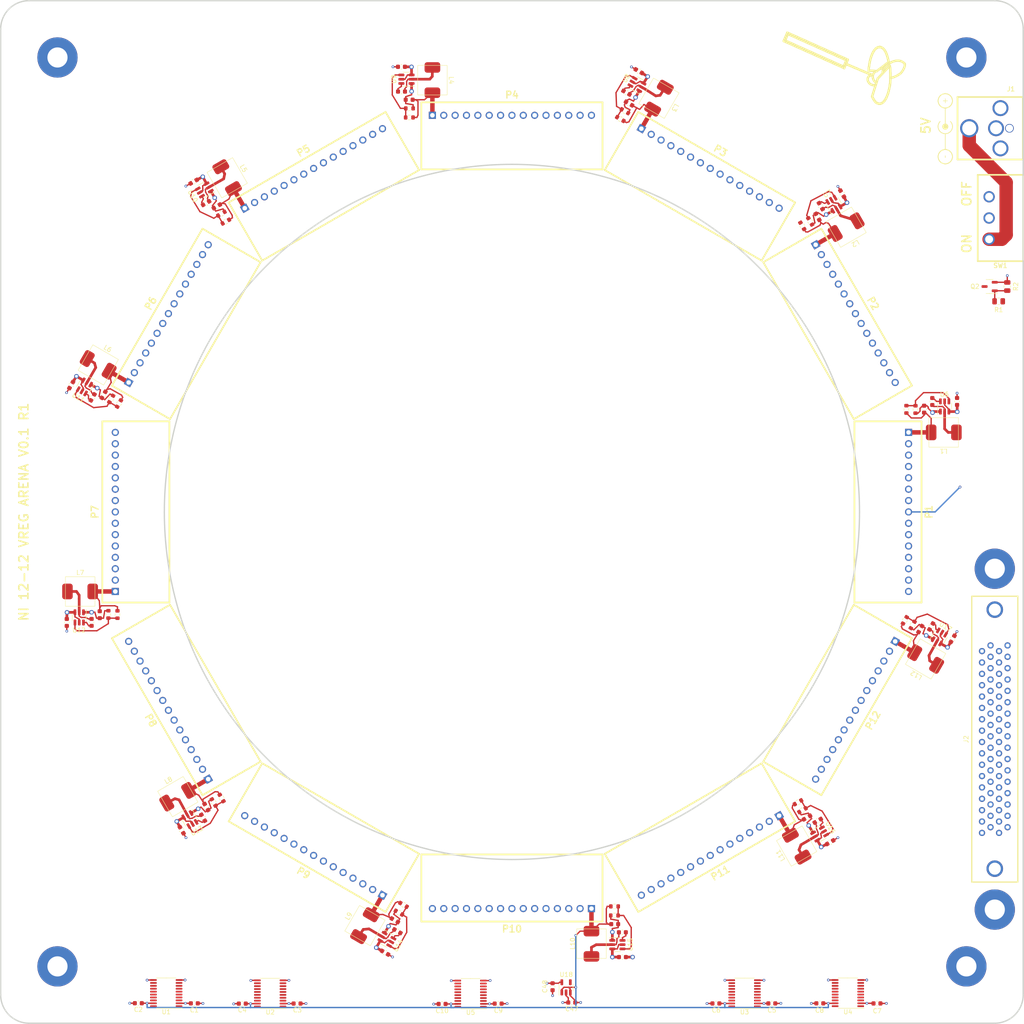
<source format=kicad_pcb>
(kicad_pcb (version 20221018) (generator pcbnew)
  (layers (0 "F.Cu" signal) (1 "In1.Cu" power) (2 "In2.Cu" power) (3 "In3.Cu" power) (4 "In4.Cu" power) (31 "B.Cu" signal) (34 "B.Paste" user) (35 "F.Paste" user) (36 "B.SilkS" user "B.Silkscreen") (37 "F.SilkS" user "F.Silkscreen") (38 "B.Mask" user) (39 "F.Mask" user) (44 "Edge.Cuts" user))
  (net 0 "")
  (net 1 "+3.3V")
  (net 2 "/Level Shifters/POW.5V_HDR_10")
  (net 4 "/Power & Voltage Regulators/SW_VCC")
  (net 15 "/Level Shifters/PAN5V.CS_00")
  (net 16 "/Level Shifters/PAN5V.CS_01")
  (net 17 "/Level Shifters/PAN5V.CS_02")
  (net 18 "/Level Shifters/PAN5V.CS_03")
  (net 19 "/Level Shifters/PAN5V.CS_04")
  (net 20 "/Level Shifters/PAN5V.EXT_INT")
  (net 21 "GND")
  (net 25 "/Level Shifters/PAN5V.CS_05")
  (net 26 "/Level Shifters/PAN5V.CS_06")
  (net 38 "Net-(Q2-G)")
  (net 39 "/Level Shifters/PAN5V.RESET")
  (net 40 "/Level Shifters/PAN3V.RESET")
  (net 41 "/Level Shifters/PAN3V.CS_00")
  (net 42 "/Level Shifters/PAN3V.CS_01")
  (net 43 "/Level Shifters/PAN3V.CS_02")
  (net 44 "/Level Shifters/PAN3V.CS_03")
  (net 45 "/Level Shifters/PAN3V.CS_04")
  (net 46 "/Level Shifters/PAN3V.CS_05")
  (net 47 "/Level Shifters/PAN3V.CS_06")
  (net 48 "/Level Shifters/PAN3V.CS_07")
  (net 49 "/Level Shifters/PAN5V.CS_07")
  (net 50 "/Level Shifters/PAN3V.SCK_00")
  (net 51 "/Level Shifters/PAN3V.SCK_01")
  (net 52 "/Level Shifters/PAN3V.SCK_02")
  (net 53 "/Level Shifters/PAN3V.SCK_03")
  (net 54 "/Level Shifters/PAN3V.SCK_04")
  (net 55 "/Level Shifters/PAN3V.SCK_05")
  (net 56 "/Level Shifters/PAN3V.MOSI_00")
  (net 57 "/Level Shifters/PAN3V.MISO_00")
  (net 58 "/Level Shifters/PAN5V.MISO_00")
  (net 59 "/Level Shifters/PAN5V.MOSI_00")
  (net 60 "/Level Shifters/PAN5V.SCK_05")
  (net 61 "/Level Shifters/PAN5V.SCK_04")
  (net 62 "/Level Shifters/PAN5V.SCK_03")
  (net 63 "/Level Shifters/PAN5V.SCK_02")
  (net 64 "/Level Shifters/PAN3V.EXT_INT")
  (net 65 "/Level Shifters/PAN5V.SCK_01")
  (net 66 "/Level Shifters/PAN5V.SCK_00")
  (net 67 "/Level Shifters/PAN3V.MOSI_01")
  (net 68 "/Level Shifters/PAN3V.MISO_01")
  (net 69 "/Level Shifters/PAN3V.MOSI_02")
  (net 70 "/Level Shifters/PAN3V.MISO_02")
  (net 71 "/Level Shifters/PAN3V.MOSI_03")
  (net 72 "/Level Shifters/PAN3V.MISO_03")
  (net 73 "/Level Shifters/PAN3V.MOSI_04")
  (net 74 "/Level Shifters/PAN3V.MISO_04")
  (net 75 "/Level Shifters/PAN5V.MISO_04")
  (net 76 "/Level Shifters/PAN5V.MOSI_04")
  (net 77 "/Level Shifters/PAN5V.MISO_03")
  (net 78 "/Level Shifters/PAN5V.MOSI_03")
  (net 79 "/Level Shifters/PAN5V.MISO_02")
  (net 80 "/Level Shifters/PAN5V.MOSI_02")
  (net 81 "/Level Shifters/PAN5V.MISO_01")
  (net 82 "/Level Shifters/PAN5V.MOSI_01")
  (net 83 "/Level Shifters/PAN3V.MOSI_05")
  (net 84 "/Panel Headers/RESET")
  (net 85 "/Level Shifters/PAN3V.MISO_05")
  (net 86 "/Level Shifters/PAN3V.MOSI_06")
  (net 87 "/Level Shifters/PAN3V.MISO_06")
  (net 88 "/Level Shifters/PAN3V.MOSI_07")
  (net 89 "/Level Shifters/PAN3V.MISO_07")
  (net 90 "/Level Shifters/PAN3V.MOSI_08")
  (net 91 "/Level Shifters/PAN3V.MISO_08")
  (net 92 "/Level Shifters/PAN5V.MISO_08")
  (net 93 "/Level Shifters/PAN5V.MOSI_08")
  (net 94 "/Level Shifters/PAN5V.MISO_07")
  (net 95 "/Level Shifters/PAN5V.MOSI_07")
  (net 96 "/Level Shifters/PAN5V.MISO_06")
  (net 97 "/Level Shifters/PAN5V.MOSI_06")
  (net 98 "/Level Shifters/PAN5V.MISO_05")
  (net 99 "/Level Shifters/PAN5V.MOSI_05")
  (net 100 "/Level Shifters/PAN3V.MOSI_09")
  (net 101 "/Level Shifters/PAN3V.MISO_09")
  (net 102 "/Level Shifters/PAN3V.MOSI_10")
  (net 103 "/Level Shifters/PAN3V.MISO_10")
  (net 104 "/Level Shifters/PAN3V.MOSI_11")
  (net 105 "/Level Shifters/PAN3V.MISO_11")
  (net 106 "/Level Shifters/PAN5V.MISO_11")
  (net 107 "/Level Shifters/PAN5V.MOSI_11")
  (net 108 "/Level Shifters/PAN5V.MISO_10")
  (net 109 "/Level Shifters/PAN5V.MOSI_10")
  (net 110 "/Level Shifters/PAN5V.MISO_09")
  (net 111 "/Level Shifters/PAN5V.MOSI_09")
  (net 113 "VCC")
  (net 114 "/Level Shifters/POW.5V_HDR_1")
  (net 115 "/Level Shifters/POW.5V_HDR_2")
  (net 116 "/Level Shifters/POW.5V_HDR_3")
  (net 117 "/Level Shifters/POW.5V_HDR_4")
  (net 118 "/Level Shifters/POW.5V_HDR_5")
  (net 119 "/Level Shifters/POW.5V_HDR_6")
  (net 120 "/Level Shifters/POW.5V_HDR_7")
  (net 121 "/Level Shifters/POW.5V_HDR_8")
  (net 122 "/Level Shifters/POW.5V_HDR_9")
  (net 123 "/Level Shifters/POW.5V_HDR_11")
  (net 124 "/Level Shifters/POW.5V_HDR_12")
  (net 125 "Net-(U6-VBST)")
  (net 126 "Net-(U6-SW)")
  (net 127 "Net-(U7-VBST)")
  (net 128 "Net-(U7-SW)")
  (net 129 "Net-(U8-VBST)")
  (net 130 "Net-(U8-SW)")
  (net 131 "Net-(U9-VBST)")
  (net 132 "Net-(U9-SW)")
  (net 133 "Net-(U10-VBST)")
  (net 134 "Net-(U10-SW)")
  (net 135 "Net-(U11-VBST)")
  (net 136 "Net-(U11-SW)")
  (net 137 "Net-(U12-VBST)")
  (net 138 "Net-(U12-SW)")
  (net 139 "Net-(U13-VBST)")
  (net 140 "Net-(U13-SW)")
  (net 141 "Net-(U14-VBST)")
  (net 142 "Net-(U14-SW)")
  (net 143 "Net-(U15-VBST)")
  (net 144 "Net-(U15-SW)")
  (net 145 "Net-(U16-VBST)")
  (net 146 "Net-(U16-SW)")
  (net 147 "Net-(U17-VBST)")
  (net 148 "Net-(U17-SW)")
  (net 149 "Net-(U6-VFB)")
  (net 150 "Net-(U7-VFB)")
  (net 151 "Net-(U8-VFB)")
  (net 152 "Net-(U9-VFB)")
  (net 153 "Net-(U10-VFB)")
  (net 154 "Net-(U11-VFB)")
  (net 155 "Net-(U12-VFB)")
  (net 156 "Net-(U13-VFB)")
  (net 157 "Net-(U14-VFB)")
  (net 158 "Net-(U15-VFB)")
  (net 159 "Net-(U16-VFB)")
  (net 160 "Net-(U17-VFB)")
  (footprint "Resistor_SMD:R_0603_1608Metric" (layer "F.Cu") (at 154.8892 87.579199)
    (fp_text reference "R10" hide)
    (fp_text value "10k" hide)
  )
  (footprint "Capacitor_SMD:C_0603_1608Metric" (layer "F.Cu") (at 152.191127 271.533468 150)
    (fp_text reference "C36" hide)
    (fp_text value "100nF" hide)
  )
  (footprint "Capacitor_SMD:C_0603_1608Metric" (layer "F.Cu") (at 129.7634 287.7112)
    (fp_text reference "C3")
    (fp_text value "0.1uF" hide)
  )
  (footprint "Package_TO_SOT_SMD:SOT-23-6" (layer "F.Cu") (at 82.233737 149.84882 -120)
    (fp_text reference "U11")
    (fp_text value "TPS564201DDC" hide)
  )
  (footprint "Package_TO_SOT_SMD:SOT-23-6" (layer "F.Cu") (at 149.84882 273.366262 -30)
    (fp_text reference "U14")
    (fp_text value "TPS564201DDC" hide)
  )
  (footprint "MountingHole:MountingHole_4.5mm_Pad" (layer "F.Cu") (at 76.2 76.2)
    (fp_text reference "H1" hide)
    (fp_text value "MountingHole_Pad" hide)
  )
  (footprint "arena_custom:HEADER_TOP" (layer "F.Cu") (at 177.799999 266.474028 180)
    (fp_text reference "P10")
    (fp_text value "CONN15" hide)
  )
  (footprint "Capacitor_SMD:C_0603_1608Metric" (layer "F.Cu") (at 223.4022 287.6904 180)
    (fp_text reference "C6")
    (fp_text value "0.1uF" hide)
  )
  (footprint "Package_TO_SOT_SMD:SOT-23-6" (layer "F.Cu") (at 81.061599 201.3767 -90)
    (fp_text reference "U12")
    (fp_text value "TPS564201DDC" hide)
  )
  (footprint "arena_custom:HEADER_TOP" (layer "F.Cu") (at 254.593961 222.137014 -120)
    (fp_text reference "P12")
    (fp_text value "CONN15" hide)
  )
  (footprint "Capacitor_SMD:C_0603_1608Metric" (layer "F.Cu") (at 109.428871 108.755331 30)
    (fp_text reference "C24" hide)
    (fp_text value "100nF" hide)
  )
  (footprint "arena_custom:HEADER_TOP" (layer "F.Cu") (at 89.125971 177.8 90)
    (fp_text reference "P7")
    (fp_text value "CONN15" hide)
  )
  (footprint "Package_TO_SOT_SMD:SOT-23-6" (layer "F.Cu") (at 105.810437 246.587221 -60)
    (fp_text reference "U13")
    (fp_text value "TPS564201DDC" hide)
  )
  (footprint "Capacitor_SMD:C_0603_1608Metric" (layer "F.Cu") (at 271.533468 203.408872 -120)
    (fp_text reference "C45" hide)
    (fp_text value "100nF" hide)
  )
  (footprint "Capacitor_SMD:C_0603_1608Metric" (layer "F.Cu") (at 200.774 269.9512 180)
    (fp_text reference "C40" hide)
    (fp_text value "22uF" hide)
  )
  (footprint "arena_custom:slide_switch" (layer "F.Cu") (at 287.02 112.0902 90)
    (fp_text reference "SW1")
    (fp_text value "SW_SPDT" hide)
  )
  (footprint "Package_SO:TSSOP-20_4.4x6.5mm_P0.65mm" (layer "F.Cu") (at 229.8072 285.4104 180)
    (fp_text reference "U3")
    (fp_text value "TXB0108PW" hide)
  )
  (footprint "arena_custom:CYA0650_3P3UH" (layer "F.Cu") (at 114.142067 103.101227 -60)
    (fp_text reference "L5")
    (fp_text value "3.3uH" hide)
  )
  (footprint "Capacitor_SMD:C_0603_1608Metric" (layer "F.Cu") (at 246.6355 287.663 180)
    (fp_text reference "C8")
    (fp_text value "0.1uF" hide)
  )
  (footprint "Package_SO:TSSOP-20_4.4x6.5mm_P0.65mm" (layer "F.Cu") (at 123.7534 285.4412 180)
    (fp_text reference "U2")
    (fp_text value "TXB0108PW" hide)
  )
  (footprint "Resistor_SMD:R_0603_1608Metric" (layer "F.Cu") (at 200.7362 265.9888)
    (fp_text reference "R21" hide)
    (fp_text value "56.2k" hide)
  )
  (footprint "Capacitor_SMD:C_0603_1608Metric" (layer "F.Cu") (at 269.09228 203.979532 -120)
    (fp_text reference "C46" hide)
    (fp_text value "22uF" hide)
  )
  (footprint "Resistor_SMD:R_0603_1608Metric" (layer "F.Cu") (at 242.751735 244.478105 -150)
    (fp_text reference "R24" hide)
    (fp_text value "10k" hide)
  )
  (footprint "arena_custom:CYA0650_3P3UH" (layer "F.Cu") (at 81.279999 195.58)
    (fp_text reference "L7")
    (fp_text value "3.3uH" hide)
  )
  (footprint "Capacitor_SMD:C_0603_1608Metric" (layer "F.Cu") (at 111.828331 109.481719 30)
    (fp_text reference "C25" hide)
    (fp_text value "22uF" hide)
  )
  (footprint "Capacitor_SMD:C_0603_1608Metric" (layer "F.Cu") (at 271.78 153.1112 -90)
    (fp_text reference "C12" hide)
    (fp_text value "100nF" hide)
  )
  (footprint "arena_custom:HEADER_TOP" (layer "F.Cu") (at 133.462985 254.593961 150)
    (fp_text reference "P9")
    (fp_text value "CONN15" hide)
  )
  (footprint "arena_custom:HEADER_TOP" (layer "F.Cu") (at 222.137014 254.593961 -150)
    (fp_text reference "P11")
    (fp_text value "CONN15" hide)
  )
  (footprint "Resistor_SMD:R_0603_1608Metric" (layer "F.Cu") (at 153.568931 265.641841 -30)
    (fp_text reference "R19" hide)
    (fp_text value "56.2k" hide)
  )
  (footprint "arena_custom:CYA0650_3P3UH" (layer "F.Cu") (at 195.579999 274.32 90)
    (fp_text reference "L10")
    (fp_text value "3.3uH" hide)
  )
  (footprint "Capacitor_SMD:C_0603_1608Metric" (layer "F.Cu") (at 174.7142 287.7312)
    (fp_text reference "C9")
    (fp_text value "0.1uF" hide)
  )
  (footprint "Capacitor_SMD:C_0603_1608Metric" (layer "F.Cu") (at 94.2705 287.633 180)
    (fp_text reference "C2")
    (fp_text value "0.1uF" hide)
  )
  (footprint "Capacitor_SMD:C_0603_1608Metric" (layer "F.Cu") (at 235.9022 287.6804)
    (fp_text reference "C5")
    (fp_text value "0.1uF" hide)
  )
  (footprint "Capacitor_SMD:C_0603_1608Metric" (layer "F.Cu") (at 202.501199 277.3172)
    (fp_text reference "C38" hide)
    (fp_text value "10uF" hide)
  )
  (footprint "Package_TO_SOT_SMD:SOT-23-6" (layer "F.Cu") (at 154.2233 81.061599 180)
    (fp_text reference "U9")
    (fp_text value "TPS564201DDC" hide)
  )
  (footprint "Package_TO_SOT_SMD:SOT-23-6" (layer "F.Cu") (at 274.5384 154.2233 90)
    (fp_text reference "U6")
    (fp_text value "TPS564201DDC" hide)
  )
  (footprint "Capacitor_SMD:C_0603_1608Metric" (layer "F.Cu") (at 243.771668 246.11828 -150)
    (fp_text reference "C43" hide)
    (fp_text value "22uF" hide)
  )
  (footprint "Capacitor_SMD:C_0603_1608Metric" (layer "F.Cu") (at 162.1892 287.8012 180)
    (fp_text reference "C10")
    (fp_text value "0.1uF" hide)
  )
  (footprint "Resistor_SMD:R_0603_1608Metric" (layer "F.Cu") (at 242.705641 113.842267 120)
    (fp_text reference "R5" hide)
    (fp_text value "56.2k" hide)
  )
  (footprint "Capacitor_SMD:C_0603_1608Metric" (layer "F.Cu") (at 154.826 85.648799)
    (fp_text reference "C22" hide)
    (fp_text value "22uF" hide)
  )
  (footprint "arena_custom:CYA0650_3P3UH" (layer "F.Cu") (at 103.101227 241.457932 30)
    (fp_text reference "L8")
    (fp_text value "3.3uH" hide)
  )
  (footprint "Resistor_SMD:R_0603_1608Metric" (layer "F.Cu") (at 268.0208 154.8892 -90)
    (fp_text reference "R4" hide)
    (fp_text value "10k" hide)
  )
  (footprint "arena_custom:CYA0650_3P3UH" (layer "F.Cu") (at 210.662068 85.321227 -120)
    (fp_text reference "L3")
    (fp_text value "3.3uH" hide)
  )
  (footprint "Capacitor_SMD:C_0603_1608Metric" (layer "F.Cu") (at 151.620467 269.09228 150)
    (fp_text reference "C37" hide)
    (fp_text value "22uF" hide)
  )
  (footprint "Resistor_SMD:R_0603_1608Metric" (layer "F.Cu") (at 244.478105 112.848264 -60)
    (fp_text reference "R6" hide)
    (fp_text value "10k" hide)
  )
  (footprint "Capacitor_SMD:C_0603_1608Metric" (layer "F.Cu") (at 248.950467 251.633824 30)
    (fp_text reference "C41" hide)
    (fp_text value "10uF" hide)
  )
  (footprint "arena_custom:CYA0650_3P3UH" (layer "F.Cu") (at 274.32 160.02 180)
    (fp_text reference "L1")
    (fp_text value "3.3uH" hide)
  )
  (footprint "Resistor_SMD:R_0603_1608Metric" (layer "F.Cu") (at 152.530934 267.388905 150)
    (fp_text reference "R20" hide)
    (fp_text value "10k" hide)
  )
  (footprint "MountingHole:MountingHole_4.5mm_Pad" (layer "F.Cu") (at 279.4 279.4)
    (fp_text reference "H3" hide)
    (fp_text value "MountingHole_Pad" hide)
  )
  (footprint "Package_SO:TSSOP-20_4.4x6.5mm_P0.65mm" (layer "F.Cu") (at 100.5155 285.373 180)
    (fp_text reference "U1")
    (fp_text value "TXB0108PW" hide)
  )
  (footprint "Capacitor_SMD:C_0603_1608Metric" (layer "F.Cu") (at 153.1112 83.819999)
    (fp_text reference "C21" hide)
    (fp_text value "100nF" hide)
  )
  (footprint "Capacitor_SMD:C_0603_1608Metric" (layer "F.Cu") (at 83.819999 202.4888 90)
    (fp_text reference "C30" hide)
    (fp_text value "100nF" hide)
  )
  (footprint "Capacitor_SMD:C_0603_1608Metric" (layer "F.Cu") (at 186.8834 283.9422 -90)
    (fp_text reference "C48")
    (fp_text value "10uF" hide)
  )
  (footprint "Package_TO_SOT_SMD:SOT-23-3" (layer "F.Cu") (at 284.6015 127.4064 180)
    (fp_text reference "Q2")
    (fp_text value "MOSFET_NCHAN" hide)
  )
  (footprint "Capacitor_SMD:C_0603_1608Metric" (layer "F.Cu") (at 78.282799 202.5012 -90)
    (fp_text reference "C29" hide)
    (fp_text value "10uF" hide)
  )
  (footprint "Capacitor_SMD:C_0603_1608Metric" (layer "F.Cu") (at 206.166733 79.264975 150)
    (fp_text reference "C17" hide)
    (fp_text value "10uF" hide)
  )
  (footprint "MountingHole:MountingHole_4.5mm_Pad" (layer "F.Cu") (at 76.2 279.4)
    (fp_text reference "H4" hide)
    (fp_text value "MountingHole_Pad" hide)
  )
  (footprint "Capacitor_SMD:C_0603_1608Metric" (layer "F.Cu") (at 149.433266 276.335024 -30)
    (fp_text reference "C35" hide)
    (fp_text value "10uF" hide)
  )
  (footprint "Capacitor_SMD:C_0603_1608Metric" (layer "F.Cu") (at 103.966175 248.950467 -60)
    (fp_text reference "C32" hide)
    (fp_text value "10uF" hide)
  )
  (footprint "arena_custom:DCJACK_2PIN_HIGHCURRENT" (layer "F.Cu") (at 292.0238 92.0242 -90)
    (fp_text reference "J1")
    (fp_text value "Barrel_Jack" hide)
  )
  (footprint "Capacitor_SMD:C_0603_1608Metric" (layer "F.Cu") (at 106.649532 103.966175 -150)
    (fp_text reference "C23" hide)
    (fp_text value "10uF" hide)
  )
  (footprint "Capacitor_SMD:C_0603_1608Metric" (layer "F.Cu") (at 251.633824 106.649532 120)
    (fp_text reference "C14" hide)
    (fp_text value "10uF" hide)
  )
  (footprint "Capacitor_SMD:C_0603_1608Metric" (layer "F.Cu") (at 246.844668 109.428871 -60)
    (fp_text reference "C15" hide)
    (fp_text value "100nF" hide)
  )
  (footprint "Resistor_SMD:R_0603_1608Metric" (layer "F.Cu") (at 89.611199 200.7362 -90)
    (fp_text reference "R15" hide)
    (fp_text value "56.2k" hide)
  )
  (footprint "arena_custom:HEADER_TOP" (layer "F.Cu") (at 133.462985 101.006038 30)
    (fp_text reference "P5")
    (fp_text value "CONN15" hide)
  )
  (footprint "Capacitor_SMD:C_0603_1608Metric" (layer "F.Cu") (at 79.264975 149.433266 -120)
    (fp_text reference "C26" hide)
    (fp_text value "10uF" hide)
  )
  (footprint "Package_SO:TSSOP-20_4.4x6.5mm_P0.65mm" (layer "F.Cu") (at 252.9155 285.373 180)
    (fp_text reference "U4")
    (fp_text value "TXB0108PW" hide)
  )
  (footprint "arena_custom:CYA0650_3P3UH" (layer "F.Cu") (at 241.457932 252.498772 120)
    (fp_text reference "L11")
    (fp_text value "3.3uH" hide)
  )
  (footprint "Capacitor_SMD:C_0603_1608Metric" (layer "F.Cu") (at 277.3172 153.0988 90)
    (fp_text reference "C11" hide)
    (fp_text value "10uF" hide)
  )
  (footprint "arena_custom:HEADER_TOP" (layer "F.Cu") (at 177.8 89.125971)
    (fp_text reference "P4")
    (fp_text value "CONN15" hide)
  )
  (footprint "Capacitor_SMD:C_0603_1608Metric" (layer "F.Cu") (at 85.648799 200.774 90)
    (fp_text reference "C31" hide)
    (fp_text value "22uF" hide)
  )
  (footprint "Resistor_SMD:R_0805_2012Metric" (layer "F.Cu") (at 286.6155 130.7084)
    (fp_text reference "R1")
    (fp_text value "200" hide)
  )
  (footprint "Resistor_SMD:R_0603_1608Metric" (layer "F.Cu") (at 112.848264 111.121894 30)
    (fp_text reference "R12" hide)
    (fp_text value "10k" hide)
  )
  (footprint "Capacitor_SMD:C_0603_1608Metric" (layer "F.Cu") (at 153.0988 78.282799 180)
    (fp_text reference "C20" hide)
    (fp_text value "10uF" hide)
  )
  (footprint "Capacitor_SMD:C_0603_1608Metric" (layer "F.Cu") (at 269.9512 154.826 -90)
    (fp_text reference "C13" hide)
    (fp_text value "22uF" hide)
  )
  (footprint "Capacitor_SMD:C_0603_1608Metric" (layer "F.Cu") (at 246.171128 246.844668 -150)
    (fp_text reference "C42" hide)
    (fp_text value "100nF" hide)
  )
  (footprint "Package_TO_SOT_SMD:SOT-23-5" (layer "F.Cu") (at 189.9034 284.0847 90)
    (fp_text reference "U18")
    (fp_text value "AP2112K-3.3" hide)
  )
  (footprint "Package_TO_SOT_SMD:SOT-23-6" (layer "F.Cu") (at 205.751179 82.233737 150)
    (fp_text reference "U8")
    (fp_text value "TPS564201DDC" hide)
  )
  (footprint "Resistor_SMD:R_0603_1608Metric" (layer "F.Cu") (at 265.9888 154.8638 90)
    (fp_text reference "R3" hide)
    (fp_text value "56.2k" hide)
  )
  (footprint "arena_custom:CYA0650_3P3UH" (layer "F.Cu") (at 270.278772 210.662068 150)
    (fp_text reference "L12")
    (fp_text value "3.3uH" hide)
  )
  (footprint "Capacitor_SMD:C_0603_1608Metric" (layer "F.Cu") (at 202.4888 271.78 180)
    (fp_text reference "C39" hide)
    (fp_text value "100nF" hide)
  )
  (footprint "MountingHole:MountingHole_4.5mm_Pad" (layer "F.Cu") (at 285.75 190.5)
    (fp_text reference "H5" hide)
    (fp_text value "MountingHole_Pad" hide)
  )
  (footprint "arena_custom:HEADER_TOP" (layer "F.Cu") (at 266.474028 177.8 -90)
    (fp_text reference "P1")
    (fp_text value "CONN15" hide)
  )
  (footprint "Capacitor_SMD:C_0603_1608Metric" (layer "F.Cu") (at 276.335024 206.166733 60)
    (fp_text reference "C44" hide)
    (fp_text value "10uF" hide)
  )
  (footprint "Resistor_SMD:R_0603_1608Metric" (layer "F.Cu") (at 241.757732 242.705641 30)
    (fp_text reference "R23" hide)
    (fp_text value "56.2k" hide)
  )
  (footprint "arena_custom:HEADER_TOP" (layer "F.Cu") (at 101.006038 133.462985 60)
    (fp_text reference "P6")
    (fp_text value "CONN15" hide)
  )
  (footprint "Package_TO_SOT_SMD:SOT-23-6" (layer "F.Cu") (at 109.012778 105.810437 -150)
    (fp_text reference "U10")
    (fp_text value "TPS564201DDC" hide)
  )
  (footprint "Resistor_SMD:R_0603_1608Metric" (layer "F.Cu") (at 87.579199 200.7108 90)
    (fp_text reference "R16" hide)
    (fp_text value "10k" hide)
  )
  (footprint "arena_custom:HEADER_TOP" (layer "F.Cu") (at 101.006038 222.137014 120)
    (fp_text reference "P8")
    (fp_text value "CONN15" hide)
  )
  (footprint "Capacitor_SMD:C_0603_1608Metric" (layer "F.Cu") (at 84.066531 152.191127 60)
    (fp_text reference "C27" hide)
    (fp_text value "100nF" hide)
  )
  (footprint "Resistor_SMD:R_0603_1608Metric" (layer "F.Cu") (at 267.388905 203.069065 -120)
    (fp_text reference "R26" hide)
    (fp_text value "10k" hide)
  )
  (footprint "Capacitor_SMD:C_0603_1608Metric" (layer "F.Cu") (at 109.481719 243.771668 120)
    (fp_text reference "C34" hide)
    (fp_text value "22uF" hide)
  )
  (footprint "MountingHole:MountingHole_4.5mm_Pad" (layer "F.Cu") (at 279.4 76.2)
    (fp_text reference "H2" hide)
    (fp_text value "MountingHole_Pad" hide)
  )
  (footprint "Capacitor_SMD:C_0603_1608Metric" (layer "F.Cu") (at 117.5134 287.7312 180)
    (fp_text reference "C4")
    (fp_text value "0.1uF" hide)
  )
  (footprint "Capacitor_SMD:C_0603_1608Metric" (layer "F.Cu") (at 203.408872 84.066531 -30)
    (fp_text reference "C18" hide)
    (fp_text value "100nF" hide)
  )
  (footprint "Capacitor_SMD:C_0603_1608Metric" (layer "F.Cu") (at 259.4102 287.6804)
    (fp_text reference "C7")
    (fp_text value "0.1uF" hide)
  )
  (footprint "Resistor_SMD:R_0603_1608Metric" (layer "F.Cu") (at 203.069065 88.211094 -30)
    (fp_text reference "R8" hide)
    (fp_text value "10k" hide)
  )
  (footprint "Capacitor_SMD:C_0603_1608Metric" (layer "F.Cu") (at 108.755331 246.171128 120)
    (fp_text reference "C33" hide)
    (fp_text value "100nF" hide)
  )
  (footprint "Resistor_SMD:R_0603_1608Metric" (layer "F.Cu") (at 200.7108 268.0208 180)
    (fp_text reference "R22" hide)
    (fp_text value "10k" hide)
  )
  (footprint "arena_custom:CYA0650_3P3UH" (layer "F.Cu") (at 160.02 81.279999 -90)
    (fp_text reference "L4")
    (fp_text value "3.3uH" hide)
  )
  (footprint "Package_TO_SOT_SMD:SOT-23-6" (layer "F.Cu") (at 201.3767 274.5384)
    (fp_text reference "U15")
    (fp_text value "TPS564201DDC" hide)
  )
  (footprint "Resistor_SMD:R_0603_1608Metric" (layer "F.Cu") (at 111.121894 242.751735 120)
    (fp_text reference "R18" hide)
    (fp_text value "10k" hide)
  )
  (footprint "Capacitor_SMD:C_0603_1608Metric" (layer "F.Cu") (at 203.979532 86.507719 -30)
    (fp_text reference "C19" hide)
    (fp_text value "22uF" hide)
  )
  (footprint "Resistor_SMD:R_0603_1608Metric" (layer "F.Cu") (at 113.842267 112.894358 -150)
    (fp_text reference "R11" hide)
    (fp_text value "56.2k" hide)
  )
  (footprint "Capacitor_SMD:C_0603_1608Metric" (layer "F.Cu") (at 106.7905 287.663)
    (fp_text reference "C1")
    (fp_text value "0.1uF" hide)
  )
  (footprint "arena_custom:CYA0650_3P3UH" (layer "F.Cu") (at 144.937931 270.278772 60)
    (fp_text reference "L9")
    (fp_text value "3.3uH" hide)
  )
  (footprint "MountingHole:MountingHole_4.5mm_Pad" (layer "F.Cu") (at 285.75 266.7)
    (fp_text reference "H6" hide)
    (fp_text value "MountingHole_Pad" hide)
  )
  (footprint "Package_TO_SOT_SMD:SOT-23-6" (layer "F.Cu") (at 249.789562 109.012778 120)
    (fp_text reference "U7")
    (fp_text value "TPS564201DDC" hide)
  )
  (footprint "Resistor_SMD:R_0603_1608Metric" (layer "F.Cu") (at 154.8638 89.611199 180)
    (fp_text reference "R9" hide)
    (fp_text value "56.2k" hide)
  )
  (footprint "arena_custom:HEADER_TOP" (layer "F.Cu") (at 254.593961 133.462985 -60)
    (fp_text reference "P2")
    (fp_text value "CONN15" hide)
  )
  (footprint "arena_custom:CYA0650_3P3UH" (layer "F.Cu") (at 85.321227 144.937931 -30)
    (fp_text reference "L6")
    (fp_text value "3.3uH" hide)
  )
  (footprint "Resistor_SMD:R_0603_1608Metric" (layer "F.Cu") (at 88.211094 152.530934 60)
    (fp_text reference "R14" hide)
    (fp_text value "10k" hide)
  )
  (footprint "Capacitor_SMD:C_0603_1608Metric" (layer "F.Cu") (at 191.1734 287.4772 180)
    (fp_text reference "C47")
    (fp_text value "10uF" hide)
  )
  (footprint "Resistor_SMD:R_0603_1608Metric" (layer "F.Cu") (at 89.958158 153.568931 -120)
    (fp_text reference "R13" hide)
    (fp_text value "56.2k" hide)
  )
  (footprint "arena_custom:TE_CONN_DSUB_VERT_68" (layer "F.Cu") (at 285.75 228.6 -90)
    (fp_text reference "J2")
    (fp_text value "NI_TE_68pos" hide)
  )
  (footprint "Capacitor_SMD:C_0603_1608Metric" (layer "F.Cu") (at 86.507719 151.620467 60)
    (fp_text reference "C28" hide)
    (fp_text value "22uF" hide)
  )
  (footprint "Resistor_SMD:R_0603_1608Metric" (layer "F.Cu") (at 202.031068 89.958158 150)
    (fp_text reference "R7" hide)
    (fp_text value "56.2k" hide)
  )
  (footprint "arena_custom:HEADER_TOP" (layer "F.Cu") (at 222.137014 101.006038 -30)
    (fp_text reference "P3")
    (fp_text value "CONN15" hide)
  )
  (footprint "Package_TO_SOT_SMD:SOT-23-6" (layer "F.Cu") (at 246.587221 249.789562 30)
    (fp_text reference "U16")
    (fp_text value "TPS564201DDC" hide)
  )
  (footprint "Package_SO:TSSOP-20_4.4x6.5mm_P0.65mm" (layer "F.Cu") (at 168.5592 285.5012 180)
    (fp_text reference "U5")
    (fp_text value "TXB0108PW" hide)
  )
  (footprint "Capacitor_SMD:C_0603_1608Metric" (layer "F.Cu") (at 246.11828 111.828331 -60)
    (fp_text reference "C16" hide)
    (fp_text value "22uF" hide)
  )
  (footprint "Resistor_SMD:R_0805_2012Metric" (layer "F.Cu") (at 288.544 127.4064 -90)
    (fp_text reference "R2")
    (fp_text value "20k" hide)
  )
  (footprint "arena_custom:CYA0650_3P3UH" (layer "F.Cu") (at 252.498772 114.142067 -150)
    (fp_text reference "L2")
    (fp_text value "3.3uH" hide)
  )
  (footprint "Package_TO_SOT_SMD:SOT-23-6" (layer "F.Cu") (at 273.366262 205.751179 60)
    (fp_text reference "U17")
    (fp_text value "TPS564201DDC" hide)
  )
  (footprint "Resistor_SMD:R_0603_1608Metric" (layer "F.Cu") (at 265.641841 202.031068 60)
    (fp_text reference "R25" hide)
    (fp_text value "56.2k" hide)
  )
  (footprint "Resistor_SMD:R_0603_1608Metric" (layer "F.Cu") (at 112.894358 241.757732 -60)
    (fp_text reference "R17" hide)
    (fp_text value "56.2k" hide)
  )
  (gr_line (start 261.869046 84.235629) (end 261.941978 83.996274) (stroke (width 0.514144)) (layer "F.SilkS"))
  (gr_line (start 258.99813 86.023131) (end 259.098897 86.128731) (stroke (width 0.514144)) (layer "F.SilkS"))
  (gr_line (start 259.068645 82.308853) (end 258.717929 82.409537) (stroke (width 0.514144)) (layer "F.SilkS"))
  (gr_line (start 273.382477 92.585887) (end 273.336417 92.519801) (stroke (width 0.15487)) (layer "F.SilkS"))
  (gr_line (start 275.003458 84.324863) (end 275.080765 84.342706) (stroke (width 0.179621)) (layer "F.SilkS"))
  (gr_line (start 273.725344 84.609849) (end 273.787993 84.565299) (stroke (width 0.179621)) (layer "F.SilkS"))
  (gr_line (start 262.352669 81.788771) (end 262.380098 81.482222) (stroke (width 0.514144)) (layer "F.SilkS"))
  (gr_line (start 257.687722 79.102057) (end 257.547538 79.107867) (stroke (width 0.514144)) (layer "F.SilkS"))
  (gr_line (start 257.723346 80.298042) (end 258.0072 80.217521) (stroke (width 0.514144)) (layer "F.SilkS"))
  (gr_line (start 258.318284 84.933399) (end 258.534906 85.362848) (stroke (width 0.514144)) (layer "F.SilkS"))
  (gr_line (start 261.038343 85.916534) (end 261.144288 85.776614) (stroke (width 0.514144)) (layer "F.SilkS"))
  (gr_line (start 275.230838 99.879067) (end 275.156592 99.904189) (stroke (width 0.179621)) (layer "F.SilkS"))
  (gr_line (start 276.047991 97.549536) (end 276.086466 97.616452) (stroke (width 0.179621)) (layer "F.SilkS"))
  (gr_line (start 259.522398 86.435015) (end 259.632794 86.481079) (stroke (width 0.514144)) (layer "F.SilkS"))
  (gr_line (start 258.777057 85.766629) (end 258.999103 86.077093) (stroke (width 0.514144)) (layer "F.SilkS"))
  (gr_line (start 274.438075 87.469819) (end 274.359386 87.455767) (stroke (width 0.179621)) (layer "F.SilkS"))
  (gr_line (start 276.068771 92.451998) (end 276.026396 92.519801) (stroke (width 0.15487)) (layer "F.SilkS"))
  (gr_line (start 259.269515 86.342375) (end 259.551597 86.474135) (stroke (width 0.514144)) (layer "F.SilkS"))
  (gr_line (start 273.607013 99.560919) (end 273.551517 99.50801) (stroke (width 0.179621)) (layer "F.SilkS"))
  (gr_line (start 273.852841 99.744693) (end 273.788008 99.70313) (stroke (width 0.179621)) (layer "F.SilkS"))
  (gr_line (start 276.275119 91.864932) (end 276.262222 91.94132) (stroke (width 0.15487)) (layer "F.SilkS"))
  (gr_line (start 261.195859 79.169296) (end 259.579265 80.914514) (stroke (width 0.514144)) (layer "F.SilkS"))
  (gr_line (start 273.66498 97.145084) (end 273.725344 97.097647) (stroke (width 0.179621)) (layer "F.SilkS"))
  (gr_line (start 258.222097 75.712175) (end 258.508193 75.08281) (stroke (width 0.514144)) (layer "F.SilkS"))
  (gr_line (start 257.639291 81.892298) (end 257.44424 81.58542) (stroke (width 0.514144)) (layer "F.SilkS"))
  (gr_line (start 259.105015 74.263825) (end 259.311569 74.094352) (stroke (width 0.514144)) (layer "F.SilkS"))
  (gr_line (start 274.599194 87.486151) (end 274.518045 87.479981) (stroke (width 0.179621)) (layer "F.SilkS"))
  (gr_line (start 264.846868 77.03694) (end 265.19515 77.227932) (stroke (width 0.514144)) (layer "F.SilkS"))
  (gr_line (start 273.356395 99.271523) (end 273.314831 99.20669) (stroke (width 0.179621)) (layer "F.SilkS"))
  (gr_line (start 273.101902 85.646968) (end 273.115954 85.56828) (stroke (width 0.179621)) (layer "F.SilkS"))
  (gr_line (start 257.836877 82.08495) (end 257.639291 81.892298) (stroke (width 0.514144)) (layer "F.SilkS"))
  (gr_line (start 258.363097 84.991946) (end 258.44546 85.168472) (stroke (width 0.514144)) (layer "F.SilkS"))
  (gr_line (start 275.755818 87.073121) (end 275.697839 87.123344) (stroke (width 0.179621)) (layer "F.SilkS"))
  (gr_line (start 257.44424 81.58542) (end 257.354114 81.357061) (stroke (width 0.514144)) (layer "F.SilkS"))
  (gr_line (start 276.086466 85.128654) (end 276.121754 85.197553) (stroke (width 0.179621)) (layer "F.SilkS"))
  (gr_line (start 274.681423 87.488231) (end 274.599194 87.486151) (stroke (width 0.179621)) (layer "F.SilkS"))
  (gr_line (start 274.924769 84.310811) (end 275.003458 84.324863) (stroke (width 0.179621)) (layer "F.SilkS"))
  (gr_line (start 260.733432 86.263588) (end 261.151004 85.835117) (stroke (width 0.514144)) (layer "F.SilkS"))
  (gr_line (start 273.314823 85.061738) (end 273.356386 84.996906) (stroke (width 0.179621)) (layer "F.SilkS"))
  (gr_line (start 276.271073 98.214736) (end 276.277243 98.295885) (stroke (width 0.179621)) (layer "F.SilkS"))
  (gr_line (start 275.374182 96.937769) (end 275.44308 96.973057) (stroke (width 0.179621)) (layer "F.SilkS"))
  (gr_line (start 273.602839 92.829524) (end 273.542765 92.772411) (stroke (width 0.15487)) (layer "F.SilkS"))
  (gr_line (start 260.706413 79.477825) (end 260.712024 79.395359) (stroke (width 0.514144)) (layer "F.SilkS"))
  (gr_line (start 276.121754 86.583077) (end 276.086466 86.651976) (stroke (width 0.179621)) (layer "F.SilkS"))
  (gr_line (start 260.946139 74.368048) (end 261.01622 74.452941) (stroke (width 0.514144)) (layer "F.SilkS"))
  (gr_line (start 276.246859 85.56828) (end 276.260911 85.646968) (stroke (width 0.179621)) (layer "F.SilkS"))
  (gr_line (start 259.191337 74.160326) (end 259.635724 73.899427) (stroke (width 0.514144)) (layer "F.SilkS"))
  (gr_line (start 275.86422 97.303711) (end 275.914443 97.361691) (stroke (width 0.179621)) (layer "F.SilkS"))
  (gr_line (start 262.545324 80.771909) (end 262.412185 80.815627) (stroke (width 0.514144)) (layer "F.SilkS"))
  (gr_line (start 260.324618 73.925972) (end 260.408233 73.957619) (stroke (width 0.514144)) (layer "F.SilkS"))
  (gr_line (start 274.059426 84.417972) (end 274.131991 84.389361) (stroke (width 0.179621)) (layer "F.SilkS"))
  (gr_line (start 273.161389 92.166478) (end 273.137438 92.092236) (stroke (width 0.15487)) (layer "F.SilkS"))
  (gr_line (start 274.438068 96.798609) (end 274.518039 96.788447) (stroke (width 0.179621)) (layer "F.SilkS"))
  (gr_line (start 275.230838 87.391269) (end 275.156592 87.416391) (stroke (width 0.179621)) (layer "F.SilkS"))
  (gr_line (start 276.277243 98.460342) (end 276.271073 98.541491) (stroke (width 0.179621)) (layer "F.SilkS"))
  (gr_line (start 273.725358 99.658579) (end 273.664993 99.611142) (stroke (width 0.179621)) (layer "F.SilkS"))
  (gr_line (start 259.801304 86.526091) (end 259.858193 86.534526) (stroke (width 0.514144)) (layer "F.SilkS"))
  (gr_line (start 274.835757 93.236685) (end 274.758653 93.242212) (stroke (width 0.15487)) (layer "F.SilkS"))
  (gr_line (start 275.509996 87.256895) (end 275.44308 87.295371) (stroke (width 0.179621)) (layer "F.SilkS"))
  (gr_line (start 274.758653 93.242212) (end 274.681406 93.244055) (stroke (width 0.15487)) (layer "F.SilkS"))
  (gr_line (start 265.212543 79.059189) (end 264.97343 79.423887) (stroke (width 0.514144)) (layer "F.SilkS"))
  (gr_line (start 261.10243 78.444621) (end 261.315995 78.173283) (stroke (width 0.514144)) (layer "F.SilkS"))
  (gr_line (start 274.681423 90.986001) (end 274.681423 87.561242) (stroke (width 0.168772)) (layer "F.SilkS"))
  (gr_line (start 273.314831 99.20669) (end 273.276354 99.139774) (stroke (width 0.179621)) (layer "F.SilkS"))
  (gr_line (start 258.805038 79.584245) (end 258.962692 79.400971) (stroke (width 0.514144)) (layer "F.SilkS"))
  (gr_line (start 257.528226 80.472031) (end 257.723346 80.298042) (stroke (width 0.514144)) (layer "F.SilkS"))
  (gr_line (start 274.059439 99.850456) (end 273.988657 99.818457) (stroke (width 0.179621)) (layer "F.SilkS"))
  (gr_line (start 273.08557 85.808087) (end 273.09174 85.726938) (stroke (width 0.179621)) (layer "F.SilkS"))
  (gr_line (start 274.518045 87.479981) (end 274.438075 87.469819) (stroke (width 0.179621)) (layer "F.SilkS"))
  (gr_line (start 275.374182 87.330659) (end 275.303401 87.362658) (stroke (width 0.179621)) (layer "F.SilkS"))
  (gr_line (start 276.153753 99.000094) (end 276.121754 99.070875) (stroke (width 0.179621)) (layer "F.SilkS"))
  (gr_line (start 260.890935 74.300249) (end 261.297105 74.857027) (stroke (width 0.514144)) (layer "F.SilkS"))
  (gr_line (start 265.19515 77.227932) (end 265.459892 77.445818) (stroke (width 0.514144)) (layer "F.SilkS"))
  (gr_line (start 252.018284 78.418166) (end 238.718666 72.463535) (stroke (width 0.514144)) (layer "F.SilkS"))
  (gr_line (start 273.078482 91.479414) (end 273.087694 91.402597) (stroke (width 0.15487)) (layer "F.SilkS"))
  (gr_line (start 276.284331 91.788114) (end 276.275119 91.864932) (stroke (width 0.15487)) (layer "F.SilkS"))
  (gr_line (start 252.133761 78.470301) (end 252.892946 76.689761) (stroke (width 0.514144)) (layer "F.SilkS"))
  (gr_line (start 259.973209 73.869262) (end 260.063605 73.872837) (stroke (width 0.514144)) (layer "F.SilkS"))
  (gr_line (start 261.710483 84.685573) (end 261.79183 84.465528) (stroke (width 0.514144)) (layer "F.SilkS"))
  (gr_line (start 274.131991 96.877159) (end 274.206238 96.852037) (stroke (width 0.179621)) (layer "F.SilkS"))
  (gr_line (start 259.551597 86.474135) (end 259.994684 86.548802) (stroke (width 0.514144)) (layer "F.SilkS"))
  (gr_line (start 275.359457 93.094824) (end 275.287362 93.126144) (stroke (width 0.15487)) (layer "F.SilkS"))
  (gr_line (start 274.604159 93.242212) (end 274.527055 93.236685) (stroke (width 0.15487)) (layer "F.SilkS"))
  (gr_line (start 263.514703 76.966002) (end 263.881629 76.910616) (stroke (width 0.514144)) (layer "F.SilkS"))
  (gr_line (start 275.633528 92.932696) (end 275.567443 92.978755) (stroke (width 0.15487)) (layer "F.SilkS"))
  (gr_line (start 274.450238 93.227473) (end 274.373849 93.214577) (stroke (width 0.15487)) (layer "F.SilkS"))
  (gr_line (start 274.763651 87.486151) (end 274.681423 87.488231) (stroke (width 0.179621)) (layer "F.SilkS"))
  (gr_line (start 264.512155 76.955573) (end 264.846868 77.03694) (stroke (width 0.514144)) (layer "F.SilkS"))
  (gr_line (start 258.962692 79.400971) (end 259.082687 79.281825) (stroke (width 0.514144)) (layer "F.SilkS"))
  (gr_line (start 262.125243 77.541033) (end 262.317544 77.429839) (stroke (width 0.514144)) (layer "F.SilkS"))
  (gr_line (start 265.620054 78.101997) (end 265.506257 78.457494) (stroke (width 0.514144)) (layer "F.SilkS"))
  (gr_line (start 260.817915 86.156861) (end 260.9295 86.043416) (stroke (width 0.514144)) (layer "F.SilkS"))
  (gr_line (start 275.064779 93.197996) (end 274.988963 93.214577) (stroke (width 0.15487)) (layer "F.SilkS"))
  (gr_line (start 275.811312 84.760418) (end 275.86422 84.815913) (stroke (width 0.179621)) (layer "F.SilkS"))
  (gr_line (start 259.635364 73.926715) (end 259.746568 73.894972) (stroke (width 0.514144)) (layer "F.SilkS"))
  (gr_line (start 265.459892 77.445818) (end 265.636571 77.627093) (stroke (width 0.514144)) (layer "F.SilkS"))
  (gr_line (start 273.18045 85.340898) (end 273.209061 85.268335) (stroke (width 0.179621)) (layer "F.SilkS"))
  (gr_line (start 274.132004 99.879067) (end 274.059439 99.850456) (stroke (width 0.179621)) (layer "F.SilkS"))
  (gr_line (start 274.359386 99.943564) (end 274.282078 99.925722) (stroke (width 0.179621)) (layer "F.SilkS"))
  (gr_line (start 276.277243 85.808087) (end 276.279322 85.890315) (stroke (width 0.179621)) (layer "F.SilkS"))
  (gr_line (start 262.348726 78.582461) (end 262.320169 78.325753) (stroke (width 0.514144)) (layer "F.SilkS"))
  (gr_line (start 260.152305 73.88352) (end 260.239309 73.901252) (stroke (width 0.514144)) (layer "F.SilkS"))
  (gr_line (start 275.374182 84.449971) (end 275.44308 84.485259) (stroke (width 0.179621)) (layer "F.SilkS"))
  (gr_line (start 275.820048 92.772411) (end 275.759973 92.829524) (stroke (width 0.15487)) (layer "F.SilkS"))
  (gr_line (start 273.294042 90.815531) (end 273.336417 90.747728) (stroke (width 0.15487)) (layer "F.SilkS"))
  (gr_line (start 273.137438 91.175293) (end 273.161389 91.101051) (stroke (width 0.15487)) (layer "F.SilkS"))
  (gr_line (start 273.133798 98.777457) (end 273.115955 98.700149) (stroke (width 0.179621)) (layer "F.SilkS"))
  (gr_line (start 257.547538 79.107867) (end 257.592519 78.552196) (stroke (width 0.514144)) (layer "F.SilkS"))
  (gr_line (start 239.427243 70.80169) (end 252.726861 76.756319) (stroke (width 0.514144)) (layer "F.SilkS"))
  (gr_line (start 275.811312 97.248216) (end 275.86422 97.303711) (stroke (width 0.179621)) (layer "F.SilkS"))
  (gr_line (start 276.026396 92.519801) (end 275.980336 92.585887) (stroke (width 0.15487)) (layer "F.SilkS"))
  (gr_line (start 261.536013 85.094508) (end 261.625159 84.895366) (stroke (width 0.514144)) (layer "F.SilkS"))
  (gr_line (start 276.275119 91.402597) (end 276.284331 91.479414) (stroke (width 0.15487)) (layer "F.SilkS"))
  (gr_line (start 259.972961 86.541318) (end 260.099431 86.533073) (stroke (width 0.514144)) (layer "F.SilkS"))
  (gr_line (start 276.246859 98.700149) (end 276.229017 98.777457) (stroke (width 0.179621)) (layer "F.SilkS"))
  (gr_line (start 261.341306 74.971955) (end 261.401263 75.094245) (stroke (width 0.514144)) (layer "F.SilkS"))
  (gr_line (start 276.047991 85.061738) (end 276.086466 85.128654) (stroke (width 0.179621)) (layer "F.SilkS"))
  (gr_line (start 273.087694 91.402597) (end 273.100591 91.326209) (stroke (width 0.15487)) (layer "F.SilkS"))
  (gr_line (start 261.675791 75.794806) (end 261.773826 76.115488) (stroke (width 0.514144)) (layer "F.SilkS"))
  (gr_line (start 263.449756 80.470019) (end 263.104776 80.627747) (stroke (width 0.514144)) (layer "F.SilkS"))
  (gr_line (start 262.027618 77.209965) (end 261.376386 77.701929) (stroke (width 0.514144)) (layer "F.SilkS"))
  (gr_line (start 273.664993 87.123344) (end 273.607013 87.073121) (stroke (width 0.179621)) (layer "F.SilkS"))
  (gr_line (start 263.76086 80.342364) (end 263.449756 80.470019) (stroke (width 0.514144)) (layer "F.SilkS"))
  (gr_line (start 265.636571 77.627093) (end 265.663369 77.776798) (stroke (width 0.514144)) (layer "F.SilkS"))
  (gr_line (start 276.153753 97.756132) (end 276.182363 97.828696) (stroke (width 0.179621)) (layer "F.SilkS"))
  (gr_line (start 262.612989 77.277899) (end 262.838926 77.169467) (stroke (width 0.514144)) (layer "F.SilkS"))
  (gr_line (start 262.420712 79.650396) (end 262.409246 79.377787) (stroke (width 0.514144)) (layer "F.SilkS"))
  (gr_line (start 258.93925 81.596985) (end 258.793315 81.442199) (stroke (width 0.514144)) (layer "F.SilkS"))
  (gr_line (start 275.755818 99.560919) (end 275.697839 99.611142) (stroke (width 0.179621)) (layer "F.SilkS"))
  (gr_line (start 274.681423 99.976028) (end 274.599194 99.973949) (stroke (width 0.179621)) (layer "F.SilkS"))
  (gr_line (start 273.209061 97.756132) (end 273.24106 97.685351) (stroke (width 0.179621)) (layer "F.SilkS"))
  (gr_line (start 276.271073 85.726938) (end 276.277243 85.808087) (stroke (width 0.179621)) (layer "F.SilkS"))
  (gr_line (start 275.574827 84.565299) (end 275.637475 84.609849) (stroke (width 0.179621)) (layer "F.SilkS"))
  (gr_line (start 275.877162 90.555193) (end 275.930591 90.617416) (stroke (width 0.15487)) (layer "F.SilkS"))
  (gr_line (start 275.930591 92.650113) (end 275.877162 92.712335) (stroke (width 0.15487)) (layer "F.SilkS"))
  (gr_line (start 258.230422 80.071917) (end 258.212991 80.112954) (stroke (width 0.514144)) (layer "F.SilkS"))
  (gr_line (start 273.087694 91.864932) (end 273.078482 91.788115) (stroke (width 0.15487)) (layer "F.SilkS"))
  (gr_line (start 276.182363 85.340898) (end 276.207485 85.415144) (stroke (width 0.179621)) (layer "F.SilkS"))
  (gr_line (start 273.180454 86.439732) (end 273.155331 86.365486) (stroke (width 0.179621)) (layer "F.SilkS"))
  (gr_line (start 276.068771 90.81553) (end 276.107461 90.884907) (stroke (width 0.15487)) (layer "F.SilkS"))
  (gr_line (start 259.34271 79.259526) (end 257.547538 79.107869) (stroke (width 0.514144)) (layer "F.SilkS"))
  (gr_line (start 262.320169 78.325753) (end 262.287582 78.073696) (stroke (width 0.514144)) (layer "F.SilkS"))
  (gr_line (start 274.075451 93.126144) (end 274.003355 93.094824) (stroke (width 0.15487)) (layer "F.SilkS"))
  (gr_line (start 275.637475 87.170781) (end 275.574827 87.215332) (stroke (width 0.179621)) (layer "F.SilkS"))
  (gr_line (start 273.276354 99.139774) (end 273.241065 99.070875) (stroke (width 0.179621)) (layer "F.SilkS"))
  (gr_line (start 273.607 84.707509) (end 273.66498 84.657286) (stroke (width 0.179621)) (layer "F.SilkS"))
  (gr_line (start 257.934495 76.603553) (end 258.222097 75.712175) (stroke (width 0.514144)) (layer "F.SilkS"))
  (gr_line (start 273.485651 90.555193) (end 273.542765 90.495117) (stroke (width 0.15487)) (layer "F.SilkS"))
  (gr_line (start 273.485651 92.712335) (end 273.432221 92.650113) (stroke (width 0.15487)) (layer "F.SilkS"))
  (gr_line (start 273.115954 98.056078) (end 273.133796 97.978769) (stroke (width 0.179621)) (layer "F.SilkS"))
  (gr_line (start 275.303401 87.362658) (end 275.230838 87.391269) (stroke (width 0.179621)) (layer "F.SilkS"))
  (gr_line (start 273.448373 84.873893) (end 273.498596 84.815913) (stroke (width 0.179621)) (layer "F.SilkS"))
  (gr_line (start 273.276354 86.651976) (end 273.241065 86.583077) (stroke (width 0.179621)) (layer "F.SilkS"))
  (gr_line (start 273.725344 97.097647) (end 273.787993 97.053096) (stroke (width 0.179621)) (layer "F.SilkS"))
  (gr_line (start 276.207485 98.853284) (end 276.182363 98.92753) (stroke (width 0.179621)) (layer "F.SilkS"))
  (gr_line (start 258.48339 80.268263) (end 258.584924 79.920481) (stroke (width 0.514144)) (layer "F.SilkS"))
  (gr_line (start 274.059439 87.362658) (end 273.988657 87.330659) (stroke (width 0.179621)) (layer "F.SilkS"))
  (gr_line (start 275.755818 97.195307) (end 275.811312 97.248216) (stroke (width 0.179621)) (layer "F.SilkS"))
  (gr_line (start 273.255351 92.382622) (end 273.220346 92.311814) (stroke (width 0.15487)) (layer "F.SilkS"))
  (gr_line (start 275.961879 97.422055) (end 276.006429 97.484703) (stroke (width 0.179621)) (layer "F.SilkS"))
  (gr_line (start 273.551517 99.50801) (end 273.498607 99.452515) (stroke (width 0.179621)) (layer "F.SilkS"))
  (gr_line (start 260.712024 79.395359) (end 260.716824 79.334517) (stroke (width 0.514144)) (layer "F.SilkS"))
  (gr_line (start 257.547538 79.107869) (end 257.578124 78.652664) (stroke (width 0.514144)) (layer "F.SilkS"))
  (gr_line (start 273.432221 92.650113) (end 273.382477 92.585887) (stroke (width 0.15487)) (layer "F.SilkS"))
  (gr_line (start 274.438068 84.310811) (end 274.518039 84.300649) (stroke (width 0.179621)) (layer "F.SilkS"))
  (gr_line (start 275.961879 84.934257) (end 276.006429 84.996906) (stroke (width 0.179621)) (layer "F.SilkS"))
  (gr_line (start 275.697839 87.123344) (end 275.637475 87.170781) (stroke (width 0.179621)) (layer "F.SilkS"))
  (gr_line (start 262.430002 80.205245) (end 262.427663 79.926306) (stroke (width 0.514144)) (layer "F.SilkS"))
  (gr_line (start 273.664993 99.611142) (end 273.607013 99.560919) (stroke (width 0.179621)) (layer "F.SilkS"))
  (gr_line (start 238.718666 72.463535) (end 239.427243 70.80169) (stroke (width 0.514144)) (layer "F.SilkS"))
  (gr_line (start 273.24106 97.685351) (end 273.276348 97.616452) (stroke (width 0.179621)) (layer "F.SilkS"))
  (gr_line (start 275.697839 97.145084) (end 275.755818 97.195307) (stroke (width 0.179621)) (layer "F.SilkS"))
  (gr_line (start 260.9295 86.043416) (end 261.038343 85.916534) (stroke (width 0.514144)) (layer "F.SilkS"))
  (gr_line (start 275.230838 84.389361) (end 275.303401 84.417972) (stroke (width 0.179621)) (layer "F.SilkS"))
  (gr_line (start 276.245641 91.250393) (end 276.262222 91.326208) (stroke (width 0.15487)) (layer "F.SilkS"))
  (gr_line (start 259.098897 86.128731) (end 259.201825 86.223015) (stroke (width 0.514144)) (layer "F.SilkS"))
  (gr_line (start 276.260911 85.646968) (end 276.271073 85.726938) (stroke (width 0.179621)) (layer "F.SilkS"))
  (gr_line (start 257.834421 77.017428) (end 257.947699 76.556915) (stroke (width 0.514144)) (layer "F.SilkS"))
  (gr_line (start 260.490153 73.996134) (end 260.57038 74.041455) (stroke (width 0.514144)) (layer "F.SilkS"))
  (gr_line (start 262.133521 83.225451) (end 262.187771 82.952251) (stroke (width 0.514144)) (layer "F.SilkS"))
  (gr_poly (pts (xy 274.615471 85.821918) (xy 274.615471 85.37279) (xy 274.74731 85.37279) (xy 274.74731 85.821918) (xy 275.196443 85.821918) (xy 275.196443 85.958716) (xy 274.74731 85.958716) (xy 274.74731 86.407842) (xy 274.615471 86.407842) (xy 274.615471 85.958716) (xy 274.166338 85.958716) (xy 274.166338 85.821918)) (fill solid) (layer "F.SilkS"))
  (gr_line (start 273.498607 99.452515) (end 273.448383 99.394536) (stroke (width 0.179621)) (layer "F.SilkS"))
  (gr_line (start 274.282078 99.925722) (end 274.20625 99.904189) (stroke (width 0.179621)) (layer "F.SilkS"))
  (gr_line (start 276.277243 98.295885) (end 276.279322 98.378113) (stroke (width 0.179621)) (layer "F.SilkS"))
  (gr_line (start 264.693561 79.736955) (end 264.392804 79.964002) (stroke (width 0.514144)) (layer "F.SilkS"))
  (gr_line (start 274.924769 96.798609) (end 275.003458 96.812662) (stroke (width 0.179621)) (layer "F.SilkS"))
  (gr_line (start 275.961879 99.334171) (end 275.914443 99.394536) (stroke (width 0.179621)) (layer "F.SilkS"))
  (gr_line (start 275.820048 90.495117) (end 275.877162 90.555193) (stroke (width 0.15487)) (layer "F.SilkS"))
  (gr_line (start 275.080765 99.925722) (end 275.003458 99.943564) (stroke (width 0.179621)) (layer "F.SilkS"))
  (gr_line (start 274.518039 84.300649) (end 274.599191 84.294479) (stroke (width 0.179621)) (layer "F.SilkS"))
  (gr_line (start 261.459536 75.222556) (end 261.516125 75.356828) (stroke (width 0.514144)) (layer "F.SilkS"))
  (gr_line (start 276.207485 85.415144) (end 276.229017 85.490971) (stroke (width 0.179621)) (layer "F.SilkS"))
  (gr_line (start 258.803546 85.779168) (end 258.899641 85.906511) (stroke (width 0.514144)) (layer "F.SilkS"))
  (gr_line (start 274.681423 96.71847) (end 274.681423 93.293712) (stroke (width 0.168772)) (layer "F.SilkS"))
  (gr_line (start 275.86422 86.964717) (end 275.811312 87.020212) (stroke (width 0.179621)) (layer "F.SilkS"))
  (gr_line (start 273.155328 85.415144) (end 273.18045 85.340898) (stroke (width 0.179621)) (layer "F.SilkS"))
  (gr_line (start 260.543439 74.014543) (end 260.890935 74.300249) (stroke (width 0.514144)) (layer "F.SilkS"))
  (gr_line (start 274.924769 87.469819) (end 274.8448 87.479981) (stroke (width 0.179621)) (layer "F.SilkS"))
  (gr_line (start 273.09174 98.541491) (end 273.08557 98.460342) (stroke (width 0.179621)) (layer "F.SilkS"))
  (gr_line (start 273.155328 97.902942) (end 273.18045 97.828696) (stroke (width 0.179621)) (layer "F.SilkS"))
  (gr_line (start 276.142467 90.955715) (end 276.173787 91.02781) (stroke (width 0.15487)) (layer "F.SilkS"))
  (gr_line (start 262.373156 78.843549) (end 262.348726 78.582461) (stroke (width 0.514144)) (layer "F.SilkS"))
  (gr_line (start 257.947699 76.556915) (end 258.075796 76.125437) (stroke (width 0.514144)) (layer "F.SilkS"))
  (gr_line (start 260.716824 79.334517) (end 260.719077 79.311514) (stroke (width 0.514144)) (layer "F.SilkS"))
  (gr_line (start 273.919757 99.783169) (end 273.852841 99.744693) (stroke (width 0.179621)) (layer "F.SilkS"))
  (gr_line (start 258.584924 79.920481) (end 258.805038 79.584245) (stroke (width 0.514144)) (layer "F.SilkS"))
  (gr_line (start 274.282067 96.830504) (end 274.359377 96.812662) (stroke (width 0.179621)) (layer "F.SilkS"))
  (gr_line (start 273.988643 96.937769) (end 274.059426 96.90577) (stroke (width 0.179621)) (layer "F.SilkS"))
  (gr_line (start 273.08349 85.890315) (end 273.08557 85.808087) (stroke (width 0.179621)) (layer "F.SilkS"))
  (gr_line (start 274.438075 99.957617) (end 274.359386 99.943564) (stroke (width 0.179621)) (layer "F.SilkS"))
  (gr_line (start 273.448373 97.361691) (end 273.498596 97.303711) (stroke (width 0.179621)) (layer "F.SilkS"))
  (gr_line (start 260.063605 73.872837) (end 260.152305 73.88352) (stroke (width 0.514144)) (layer "F.SilkS"))
  (gr_line (start 274.599191 96.782277) (end 274.681423 96.780198) (stroke (width 0.179621)) (layer "F.SilkS"))
  (gr_line (start 276.121754 97.685351) (end 276.153753 97.756132) (stroke (width 0.179621)) (layer "F.SilkS"))
  (gr_line (start 273.729285 92.932696) (end 273.66506 92.882953) (stroke (width 0.15487)) (layer "F.SilkS"))
  (gr_line (start 252.083147 78.589004) (end 252.133761 78.470301) (stroke (width 0.514144)) (layer "F.SilkS"))
  (gr_line (start 276.225374 92.092236) (end 276.201423 92.166478) (stroke (width 0.15487)) (layer "F.SilkS"))
  (gr_line (start 275.637475 97.097647) (end 275.697839 97.145084) (stroke (width 0.179621)) (layer "F.SilkS"))
  (gr_line (start 273.276348 97.616452) (end 273.314823 97.549536) (stroke (width 0.179621)) (layer "F.SilkS"))
  (gr_line (start 275.574827 97.053096) (end 275.637475 97.097647) (stroke (width 0.179621)) (layer "F.SilkS"))
  (gr_line (start 257.736863 77.504878) (end 257.834421 77.017428) (stroke (width 0.514144)) (layer "F.SilkS"))
  (gr_line (start 273.448383 86.906737) (end 273.400946 86.846373) (stroke (width 0.179621)) (layer "F.SilkS"))
  (gr_line (start 260.099431 86.533073) (end 260.224237 86.508607) (stroke (width 0.514144)) (layer "F.SilkS"))
  (gr_line (start 275.811312 99.50801) (end 275.755818 99.560919) (stroke (width 0.179621)) (layer "F.SilkS"))
  (gr_line (start 263.104776 80.627747) (end 262.817113 80.676663) (stroke (width 0.514144)) (layer "F.SilkS"))
  (gr_line (start 273.115954 85.56828) (end 273.133796 85.490971) (stroke (width 0.179621)) (layer "F.SilkS"))
  (gr_line (start 262.236965 82.671585) (end 262.280948 82.383851) (stroke (width 0.514144)) (layer "F.SilkS"))
  (gr_line (start 275.44308 96.973057) (end 275.509996 97.011533) (stroke (width 0.179621)) (layer "F.SilkS"))
  (gr_line (start 257.655928 78.017167) (end 257.736863 77.504878) (stroke (width 0.514144)) (layer "F.SilkS"))
  (gr_line (start 262.258439 78.077567) (end 259.57929 80.914513) (stroke (width 0.514144)) (layer "F.SilkS"))
  (gr_line (start 275.930591 90.617416) (end 275.980336 90.681642) (stroke (width 0.15487)) (layer "F.SilkS"))
  (gr_line (start 261.534156 75.386764) (end 261.757138 76.062194) (stroke (width 0.514144)) (layer "F.SilkS"))
  (gr_line (start 261.443199 85.282602) (end 261.536013 85.094508) (stroke (width 0.514144)) (layer "F.SilkS"))
  (gr_line (start 258.53226 80.945726) (end 258.474645 80.594653) (stroke (width 0.514144)) (layer "F.SilkS"))
  (gr_line (start 252.612176 77.684386) (end 258.230422 80.071917) (stroke (width 0.514144)) (layer "F.SilkS"))
  (gr_line (start 262.280948 82.383851) (end 262.319568 82.089447) (stroke (width 0.514144)) (layer "F.SilkS"))
  (gr_line (start 276.260911 98.62146) (end 276.246859 98.700149) (stroke (width 0.179621)) (layer "F.SilkS"))
  (gr_line (start 259.417751 74.026667) (end 259.52572 73.970701) (stroke (width 0.514144)) (layer "F.SilkS"))
  (gr_poly (pts (xy 274.755966 98.120997) (xy 274.755966 98.635228) (xy 274.606815 98.635228) (xy 274.606815 98.120997)) (fill solid) (layer "F.SilkS"))
  (gr_line (start 262.401699 81.170196) (end 262.41732 80.853093) (stroke (width 0.514144)) (layer "F.SilkS"))
  (gr_line (start 276.086466 97.616452) (end 276.121754 97.685351) (stroke (width 0.179621)) (layer "F.SilkS"))
  (gr_line (start 273.400946 86.846373) (end 273.356395 86.783724) (stroke (width 0.179621)) (layer "F.SilkS"))
  (gr_line (start 264.392804 79.964002) (end 264.041229 80.164147) (stroke (width 0.514144)) (layer "F.SilkS"))
  (gr_line (start 259.579265 80.914514) (end 258.318284 84.933399) (stroke (width 0.514144)) (layer "F.SilkS"))
  (gr_line (start 262.838926 77.169467) (end 263.155786 77.057192) (stroke (width 0.514144)) (layer "F.SilkS"))
  (gr_line (start 261.949735 76.82355) (end 262.02762 77.209963) (stroke (width 0.514144)) (layer "F.SilkS"))
  (gr_line (start 275.811312 87.020212) (end 275.755818 87.073121) (stroke (width 0.179621)) (layer "F.SilkS"))
  (gr_line (start 258.899641 85.906511) (end 258.99813 86.023131) (stroke (width 0.514144)) (layer "F.SilkS"))
  (gr_line (start 273.988657 87.330659) (end 273.919757 87.295371) (stroke (width 0.179621)) (layer "F.SilkS"))
  (gr_line (start 274.282067 84.342706) (end 274.359377 84.324863) (stroke (width 0.179621)) (layer "F.SilkS"))
  (gr_line (start 275.914443 84.873893) (end 275.961879 84.934257) (stroke (width 0.179621)) (layer "F.SilkS"))
  (gr_line (start 275.303401 99.850456) (end 275.230838 99.879067) (stroke (width 0.179621)) (layer "F.SilkS"))
  (gr_line (start 258.357822 82.347861) (end 258.072309 82.24645) (stroke (width 0.514144)) (layer "F.SilkS"))
  (gr_line (start 273.448383 99.394536) (end 273.400946 99.334171) (stroke (width 0.179621)) (layer "F.SilkS"))
  (gr_line (start 260.090564 73.832652) (end 260.543439 74.014543) (stroke (width 0.514144)) (layer "F.SilkS"))
  (gr_line (start 273.863172 93.021129) (end 273.79537 92.978755) (stroke (width 0.15487)) (layer "F.SilkS"))
  (gr_line (start 274.912575 93.227473) (end 274.835757 93.236685) (stroke (width 0.15487)) (layer "F.SilkS"))
  (gr_line (start 260.743139 79.67101) (end 260.706413 79.477825) (stroke (width 0.514144)) (layer "F.SilkS"))
  (gr_line (start 273.988643 84.449971) (end 274.059426 84.417972) (stroke (width 0.179621)) (layer "F.SilkS"))
  (gr_line (start 252.892946 76.689761) (end 239.359053 70.630239) (stroke (width 0.514144)) (layer "F.SilkS"))
  (gr_line (start 257.379686 80.7664) (end 257.528226 80.472031) (stroke (width 0.514144)) (layer "F.SilkS"))
  (gr_line (start 273.336417 92.519801) (end 273.294042 92.451998) (stroke (width 0.15487)) (layer "F.SilkS"))
  (gr_line (start 274.148691 93.153779) (end 274.075451 93.126144) (stroke (width 0.15487)) (layer "F.SilkS"))
  (gr_line (start 259.744765 86.514348) (end 259.801304 86.526091) (stroke (width 0.514144)) (layer "F.SilkS"))
  (gr_line (start 273.133798 86.289659) (end 273.115955 86.212351) (stroke (width 0.179621)) (layer "F.SilkS"))
  (gr_line (start 273.100591 91.94132) (end 273.087694 91.864932) (stroke (width 0.15487)) (layer "F.SilkS"))
  (gr_line (start 276.229017 97.978769) (end 276.246859 98.056078) (stroke (width 0.179621)) (layer "F.SilkS"))
  (gr_line (start 273.078482 91.788115) (end 273.072955 91.711011) (stroke (width 0.15487)) (layer "F.SilkS"))
  (gr_line (start 261.144288 85.776614) (end 261.247182 85.624053) (stroke (width 0.514144)) (layer "F.SilkS"))
  (gr_line (start 273.788008 87.215332) (end 273.725358 87.170781) (stroke (width 0.179621)) (layer "F.SilkS"))
  (gr_line (start 260.57038 74.041455) (end 260.648915 74.093522) (stroke (width 0.514144)) (layer "F.SilkS"))
  (gr_line (start 274.988963 93.214577) (end 274.912575 93.227473) (stroke (width 0.15487)) (layer "F.SilkS"))
  (gr_line (start 252.594745 77.725423) (end 252.612176 77.684386) (stroke (width 0.514144)) (layer "F.SilkS"))
  (gr_line (start 258.230432 80.071917) (end 257.248216 79.666281) (stroke (width 0.514144)) (layer "F.SilkS"))
  (gr_line (start 273.115955 98.700149) (end 273.101902 98.62146) (stroke (width 0.179621)) (layer "F.SilkS"))
  (gr_line (start 276.279322 85.890315) (end 276.277243 85.972543) (stroke (width 0.179621)) (layer "F.SilkS"))
  (gr_line (start 265.506257 78.457494) (end 265.366229 78.764871) (stroke (width 0.514144)) (layer "F.SilkS"))
  (gr_line (start 273.101902 98.62146) (end 273.09174 98.541491) (stroke (width 0.179621)) (layer "F.SilkS"))
  (gr_line (start 273.314831 86.718892) (end 273.276354 86.651976) (stroke (width 0.179621)) (layer "F.SilkS"))
  (gr_line (start 274.599194 99.973949) (end 274.518045 99.967779) (stroke (width 0.179621)) (layer "F.SilkS"))
  (gr_line (start 259.994684 86.548802) (end 260.335027 86.509059) (stroke (width 0.514144)) (layer "F.SilkS"))
  (gr_line (start 258.619009 85.493493) (end 258.709963 85.641397) (stroke (width 0.514144)) (layer "F.SilkS"))
  (gr_line (start 273.276348 85.128654) (end 273.314823 85.061738) (stroke (width 0.179621)) (layer "F.SilkS"))
  (gr_line (start 264.041229 80.164147) (end 263.76086 80.342364) (stroke (width 0.514144)) (layer "F.SilkS"))
  (gr_line (start 258.858468 74.535633) (end 259.191337 74.160326) (stroke (width 0.514144)) (layer "F.SilkS"))
  (gr_line (start 258.44546 85.168472) (end 258.530803 85.335753) (stroke (width 0.514144)) (layer "F.SilkS"))
  (gr_line (start 273.356395 86.783724) (end 273.314831 86.718892) (stroke (width 0.179621)) (layer "F.SilkS"))
  (gr_line (start 258.343599 80.217521) (end 258.343599 80.191952) (stroke (width 0.514144)) (layer "F.SilkS"))
  (gr_line (start 261.376386 77.701929) (end 260.624223 78.301334) (stroke (width 0.514144)) (layer "F.SilkS"))
  (gr_line (start 261.460887 85.333751) (end 261.918973 84.147486) (stroke (width 0.514144)) (layer "F.SilkS"))
  (gr_line (start 276.229017 98.777457) (end 276.207485 98.853284) (stroke (width 0.179621)) (layer "F.SilkS"))
  (gr_line (start 273.79537 92.978755) (end 273.729285 92.932696) (stroke (width 0.15487)) (layer "F.SilkS"))
  (gr_line (start 276.086466 86.651976) (end 276.047991 86.718892) (stroke (width 0.179621)) (layer "F.SilkS"))
  (gr_line (start 276.006429 99.271523) (end 275.961879 99.334171) (stroke (width 0.179621)) (layer "F.SilkS"))
  (gr_line (start 273.852826 84.523735) (end 273.919743 84.485259) (stroke (width 0.179621)) (layer "F.SilkS"))
  (gr_line (start 276.260911 98.134766) (end 276.271073 98.214736) (stroke (width 0.179621)) (layer "F.SilkS"))
  (gr_line (start 274.681423 96.780198) (end 274.763651 96.782277) (stroke (width 0.179621)) (layer "F.SilkS"))
  (gr_line (start 257.592519 78.552196) (end 257.655928 78.017167) (stroke (width 0.514144)) (layer "F.SilkS"))
  (gr_line (start 258.999103 86.077093) (end 259.269515 86.342375) (stroke (width 0.514144)) (layer "F.SilkS"))
  (gr_line (start 259.306968 81.792739) (end 259.127744 81.731266) (stroke (width 0.514144)) (layer "F.SilkS"))
  (gr_line (start 261.151316 74.641818) (end 261.216333 74.745681) (stroke (width 0.514144)) (layer "F.SilkS"))
  (gr_line (start 262.100597 77.21119) (end 259.34271 79.259525) (stroke (width 0.514144)) (layer "F.SilkS"))
  (gr_line (start 274.003355 93.094824) (end 273.932548 93.059819) (stroke (width 0.15487)) (layer "F.SilkS"))
  (gr_line (start 261.625159 84.895366) (end 261.710483 84.685573) (stroke (width 0.514144)) (layer "F.SilkS"))
  (gr_line (start 276.201423 91.101051) (end 276.225374 91.175292) (stroke (width 0.15487)) (layer "F.SilkS"))
  (gr_line (start 274.373849 93.214577) (end 274.298033 93.197996) (stroke (width 0.15487)) (layer "F.SilkS"))
  (gr_line (start 275.86422 99.452515) (end 275.811312 99.50801) (stroke (width 0.179621)) (layer "F.SilkS"))
  (gr_line (start 274.8448 87.479981) (end 274.763651 87.486151) (stroke (width 0.179621)) (layer "F.SilkS"))
  (gr_line (start 260.408233 73.957619) (end 260.490153 73.996134) (stroke (width 0.514144)) (layer "F.SilkS"))
  (gr_line (start 275.574827 99.70313) (end 275.509996 99.744693) (stroke (width 0.179621)) (layer "F.SilkS"))
  (gr_line (start 274.206238 84.364239) (end 274.282067 84.342706) (stroke (width 0.179621)) (layer "F.SilkS"))
  (gr_line (start 260.335027 86.509059) (end 260.733432 86.263588) (stroke (width 0.514144)) (layer "F.SilkS"))
  (gr_line (start 259.859221 73.875733) (end 259.973209 73.869262) (stroke (width 0.514144)) (layer "F.SilkS"))
  (gr_line (start 260.624223 78.301334) (end 259.34271 79.259526) (stroke (width 0.514144)) (layer "F.SilkS"))
  (gr_line (start 273.189025 92.239718) (end 273.161389 92.166478) (stroke (width 0.15487)) (layer "F.SilkS"))
  (gr_line (start 252.559633 76.823253) (end 251.952284 78.247685) (stroke (width 0.514144)) (layer "F.SilkS"))
  (gr_line (start 274.681423 84.292399) (end 274.763651 84.294479) (stroke (width 0.179621)) (layer "F.SilkS"))
  (gr_line (start 273.115955 86.212351) (end 273.101902 86.133662) (stroke (width 0.179621)) (layer "F.SilkS"))
  (gr_line (start 275.230838 96.877159) (end 275.303401 96.90577) (stroke (width 0.179621)) (layer "F.SilkS"))
  (gr_line (start 276.289858 91.711011) (end 276.284331 91.788114) (stroke (width 0.15487)) (layer "F.SilkS"))
  (gr_line (start 258.539969 75.0262) (end 258.718313 74.731848) (stroke (width 0.514144)) (layer "F.SilkS"))
  (gr_line (start 260.32702 78.683993) (end 260.674497 78.690716) (stroke (width 0.514144)) (layer "F.SilkS"))
  (gr_line (start 261.084612 74.544218) (end 261.151316 74.641818) (stroke (width 0.514144)) (layer "F.SilkS"))
  (gr_line (start 273.382477 90.681642) (end 273.432221 90.617416) (stroke (width 0.15487)) (layer "F.SilkS"))
  (gr_line (start 261.865139 76.458564) (end 261.949735 76.82355) (stroke (width 0.514144)) (layer "F.SilkS"))
  (gr_line (start 273.209065 99.000094) (end 273.180454 98.92753) (stroke (width 0.179621)) (layer "F.SilkS"))
  (gr_line (start 274.359377 84.324863) (end 274.438068 84.310811) (stroke (width 0.179621)) (layer "F.SilkS"))
  (gr_line (start 275.914443 99.394536) (end 275.86422 99.452515) (stroke (width 0.179621)) (layer "F.SilkS"))
  (gr_line (start 276.047991 99.20669) (end 276.006429 99.271523) (stroke (width 0.179621)) (layer "F.SilkS"))
  (gr_line (start 273.551517 87.020212) (end 273.498607 86.964717) (stroke (width 0.179621)) (layer "F.SilkS"))
  (gr_line (start 276.153753 85.268335) (end 276.182363 85.340898) (stroke (width 0.179621)) (layer "F.SilkS"))
  (gr_line (start 262.409246 79.377787) (end 262.393361 79.108748) (stroke (width 0.514144)) (layer "F.SilkS"))
  (gr_line (start 275.499641 93.021129) (end 275.430264 93.059819) (stroke (width 0.15487)) (layer "F.SilkS"))
  (gr_line (start 262.187771 82.952251) (end 262.236965 82.671585) (stroke (width 0.514144)) (layer "F.SilkS"))
  (gr_line (start 258.717929 82.409537) (end 258.357822 82.347861) (stroke (width 0.514144)) (layer "F.SilkS"))
  (gr_line (start 276.121754 99.070875) (end 276.086466 99.139774) (stroke (width 0.179621)) (layer "F.SilkS"))
  (gr_line (start 273.220346 90.955715) (end 273.255351 90.884907) (stroke (width 0.15487)) (layer "F.SilkS"))
  (gr_line (start 239.359053 70.630239) (end 238.549255 72.529481) (stroke (width 0.514144)) (layer "F.SilkS"))
  (gr_line (start 262.380098 81.482222) (end 262.401699 81.170196) (stroke (width 0.514144)) (layer "F.SilkS"))
  (gr_line (start 275.080765 96.830504) (end 275.156592 96.852037) (stroke (width 0.179621)) (layer "F.SilkS"))
  (gr_line (start 259.858193 86.534526) (end 259.915417 86.539613) (stroke (width 0.514144)) (layer "F.SilkS"))
  (gr_line (start 260.70374 86.256471) (end 260.817915 86.156861) (stroke (width 0.514144)) (layer "F.SilkS"))
  (gr_line (start 273.137438 92.092236) (end 273.117172 92.017136) (stroke (width 0.15487)) (layer "F.SilkS"))
  (gr_line (start 273.607 97.195307) (end 273.66498 97.145084) (stroke (width 0.179621)) (layer "F.SilkS"))
  (gr_line (start 276.271073 86.053692) (end 276.260911 86.133662) (stroke (width 0.179621)) (layer "F.SilkS"))
  (gr_line (start 275.214122 93.153779) (end 275.13988 93.17773) (stroke (width 0.15487)) (layer "F.SilkS"))
  (gr_line (start 274.599191 84.294479) (end 274.681423 84.292399) (stroke (width 0.179621)) (layer "F.SilkS"))
  (gr_line (start 273.551505 84.760418) (end 273.607 84.707509) (stroke (width 0.179621)) (layer "F.SilkS"))
  (gr_line (start 257.767726 77.39087) (end 257.934495 76.603553) (stroke (width 0.514144)) (layer "F.SilkS"))
  (gr_line (start 275.287362 93.126144) (end 275.214122 93.153779) (stroke (width 0.15487)) (layer "F.SilkS"))
  (gr_line (start 261.216333 74.745681) (end 261.279662 74.855747) (stroke (width 0.514144)) (layer "F.SilkS"))
  (gr_line (start 260.468241 86.412596) (end 260.587131 86.341849) (stroke (width 0.514144)) (layer "F.SilkS"))
  (gr_line (start 273.919757 87.295371) (end 273.852841 87.256895) (stroke (width 0.179621)) (layer "F.SilkS"))
  (gr_line (start 258.646911 81.194187) (end 258.53226 80.945726) (stroke (width 0.514144)) (layer "F.SilkS"))
  (gr_line (start 261.279662 74.855747) (end 261.341306 74.971955) (stroke (width 0.514144)) (layer "F.SilkS"))
  (gr_line (start 276.229017 86.289659) (end 276.207485 86.365486) (stroke (width 0.179621)) (layer "F.SilkS"))
  (gr_line (start 275.156592 87.416391) (end 275.080765 87.437924) (stroke (width 0.179621)) (layer "F.SilkS"))
  (gr_line (start 275.980336 92.585887) (end 275.930591 92.650113) (stroke (width 0.15487)) (layer "F.SilkS"))
  (gr_line (start 276.142467 92.311814) (end 276.107461 92.382621) (stroke (width 0.15487)) (layer "F.SilkS"))
  (gr_line (start 257.578124 78.652664) (end 257.632049 78.232856) (stroke (width 0.514144)) (layer "F.SilkS"))
  (gr_line (start 259.413692 86.376453) (end 259.522398 86.435015) (stroke (width 0.514144)) (layer "F.SilkS"))
  (gr_line (start 275.637475 99.658579) (end 275.574827 99.70313) (stroke (width 0.179621)) (layer "F.SilkS"))
  (gr_line (start 273.180454 98.92753) (end 273.155331 98.853284) (stroke (width 0.179621)) (layer "F.SilkS"))
  (gr_line (start 274.8448 99.967779) (end 274.763651 99.973949) (stroke (width 0.179621)) (layer "F.SilkS"))
  (gr_line (start 258.217808 75.725093) (end 258.372833 75.357981) (stroke (width 0.514144)) (layer "F.SilkS"))
  (gr_line (start 273.09174 98.214736) (end 273.101902 98.134766) (stroke (width 0.179621)) (layer "F.SilkS"))
  (gr_line (start 265.366229 78.764871) (end 265.212543 79.059189) (stroke (width 0.514144)) (layer "F.SilkS"))
  (gr_line (start 260.801397 78.988559) (end 260.836065 78.90107) (stroke (width 0.514144)) (layer "F.SilkS"))
  (gr_line (start 276.245641 92.017136) (end 276.225374 92.092236) (stroke (width 0.15487)) (layer "F.SilkS"))
  (gr_line (start 275.374182 99.818457) (end 275.303401 99.850456) (stroke (width 0.179621)) (layer "F.SilkS"))
  (gr_line (start 276.182363 86.439732) (end 276.153753 86.512296) (stroke (width 0.179621)) (layer "F.SilkS"))
  (gr_line (start 273.133796 97.978769) (end 273.155328 97.902942) (stroke (width 0.179621)) (layer "F.SilkS"))
  (gr_line (start 274.763651 84.294479) (end 274.8448 84.300649) (stroke (width 0.179621)) (layer "F.SilkS"))
  (gr_line (start 273.100591 91.326209) (end 273.117172 91.250393) (stroke (width 0.15487)) (layer "F.SilkS"))
  (gr_line (start 273.551505 97.248216) (end 273.607 97.195307) (stroke (width 0.179621)) (layer "F.SilkS"))
  (gr_line (start 275.509996 99.744693) (end 275.44308 99.783169) (stroke (width 0.179621)) (layer "F.SilkS"))
  (gr_line (start 258.0072 80.217521) (end 258.343599 80.217521) (stroke (width 0.514144)) (layer "F.SilkS"))
  (gr_line (start 273.101902 98.134766) (end 273.115954 98.056078) (stroke (width 0.179621)) (layer "F.SilkS"))
  (gr_line (start 273.919743 84.485259) (end 273.988643 84.449971) (stroke (width 0.179621)) (layer "F.SilkS"))
  (gr_line (start 276.277243 85.972543) (end 276.271073 86.053692) (stroke (width 0.179621)) (layer "F.SilkS"))
  (gr_line (start 239.493381 70.973108) (end 252.559633 76.823253) (stroke (width 0.514144)) (layer "F.SilkS"))
  (gr_line (start 260.720987 79.29815) (end 260.801397 78.988559) (stroke (width 0.514144)) (layer "F.SilkS"))
  (gr_line (start 276.182363 98.92753) (end 276.153753 99.000094) (stroke (width 0.179621)) (layer "F.SilkS"))
  (gr_line (start 258.212991 80.112954) (end 252.594745 77.725423) (stroke (width 0.514144)) (layer "F.SilkS"))
  (gr_line (start 261.297105 74.857027) (end 261.534156 75.386764) (stroke (width 0.514144)) (layer "F.SilkS"))
  (gr_line (start 258.793315 81.442199) (end 258.646911 81.194187) (stroke (width 0.514144)) (layer "F.SilkS"))
  (gr_line (start 260.587131 86.341849) (end 260.70374 86.256471) (stroke (width 0.514144)) (layer "F.SilkS"))
  (gr_line (start 276.107461 92.382621) (end 276.068771 92.451998) (stroke (width 0.15487)) (layer "F.SilkS"))
  (gr_line (start 261.624252 75.643014) (end 261.675791 75.794806) (stroke (width 0.514144)) (layer "F.SilkS"))
  (gr_line (start 275.574827 87.215332) (end 275.509996 87.256895) (stroke (width 0.179621)) (layer "F.SilkS"))
  (gr_line (start 273.314823 97.549536) (end 273.356386 97.484703) (stroke (width 0.179621)) (layer "F.SilkS"))
  (gr_line (start 276.289858 91.556518) (end 276.2917 91.633764) (stroke (width 0.15487)) (layer "F.SilkS"))
  (gr_line (start 251.952284 78.247685) (end 238.886032 72.397539) (stroke (width 0.514144)) (layer "F.SilkS"))
  (gr_line (start 274.059426 96.90577) (end 274.131991 96.877159) (stroke (width 0.179621)) (layer "F.SilkS"))
  (gr_line (start 238.549255 72.529481) (end 252.083147 78.589004) (stroke (width 0.514144)) (layer "F.SilkS"))
  (gr_line (start 274.518045 99.967779) (end 274.438075 99.957617) (stroke (width 0.179621)) (layer "F.SilkS"))
  (gr_line (start 276.006429 86.783724) (end 275.961879 86.846373) (stroke (width 0.179621)) (layer "F.SilkS"))
  (gr_line (start 259.34271 79.259525) (end 257.687722 79.102057) (stroke (width 0.514144)) (layer "F.SilkS"))
  (gr_line (start 261.401263 75.094245) (end 261.459536 75.222556) (stroke (width 0.514144)) (layer "F.SilkS"))
  (gr_line (start 273.155331 86.365486) (end 273.133798 86.289659) (stroke (width 0.179621)) (layer "F.SilkS"))
  (gr_line (start 276.262222 91.94132) (end 276.245641 92.017136) (stroke (width 0.15487)) (layer "F.SilkS"))
  (gr_line (start 273.498596 97.303711) (end 273.551505 97.248216) (stroke (width 0.179621)) (layer "F.SilkS"))
  (gr_line (start 276.121754 85.197553) (end 276.153753 85.268335) (stroke (width 0.179621)) (layer "F.SilkS"))
  (gr_line (start 273.852841 87.256895) (end 273.788008 87.215332) (stroke (width 0.179621)) (layer "F.SilkS"))
  (gr_line (start 275.003458 99.943564) (end 274.924769 99.957617) (stroke (width 0.179621)) (layer "F.SilkS"))
  (gr_line (start 274.527055 93.236685) (end 274.450238 93.227473) (stroke (width 0.15487)) (layer "F.SilkS"))
  (gr_line (start 262.317544 77.429839) (end 262.612989 77.277899) (stroke (width 0.514144)) (layer "F.SilkS"))
  (gr_line (start 262.817113 80.676663) (end 262.545324 80.771909) (stroke (width 0.514144)) (layer "F.SilkS"))
  (gr_line (start 273.161389 91.101051) (end 273.189025 91.027811) (stroke (width 0.15487)) (layer "F.SilkS"))
  (gr_line (start 265.663369 77.776798) (end 265.620054 78.101997) (stroke (width 0.514144)) (layer "F.SilkS"))
  (gr_line (start 274.20625 87.416391) (end 274.132004 87.391269) (stroke (width 0.179621)) (layer "F.SilkS"))
  (gr_line (start 262.393361 79.108748) (end 262.373156 78.843549) (stroke (width 0.514144)) (layer "F.SilkS"))
  (gr_line (start 258.075796 76.125437) (end 258.217808 75.725093) (stroke (width 0.514144)) (layer "F.SilkS"))
  (gr_line (start 273.66506 92.882953) (end 273.602839 92.829524) (stroke (width 0.15487)) (layer "F.SilkS"))
  (gr_line (start 258.474645 80.594653) (end 258.48339 80.268263) (stroke (width 0.514144)) (layer "F.SilkS"))
  (gr_line (start 259.082687 79.281825) (end 259.109039 79.240446) (stroke (width 0.514144)) (layer "F.SilkS"))
  (gr_line (start 273.220346 92.311814) (end 273.189025 92.239718) (stroke (width 0.15487)) (layer "F.SilkS"))
  (gr_line (start 262.41732 80.853093) (end 262.426805 80.53131) (stroke (width 0.514144)) (layer "F.SilkS"))
  (gr_line (start 273.725358 87.170781) (end 273.664993 87.123344) (stroke (width 0.179621)) (layer "F.SilkS"))
  (gr_line (start 260.224237 86.508607) (end 260.347225 86.468315) (stroke (width 0.514144)) (layer "F.SilkS"))
  (gr_line (start 275.877162 92.712335) (end 275.820048 92.772411) (stroke (width 0.15487)) (layer "F.SilkS"))
  (gr_line (start 273.072955 91.711011) (end 273.071112 91.633765) (stroke (width 0.15487)) (layer "F.SilkS"))
  (gr_line (start 273.18045 97.828696) (end 273.209061 97.756132) (stroke (width 0.179621)) (layer "F.SilkS"))
  (gr_line (start 258.372833 75.357981) (end 258.539969 75.0262) (stroke (width 0.514144)) (layer "F.SilkS"))
  (gr_line (start 276.284331 91.479414) (end 276.289858 91.556518) (stroke (width 0.15487)) (layer "F.SilkS"))
  (gr_line (start 261.01622 74.452941) (end 261.084612 74.544218) (stroke (width 0.514144)) (layer "F.SilkS"))
  (gr_line (start 275.697839 84.657286) (end 275.755818 84.707509) (stroke (width 0.179621)) (layer "F.SilkS"))
  (gr_line (start 261.79183 84.465528) (end 261.869046 84.235629) (stroke (width 0.514144)) (layer "F.SilkS"))
  (gr_line (start 274.924769 99.957617) (end 274.8448 99.967779) (stroke (width 0.179621)) (layer "F.SilkS"))
  (gr_line (start 275.755818 84.707509) (end 275.811312 84.760418) (stroke (width 0.179621)) (layer "F.SilkS"))
  (gr_line (start 258.709963 85.641397) (end 258.803546 85.779168) (stroke (width 0.514144)) (layer "F.SilkS"))
  (gr_line (start 262.426805 80.53131) (end 262.430002 80.205245) (stroke (width 0.514144)) (layer "F.SilkS"))
  (gr_line (start 275.080765 87.437924) (end 275.003458 87.455767) (stroke (width 0.179621)) (layer "F.SilkS"))
  (gr_line (start 260.719077 79.311514) (end 260.720987 79.29815) (stroke (width 0.514144)) (layer "F.SilkS"))
  (gr_line (start 273.66498 84.657286) (end 273.725344 84.609849) (stroke (width 0.179621)) (layer "F.SilkS"))
  (gr_line (start 276.006429 97.484703) (end 276.047991 97.549536) (stroke (width 0.179621)) (layer "F.SilkS"))
  (gr_line (start 275.567443 92.978755) (end 275.499641 93.021129) (stroke (width 0.15487)) (layer "F.SilkS"))
  (gr_line (start 274.222933 93.17773) (end 274.148691 93.153779) (stroke (width 0.15487)) (layer "F.SilkS"))
  (gr_line (start 273.241065 99.070875) (end 273.209065 99.000094) (stroke (width 0.179621)) (layer "F.SilkS"))
  (gr_line (start 275.156592 96.852037) (end 275.230838 96.877159) (stroke (width 0.179621)) (layer "F.SilkS"))
  (gr_line (start 262.418971 79.673973) (end 262.287555 78.073697) (stroke (width 0.514144)) (layer "F.SilkS"))
  (gr_line (start 273.336417 90.747728) (end 273.382477 90.681642) (stroke (width 0.15487)) (layer "F.SilkS"))
  (gr_line (start 273.08557 98.295885) (end 273.09174 98.214736) (stroke (width 0.179621)) (layer "F.SilkS"))
  (gr_line (start 274.282078 87.437924) (end 274.20625 87.416391) (stroke (width 0.179621)) (layer "F.SilkS"))
  (gr_line (start 274.763651 96.782277) (end 274.8448 96.788447) (stroke (width 0.179621)) (layer "F.SilkS"))
  (gr_line (start 273.09174 85.726938) (end 273.101902 85.646968) (stroke (width 0.179621)) (layer "F.SilkS"))
  (gr_line (start 275.509996 84.523735) (end 275.574827 84.565299) (stroke (width 0.179621)) (layer "F.SilkS"))
  (gr_line (start 262.417838 81.257044) (end 262.418971 79.673973) (stroke (width 0.514144)) (layer "F.SilkS"))
  (gr_line (start 276.173787 91.02781) (end 276.201423 91.101051) (stroke (width 0.15487)) (layer "F.SilkS"))
  (gr_line (start 276.201423 92.166478) (end 276.173787 92.239718) (stroke (width 0.15487)) (layer "F.SilkS"))
  (gr_line (start 273.209065 86.512296) (end 273.180454 86.439732) (stroke (width 0.179621)) (layer "F.SilkS"))
  (gr_line (start 273.787993 84.565299) (end 273.852826 84.523735) (stroke (width 0.179621)) (layer "F.SilkS"))
  (gr_line (start 273.919743 96.973057) (end 273.988643 96.937769) (stroke (width 0.179621)) (layer "F.SilkS"))
  (gr_line (start 273.209061 85.268335) (end 273.24106 85.197553) (stroke (width 0.179621)) (layer "F.SilkS"))
  (gr_line (start 276.107461 90.884907) (end 276.142467 90.955715) (stroke (width 0.15487)) (layer "F.SilkS"))
  (gr_line (start 276.225374 91.175292) (end 276.245641 91.250393) (stroke (width 0.15487)) (layer "F.SilkS"))
  (gr_line (start 273.08349 98.378113) (end 273.08557 98.295885) (stroke (width 0.179621)) (layer "F.SilkS"))
  (gr_line (start 275.759973 92.829524) (end 275.697752 92.882953) (stroke (width 0.15487)) (layer "F.SilkS"))
  (gr_line (start 276.2917 91.633764) (end 276.289858 91.711011) (stroke (width 0.15487)) (layer "F.SilkS"))
  (gr_line (start 260.725757 74.152276) (end 260.800908 74.217655) (stroke (width 0.514144)) (layer "F.SilkS"))
  (gr_line (start 261.918973 84.147486) (end 262.315217 82.438591) (stroke (width 0.514144)) (layer "F.SilkS"))
  (gr_line (start 273.189025 91.027811) (end 273.220346 90.955715) (stroke (width 0.15487)) (layer "F.SilkS"))
  (gr_line (start 273.117172 92.017136) (end 273.100591 91.94132) (stroke (width 0.15487)) (layer "F.SilkS"))
  (gr_line (start 259.915417 86.539613) (end 259.972961 86.541318) (stroke (width 0.514144)) (layer "F.SilkS"))
  (gr_line (start 275.86422 84.815913) (end 275.914443 84.873893) (stroke (width 0.179621)) (layer "F.SilkS"))
  (gr_line (start 274.131991 84.389361) (end 274.206238 84.364239) (stroke (width 0.179621)) (layer "F.SilkS"))
  (gr_line (start 273.787993 97.053096) (end 273.852826 97.011533) (stroke (width 0.179621)) (layer "F.SilkS"))
  (gr_line (start 276.153753 86.512296) (end 276.121754 86.583077) (stroke (width 0.179621)) (layer "F.SilkS"))
  (gr_line (start 275.156592 99.904189) (end 275.080765 99.925722) (stroke (width 0.179621)) (layer "F.SilkS"))
  (gr_line (start 276.207485 86.365486) (end 276.182363 86.439732) (stroke (width 0.179621)) (layer "F.SilkS"))
  (gr_line (start 257.318687 81.063663) (end 257.379686 80.7664) (stroke (width 0.514144)) (layer "F.SilkS"))
  (gr_line (start 274.8448 84.300649) (end 274.924769 84.310811) (stroke (width 0.179621)) (layer "F.SilkS"))
  (gr_line (start 275.156592 84.364239) (end 275.230838 84.389361) (stroke (width 0.179621)) (layer "F.SilkS"))
  (gr_line (start 273.542765 92.772411) (end 273.485651 92.712335) (stroke (width 0.15487)) (layer "F.SilkS"))
  (gr_line (start 260.874369 74.289599) (end 260.946139 74.368048) (stroke (width 0.514144)) (layer "F.SilkS"))
  (gr_line (start 276.246859 86.212351) (end 276.229017 86.289659) (stroke (width 0.179621)) (layer "F.SilkS"))
  (gr_line (start 273.133796 85.490971) (end 273.155328 85.415144) (stroke (width 0.179621)) (layer "F.SilkS"))
  (gr_line (start 238.886032 72.397539) (end 239.493381 70.973108) (stroke (width 0.514144)) (layer "F.SilkS"))
  (gr_line (start 275.509996 97.011533) (end 275.574827 97.053096) (stroke (width 0.179621)) (layer "F.SilkS"))
  (gr_line (start 274.359386 87.455767) (end 274.282078 87.437924) (stroke (width 0.179621)) (layer "F.SilkS"))
  (gr_line (start 261.922122 78.432629) (end 261.195859 79.169296) (stroke (width 0.514144)) (layer "F.SilkS"))
  (gr_line (start 273.988657 99.818457) (end 273.919757 99.783169) (stroke (width 0.179621)) (layer "F.SilkS"))
  (gr_line (start 260.888046 78.725546) (end 261.10243 78.444621) (stroke (width 0.514144)) (layer "F.SilkS"))
  (gr_line (start 274.8448 96.788447) (end 274.924769 96.798609) (stroke (width 0.179621)) (layer "F.SilkS"))
  (gr_line (start 275.13988 93.17773) (end 275.064779 93.197996) (stroke (width 0.15487)) (layer "F.SilkS"))
  (gr_line (start 273.072955 91.556518) (end 273.078482 91.479414) (stroke (width 0.15487)) (layer "F.SilkS"))
  (gr_line (start 275.44308 87.295371) (end 275.374182 87.330659) (stroke (width 0.179621)) (layer "F.SilkS"))
  (gr_line (start 259.57929 80.914513) (end 258.318286 84.933399) (stroke (width 0.514144)) (layer "F.SilkS"))
  (gr_line (start 274.763651 99.973949) (end 274.681423 99.976028) (stroke (width 0.179621)) (layer "F.SilkS"))
  (gr_line (start 259.201825 86.223015) (end 259.306796 86.305687) (stroke (width 0.514144)) (layer "F.SilkS"))
  (gr_line (start 276.182363 97.828696) (end 276.207485 97.902942) (stroke (width 0.179621)) (layer "F.SilkS"))
  (gr_line (start 261.57103 75.497001) (end 261.624252 75.643014) (stroke (width 0.514144)) (layer "F.SilkS"))
  (gr_line (start 258.318286 84.933399) (end 258.363097 84.991946) (stroke (width 0.514144)) (layer "F.SilkS"))
  (gr_line (start 275.003458 96.812662) (end 275.080765 96.830504) (stroke (width 0.179621)) (layer "F.SilkS"))
  (gr_line (start 275.697752 92.882953) (end 275.633528 92.932696) (stroke (width 0.15487)) (layer "F.SilkS"))
  (gr_line (start 259.311569 74.094352) (end 259.417751 74.026667) (stroke (width 0.514144)) (layer "F.SilkS"))
  (gr_line (start 275.961879 86.846373) (end 275.914443 86.906737) (stroke (width 0.179621)) (layer "F.SilkS"))
  (gr_line (start 275.303401 96.90577) (end 275.374182 96.937769) (stroke (width 0.179621)) (layer "F.SilkS"))
  (gr_line (start 257.354114 81.357061) (end 257.318687 81.063663) (stroke (width 0.514144)) (layer "F.SilkS"))
  (gr_line (start 276.173787 92.239718) (end 276.142467 92.311814) (stroke (width 0.15487)) (layer "F.SilkS"))
  (gr_line (start 261.247182 85.624053) (end 261.34687 85.45925) (stroke (width 0.514144)) (layer "F.SilkS"))
  (gr_line (start 275.430264 93.059819) (end 275.359457 93.094824) (stroke (width 0.15487)) (layer "F.SilkS"))
  (gr_line (start 262.287555 78.073697) (end 261.922122 78.432629) (stroke (width 0.514144)) (layer "F.SilkS"))
  (gr_line (start 261.941978 83.996274) (end 262.01047 83.74786) (stroke (width 0.514144)) (layer "F.SilkS"))
  (gr_line (start 276.086466 99.139774) (end 276.047991 99.20669) (stroke (width 0.179621)) (layer "F.SilkS"))
  (gr_line (start 274.359377 96.812662) (end 274.438068 96.798609) (stroke (width 0.179621)) (layer "F.SilkS"))
  (gr_line (start 273.255351 90.884907) (end 273.294042 90.815531) (stroke (width 0.15487)) (layer "F.SilkS"))
  (gr_line (start 262.315217 82.438591) (end 262.417838 81.257044) (stroke (width 0.514144)) (layer "F.SilkS"))
  (gr_line (start 261.34687 85.45925) (end 261.443199 85.282602) (stroke (width 0.514144)) (layer "F.SilkS"))
  (gr_line (start 261.81269 77.72413) (end 262.125243 77.541033) (stroke (width 0.514144)) (layer "F.SilkS"))
  (gr_line (start 274.20625 99.904189) (end 274.132004 99.879067) (stroke (width 0.179621)) (layer "F.SilkS"))
  (gr_line (start 276.229017 85.490971) (end 276.246859 85.56828) (stroke (width 0.179621)) (layer "F.SilkS"))
  (gr_line (start 273.294042 92.451998) (end 273.255351 92.382622) (stroke (width 0.15487)) (layer "F.SilkS"))
  (gr_line (start 276.262222 91.326208) (end 276.275119 91.402597) (stroke (width 0.15487)) (layer "F.SilkS"))
  (gr_line (start 273.852826 97.011533) (end 273.919743 96.973057) (stroke (width 0.179621)) (layer "F.SilkS"))
  (gr_line (start 260.800908 74.217655) (end 260.874369 74.289599) (stroke (width 0.514144)) (layer "F.SilkS"))
  (gr_line (start 276.279322 98.378113) (end 276.277243 98.460342) (stroke (width 0.179621)) (layer "F.SilkS"))
  (gr_line (start 273.932548 93.059819) (end 273.863172 93.021129) (stroke (width 0.15487)) (layer "F.SilkS"))
  (gr_line (start 260.239309 73.901252) (end 260.324618 73.925972) (stroke (width 0.514144)) (layer "F.SilkS"))
  (gr_line (start 262.319568 82.089447) (end 262.352669 81.788771) (stroke (width 0.514144)) (layer "F.SilkS"))
  (gr_line (start 275.914443 97.361691) (end 275.961879 97.422055) (stroke (width 0.179621)) (layer "F.SilkS"))
  (gr_line (start 273.788008 99.70313) (end 273.725358 99.658579) (stroke (width 0.179621)) (layer "F.SilkS"))
  (gr_line (start 264.17609 76.899773) (end 264.512155 76.955573) (stroke (width 0.514144)) (layer "F.SilkS"))
  (gr_line (start 275.44308 99.783169) (end 275.374182 99.818457) (stroke (width 0.179621)) (layer "F.SilkS"))
  (gr_line (start 257.248216 79.666281) (end 252.391283 77.598937) (stroke (width 0.514144)) (layer "F.SilkS"))
  (gr_line (start 275.080765 84.342706) (end 275.156592 84.364239) (stroke (width 0.179621)) (layer "F.SilkS"))
  (gr_line (start 273.241065 86.583077) (end 273.209065 86.512296) (stroke (width 0.179621)) (layer "F.SilkS"))
  (gr_line (start 275.003458 87.455767) (end 274.924769 87.469819) (stroke (width 0.179621)) (layer "F.SilkS"))
  (gr_line (start 273.607013 87.073121) (end 273.551517 87.020212) (stroke (width 0.179621)) (layer "F.SilkS"))
  (gr_line (start 275.44308 84.485259) (end 275.509996 84.523735) (stroke (width 0.179621)) (layer "F.SilkS"))
  (gr_line (start 259.632794 86.481079) (end 259.68859 86.499331) (stroke (width 0.514144)) (layer "F.SilkS"))
  (gr_line (start 275.637475 84.609849) (end 275.697839 84.657286) (stroke (width 0.179621)) (layer "F.SilkS"))
  (gr_line (start 260.836065 78.90107) (end 260.888046 78.725546) (stroke (width 0.514144)) (layer "F.SilkS"))
  (gr_line (start 274.518039 96.788447) (end 274.599191 96.782277) (stroke (width 0.179621)) (layer "F.SilkS"))
  (gr_line (start 261.773826 76.115488) (end 261.865139 76.458564) (stroke (width 0.514144)) (layer "F.SilkS"))
  (gr_line (start 273.117172 91.250393) (end 273.137438 91.175293) (stroke (width 0.15487)) (layer "F.SilkS"))
  (gr_line (start 273.155331 98.853284) (end 273.133798 98.777457) (stroke (width 0.179621)) (layer "F.SilkS"))
  (gr_line (start 273.400946 99.334171) (end 273.356395 99.271523) (stroke (width 0.179621)) (layer "F.SilkS"))
  (gr_line (start 273.071112 91.633765) (end 273.072955 91.556518) (stroke (width 0.15487)) (layer "F.SilkS"))
  (gr_line (start 260.065233 78.715638) (end 260.32702 78.683993) (stroke (width 0.514144)) (layer "F.SilkS"))
  (gr_line (start 276.006429 84.996906) (end 276.047991 85.061738) (stroke (width 0.179621)) (layer "F.SilkS"))
  (gr_line (start 274.206238 96.852037) (end 274.282067 96.830504) (stroke (width 0.179621)) (layer "F.SilkS"))
  (gr_line (start 276.026396 90.747727) (end 276.068771 90.81553) (stroke (width 0.15487)) (layer "F.SilkS"))
  (gr_line (start 261.151004 85.835117) (end 261.460887 85.333751) (stroke (width 0.514144)) (layer "F.SilkS"))
  (gr_line (start 259.306796 86.305687) (end 259.413692 86.376453) (stroke (width 0.514144)) (layer "F.SilkS"))
  (gr_line (start 263.881629 76.910616) (end 264.17609 76.899773) (stroke (width 0.514144)) (layer "F.SilkS"))
  (gr_line (start 275.303401 84.417972) (end 275.374182 84.449971) (stroke (width 0.179621)) (layer "F.SilkS"))
  (gr_line (start 275.914443 86.906737) (end 275.86422 86.964717) (stroke (width 0.179621)) (layer "F.SilkS"))
  (gr_line (start 274.681406 93.244055) (end 274.604159 93.242212) (stroke (width 0.15487)) (layer "F.SilkS"))
  (gr_line (start 258.072309 82.24645) (end 257.836877 82.08495) (stroke (width 0.514144)) (layer "F.SilkS"))
  (gr_line (start 258.718313 74.731848) (end 258.906962 74.477023) (stroke (width 0.514144)) (layer "F.SilkS"))
  (gr_line (start 276.260911 86.133662) (end 276.246859 86.212351) (stroke (width 0.179621)) (layer "F.SilkS"))
  (gr_line (start 259.635724 73.899427) (end 260.090564 73.832652) (stroke (width 0.514144)) (layer "F.SilkS"))
  (gr_line (start 261.516125 75.356828) (end 261.57103 75.497001) (stroke (width 0.514144)) (layer "F.SilkS"))
  (gr_line (start 258.508193 75.08281) (end 258.858468 74.535633) (stroke (width 0.514144)) (layer "F.SilkS"))
  (gr_line (start 275.980336 90.681642) (end 276.026396 90.747727) (stroke (width 0.15487)) (layer "F.SilkS"))
  (gr_line (start 273.432221 90.617416) (end 273.485651 90.555193) (stroke (width 0.15487)) (layer "F.SilkS"))
  (gr_line (start 258.534906 85.362848) (end 258.777057 85.766629) (stroke (width 0.514144)) (layer "F.SilkS"))
  (gr_line (start 276.207485 97.902942) (end 276.229017 97.978769) (stroke (width 0.179621)) (layer "F.SilkS"))
  (gr_line (start 273.498607 86.964717) (end 273.448383 86.906737) (stroke (width 0.179621)) (layer "F.SilkS"))
  (gr_line (start 262.427663 79.926306) (end 262.420712 79.650396) (stroke (width 0.514144)) (layer "F.SilkS"))
  (gr_line (start 257.632049 78.232856) (end 257.767726 77.39087) (stroke (width 0.514144)) (layer "F.SilkS"))
  (gr_line (start 273.24106 85.197553) (end 273.276348 85.128654) (stroke (width 0.179621)) (layer "F.SilkS"))
  (gr_line (start 258.906962 74.477023) (end 259.105015 74.263825) (stroke (width 0.514144)) (layer "F.SilkS"))
  (gr_line (start 260.648915 74.093522) (end 260.725757 74.152276) (stroke (width 0.514144)) (layer "F.SilkS"))
  (gr_line (start 275.697839 99.611142) (end 275.637475 99.658579) (stroke (width 0.179621)) (layer "F.SilkS"))
  (gr_line (start 273.400936 84.934257) (end 273.448373 84.873893) (stroke (width 0.179621)) (layer "F.SilkS"))
  (gr_line (start 259.746568 73.894972) (end 259.859221 73.875733) (stroke (width 0.514144)) (layer "F.SilkS"))
  (gr_line (start 273.08557 85.972543) (end 273.08349 85.890315) (stroke (width 0.179621)) (layer "F.SilkS"))
  (gr_line (start 259.68859 86.499331) (end 259.744765 86.514348) (stroke (width 0.514144)) (layer "F.SilkS"))
  (gr_line (start 273.400936 97.422055) (end 273.448373 97.361691) (stroke (width 0.179621)) (layer "F.SilkS"))
  (gr_line (start 273.101902 86.133662) (end 273.09174 86.053692) (stroke (width 0.179621)) (layer "F.SilkS"))
  (gr_line (start 273.356386 97.484703) (end 273.400936 97.422055) (stroke (width 0.179621)) (layer "F.SilkS"))
  (gr_line (start 252.726861 76.756319) (end 252.018284 78.418166) (stroke (width 0.514144)) (layer "F.SilkS"))
  (gr_line (start 262.074369 83.490787) (end 262.133521 83.225451) (stroke (width 0.514144)) (layer "F.SilkS"))
  (gr_line (start 274.132004 87.391269) (end 274.059439 87.362658) (stroke (width 0.179621)) (layer "F.SilkS"))
  (gr_line (start 260.674497 78.690716) (end 260.888046 78.725544) (stroke (width 0.514144)) (layer "F.SilkS"))
  (gr_line (start 276.047991 86.718892) (end 276.006429 86.783724) (stroke (width 0.179621)) (layer "F.SilkS"))
  (gr_poly (pts (xy 274.070047 91.625961) (xy 274.072411 91.594873) (xy 274.076304 91.564237) (xy 274.081688 91.534091) (xy 274.088523 91.504475) (xy 274.096773 91.475425) (xy 274.106397 91.446982) (xy 274.117358 91.419183) (xy 274.129618 91.392067) (xy 274.143137 91.365672) (xy 274.157877 91.340037) (xy 274.1738 91.3152) (xy 274.190868 91.291199) (xy 274.209041 91.268074) (xy 274.228282 91.245862) (xy 274.248552 91.224602) (xy 274.269812 91.204333) (xy 274.292024 91.185093) (xy 274.31515 91.16692) (xy 274.339152 91.149853) (xy 274.363989 91.13393) (xy 274.389625 91.11919) (xy 274.416021 91.105671) (xy 274.443138 91.093412) (xy 274.470937 91.082452) (xy 274.499381 91.072827) (xy 274.528431 91.064578) (xy 274.558049 91.057743) (xy 274.588195 91.05236) (xy 274.618832 91.048467) (xy 274.64992 91.046103) (xy 274.681423 91.045306) (xy 274.712925 91.046103) (xy 274.744013 91.048467) (xy 274.774649 91.05236) (xy 274.804795 91.057743) (xy 274.834412 91.064578) (xy 274.863461 91.072827) (xy 274.891904 91.082452) (xy 274.919702 91.093412) (xy 274.946818 91.105671) (xy 274.973212 91.11919) (xy 274.998847 91.13393) (xy 275.023683 91.149853) (xy 275.047683 91.16692) (xy 275.070808 91.185093) (xy 275.093018 91.204333) (xy 275.114277 91.224602) (xy 275.134546 91.245862) (xy 275.153785 91.268074) (xy 275.171957 91.291199) (xy 275.189023 91.3152) (xy 275.204945 91.340037) (xy 275.219684 91.365672) (xy 275.233201 91.392067) (xy 275.24546 91.419183) (xy 275.25642 91.446982) (xy 275.266043 91.475425) (xy 275.274291 91.504475) (xy 275.281126 91.534091) (xy 275.286509 91.564237) (xy 275.290402 91.594873) (xy 275.292766 91.625961) (xy 275.293562 91.657462) (xy 275.292766 91.688964) (xy 275.290402 91.720051) (xy 275.286509 91.750687) (xy 275.281126 91.780833) (xy 275.274291 91.810449) (xy 275.266043 91.839498) (xy 275.25642 91.867942) (xy 275.24546 91.895741) (xy 275.233201 91.922857) (xy 275.219684 91.949252) (xy 275.204945 91.974887) (xy 275.189023 91.999724) (xy 275.171957 92.023724) (xy 275.153785 92.04685) (xy 275.134546 92.069061) (xy 275.114277 92.090321) (xy 275.093018 92.11059) (xy 275.070808 92.129831) (xy 275.047683 92.148004) (xy 275.023683 92.165071) (xy 274.998847 92.180993) (xy 274.973212 92.195733) (xy 274.946818 92.209252) (xy 274.919702 92.221511) (xy 274.891904 92.232472) (xy 274.863461 92.242096) (xy 274.834412 92.250345) (xy 274.804795 92.25718) (xy 274.774649 92.262564) (xy 274.744013 92.266457) (xy 274.712925 92.268821) (xy 274.681423 92.269617) (xy 274.64992 92.268821) (xy 274.618832 92.266457) (xy 274.588195 92.262564) (xy 274.558049 92.25718) (xy 274.528431 92.250345) (xy 274.499381 92.242096) (xy 274.470937 92.232472) (xy 274.443138 92.221511) (xy 274.416021 92.209252) (xy 274.389625 92.195733) (xy 274.363989 92.180993) (xy 274.339152 92.165071) (xy 274.31515 92.148004) (xy 274.292024 92.129831) (xy 274.269812 92.11059) (xy 274.248552 92.090321) (xy 274.228282 92.069061) (xy 274.209041 92.04685) (xy 274.190868 92.023724) (xy 274.1738 91.999724) (xy 274.157877 91.974887) (xy 274.143137 91.949252) (xy 274.129618 91.922857) (xy 274.117358 91.895741) (xy 274.106397 91.867942) (xy 274.096773 91.839498) (xy 274.088523 91.810449) (xy 274.081688 91.780833) (xy 274.076304 91.750687) (xy 274.072411 91.720051) (xy 274.070047 91.688964) (xy 274.069251 91.657462)) (stroke (width 0.125869)) (fill solid) (layer "F.SilkS"))
  (gr_line (start 258.530803 85.335753) (end 258.619009 85.493493) (stroke (width 0.514144)) (layer "F.SilkS"))
  (gr_line (start 273.09174 86.053692) (end 273.08557 85.972543) (stroke (width 0.179621)) (layer "F.SilkS"))
  (gr_line (start 261.571777 77.934574) (end 261.81269 77.72413) (stroke (width 0.514144)) (layer "F.SilkS"))
  (gr_line (start 263.155786 77.057192) (end 263.514703 76.966002) (stroke (width 0.514144)) (layer "F.SilkS"))
  (gr_line (start 276.246859 98.056078) (end 276.260911 98.134766) (stroke (width 0.179621)) (layer "F.SilkS"))
  (gr_line (start 274.298033 93.197996) (end 274.222933 93.17773) (stroke (width 0.15487)) (layer "F.SilkS"))
  (gr_line (start 261.315995 78.173283) (end 261.571777 77.934574) (stroke (width 0.514144)) (layer "F.SilkS"))
  (gr_line (start 273.08557 98.460342) (end 273.08349 98.378113) (stroke (width 0.179621)) (layer "F.SilkS"))
  (gr_line (start 276.271073 98.541491) (end 276.260911 98.62146) (stroke (width 0.179621)) (layer "F.SilkS"))
  (gr_line (start 264.97343 79.423887) (end 264.693561 79.736955) (stroke (width 0.514144)) (layer "F.SilkS"))
  (gr_line (start 262.01047 83.74786) (end 262.074369 83.490787) (stroke (width 0.514144)) (layer "F.SilkS"))
  (gr_line (start 259.52572 73.970701) (end 259.635364 73.926715) (stroke (width 0.514144)) (layer "F.SilkS"))
  (gr_line (start 273.498596 84.815913) (end 273.551505 84.760418) (stroke (width 0.179621)) (layer "F.SilkS"))
  (gr_line (start 261.757138 76.062194) (end 262.027618 77.209965) (stroke (width 0.514144)) (layer "F.SilkS"))
  (gr_line (start 273.356386 84.996906) (end 273.400936 84.934257) (stroke (width 0.179621)) (layer "F.SilkS"))
  (gr_line (start 260.347225 86.468315) (end 260.468241 86.412596) (stroke (width 0.514144)) (layer "F.SilkS"))
  (gr_line (start 259.127744 81.731266) (end 258.93925 81.596985) (stroke (width 0.514144)) (layer "F.SilkS"))
  (gr_arc (start 285.75 63.5) (mid 290.240128 65.359872) (end 292.1 69.85) (stroke (width 0.3)) (layer "Edge.Cuts"))
  (gr_arc (start 69.85 292.1) (mid 65.359872 290.240128) (end 63.5 285.75) (stroke (width 0.3)) (layer "Edge.Cuts"))
  (gr_line (start 69.85 292.1) (end 285.75 292.1) (stroke (width 0.3)) (layer "Edge.Cuts"))
  (gr_line (start 285.75 63.5) (end 69.85 63.5) (stroke (width 0.3)) (layer "Edge.Cuts"))
  (gr_arc (start 292.1 285.75) (mid 290.240128 290.240128) (end 285.75 292.1) (stroke (width 0.3)) (layer "Edge.Cuts"))
  (gr_circle (center 177.8 177.8) (end 255.508 177.8) (stroke (width 0.3)) (fill none) (layer "Edge.Cuts"))
  (gr_arc (start 63.5 69.85) (mid 65.359872 65.359872) (end 69.85 63.5) (stroke (width 0.3)) (layer "Edge.Cuts"))
  (gr_line (start 63.5 69.85) (end 63.5 285.75) (stroke (width 0.3)) (layer "Edge.Cuts"))
  (gr_line (start 292.1 285.75) (end 292.1 69.85) (stroke (width 0.3)) (layer "Edge.Cuts"))
  (gr_text "5V\n" (at 271.5338 93.5252 90) (layer "F.SilkS") (effects (font (size 2.032 2.032) (thickness 0.3556) bold) (justify left bottom)))
  (gr_text "ON    OFF\n" (at 280.6614 120.1674 90) (layer "F.SilkS") (effects (font (size 2.032 2.032) (thickness 0.3556) bold) (justify left bottom)))
  (gr_text "NI 12-12 VREG ARENA V0.1 R1\n" (at 69.85 177.8 90) (layer "F.SilkS") (effects (font (size 2.032 2.032) (thickness 0.3556) bold) (justify bottom)))
  (segment (start 126.6239 282.5242) (end 126.6159 282.5162) (width 0.3) (layer "F.Cu") (net 1))
  (segment (start 232.6831 282.4988) (end 232.6697 282.4854) (width 0.3) (layer "F.Cu") (net 1))
  (segment (start 172.8966 282.5762) (end 171.4217 282.5762) (width 0.3) (layer "F.Cu") (net 1))
  (segment (start 186.8834 283.1672) (end 185.6566 283.1672) (width 0.3) (layer "F.Cu") (net 1))
  (segment (start 104.8004 287.648) (end 106.0005 287.648) (width 0.3) (layer "F.Cu") (net 1))
  (segment (start 255.778 287.648) (end 257.1496 287.648) (width 0.3) (layer "F.Cu") (net 1))
  (segment (start 258.6028 287.648) (end 258.6352 287.6804) (width 0.3) (layer "F.Cu") (net 1))
  (segment (start 172.7962 287.7762) (end 173.8942 287.7762) (width 0.3) (layer "F.Cu") (net 1))
  (segment (start 188.9534 282.9472) (end 188.4514 282.9472) (width 0.3) (layer "F.Cu") (net 1))
  (segment (start 257.1496 287.648) (end 258.6028 287.648) (width 0.3) (layer "F.Cu") (net 1))
  (segment (start 171.4217 287.7762) (end 172.7962 287.7762) (width 0.3) (layer "F.Cu") (net 1))
  (segment (start 188.2314 283.1672) (end 186.8834 283.1672) (width 0.3) (layer "F.Cu") (net 1))
  (segment (start 127.9398 282.5242) (end 126.6239 282.5242) (width 0.3) (layer "F.Cu") (net 1))
  (segment (start 104.7242 282.448) (end 103.378 282.448) (width 0.3) (layer "F.Cu") (net 1))
  (segment (start 185.6566 283.1672) (end 185.6486 283.1592) (width 0.3) (layer "F.Cu") (net 1))
  (segment (start 172.9232 282.5496) (end 172.8966 282.5762) (width 0.3) (layer "F.Cu") (net 1))
  (segment (start 106.0005 287.648) (end 106.0155 287.663) (width 0.3) (layer "F.Cu") (net 1))
  (segment (start 235.1222 287.6854) (end 235.1272 287.6804) (width 0.3) (layer "F.Cu") (net 1))
  (segment (start 127.9398 287.71341) (end 128.9884 287.7112) (width 0.3) (layer "F.Cu") (net 1))
  (segment (start 126.6159 287.7162) (end 127.9398 287.71341) (width 0.3) (layer "F.Cu") (net 1))
  (segment (start 234.1372 282.4988) (end 232.6831 282.4988) (width 0.3) (layer "F.Cu") (net 1))
  (segment (start 257.1242 282.448) (end 255.778 282.448) (width 0.3) (layer "F.Cu") (net 1))
  (segment (start 188.4514 282.9472) (end 188.2314 283.1672) (width 0.3) (layer "F.Cu") (net 1))
  (segment (start 173.8942 287.7762) (end 173.9392 287.7312) (width 0.3) (layer "F.Cu") (net 1))
  (segment (start 103.378 287.648) (end 104.8004 287.648) (width 0.3) (layer "F.Cu") (net 1))
  (segment (start 232.6697 287.6854) (end 234.1372 287.6854) (width 0.3) (layer "F.Cu") (net 1))
  (segment (start 234.1372 287.6854) (end 235.1222 287.6854) (width 0.3) (layer "F.Cu") (net 1))
  (via (at 257.1242 282.448) (size 0.6) (drill 0.3) (layers "F.Cu" "B.Cu") (net 1))
  (via (at 234.1372 282.4988) (size 0.6) (drill 0.3) (layers "F.Cu" "B.Cu") (net 1))
  (via (at 185.6486 283.1592) (size 0.6) (drill 0.3) (layers "F.Cu" "B.Cu") (net 1))
  (via (at 234.1372 287.6854) (size 0.6) (drill 0.3) (layers "F.Cu" "B.Cu") (net 1))
  (via (at 104.7242 282.448) (size 0.6) (drill 0.3) (layers "F.Cu" "B.Cu") (net 1))
  (via (at 172.7962 287.7762) (size 0.6) (drill 0.3) (layers "F.Cu" "B.Cu") (net 1))
  (via (at 172.9232 282.5496) (size 0.6) (drill 0.3) (layers "F.Cu" "B.Cu") (net 1))
  (via (at 127.9398 287.71341) (size 0.6) (drill 0.3) (layers "F.Cu" "B.Cu") (net 1))
  (via (at 127.9398 282.5242) (size 0.6) (drill 0.3) (layers "F.Cu" "B.Cu") (net 1))
  (via (at 257.1496 287.648) (size 0.6) (drill 0.3) (layers "F.Cu" "B.Cu") (net 1))
  (via (at 104.8004 287.648) (size 0.6) (drill 0.3) (layers "F.Cu" "B.Cu") (net 1))
  (segment (start 104.775 287.6226) (end 104.8004 287.648) (width 0.3) (layer "B.Cu") (net 1))
  (segment (start 257.1242 287.6226) (end 257.1496 287.648) (width 0.3) (layer "B.Cu") (net 1))
  (segment (start 190.4492 284.0736) (end 191.177132 284.0736) (width 0.3) (layer "F.Cu") (net 2))
  (segment (start 192.0748 272.4912) (end 193.046 271.52) (width 0.3) (layer "F.Cu") (net 2))
  (segment (start 97.638 287.633) (end 97.653 287.648) (width 0.3) (layer "F.Cu") (net 2))
  (segment (start 165.6717 287.8012) (end 165.6967 287.7762) (width 0.3) (layer "F.Cu") (net 2))
  (segment (start 250.038 287.663) (end 250.053 287.648) (width 0.3) (layer "F.Cu") (net 2))
  (segment (start 224.1772 287.6904) (end 225.3996 287.6904) (width 0.3) (layer "F.Cu") (net 2))
  (segment (start 118.2884 287.7312) (end 119.3546 287.7312) (width 0.3) (layer "F.Cu") (net 2))
  (segment (start 197.3326 269.9258) (end 195.579999 271.52) (width 0.3) (layer "F.Cu") (net 2))
  (segment (start 190.8534 284.4778) (end 190.8534 285.2222) (width 0.3) (layer "F.Cu") (net 2))
  (segment (start 193.046 271.52) (end 195.579999 271.52) (width 0.3) (layer "F.Cu") (net 2))
  (segment (start 188.9534 284.559701) (end 189.439501 284.0736) (width 0.3) (layer "F.Cu") (net 2))
  (segment (start 190.8534 285.951) (end 191.9484 287.046) (width 0.3) (layer "F.Cu") (net 2))
  (segment (start 190.4492 284.0736) (end 190.8534 284.4778) (width 0.3) (layer "F.Cu") (net 2))
  (segment (start 191.9484 287.046) (end 191.9484 287.4772) (width 0.3) (layer "F.Cu") (net 2))
  (segment (start 119.3546 287.7312) (end 120.8759 287.7312) (width 0.3) (layer "F.Cu") (net 2))
  (segment (start 199.3646 269.9512) (end 197.3326 269.9258) (width 0.3) (layer "F.Cu") (net 2))
  (segment (start 191.9484 287.4772) (end 193.167 287.4772) (width 0.3) (layer "F.Cu") (net 2))
  (segment (start 226.9397 287.6904) (end 226.9447 287.6854) (width 0.3) (layer "F.Cu") (net 2))
  (segment (start 95.0455 287.633) (end 96.2152 287.633) (width 0.3) (layer "F.Cu") (net 2))
  (segment (start 120.8759 287.7312) (end 120.8909 287.7162) (width 0.3) (layer "F.Cu") (net 2))
  (segment (start 190.8534 285.2222) (end 190.8534 285.951) (width 0.3) (layer "F.Cu") (net 2))
  (segment (start 198.9074 266.5476) (end 198.9074 269.5702) (width 0.3) (layer "F.Cu") (net 2))
  (segment (start 199.999 269.9512) (end 199.3646 269.9512) (width 0.3) (layer "F.Cu") (net 2))
  (segment (start 96.2152 287.633) (end 97.638 287.633) (width 0.3) (layer "F.Cu") (net 2))
  (segment (start 248.5136 287.663) (end 250.038 287.663) (width 0.3) (layer "F.Cu") (net 2))
  (segment (start 191.177132 284.0736) (end 192.0748 284.0736) (width 0.3) (layer "F.Cu") (net 2))
  (segment (start 199.9112 265.9888) (end 199.0852 265.9888) (width 0.3) (layer "F.Cu") (net 2))
  (segment (start 195.579999 266.474028) (end 195.579999 271.52) (width 1) (layer "F.Cu") (net 2))
  (segment (start 199.3646 269.9512) (end 198.9074 269.5702) (width 0.3) (layer "F.Cu") (net 2))
  (segment (start 162.9642 287.8012) (end 164.1856 287.8012) (width 0.3) (layer "F.Cu") (net 2))
  (segment (start 164.1856 287.8012) (end 165.6717 287.8012) (width 0.3) (layer "F.Cu") (net 2))
  (segment (start 247.4105 287.663) (end 248.5136 287.663) (width 0.3) (layer "F.Cu") (net 2))
  (segment (start 188.9534 285.2222) (end 188.9534 284.559701) (width 0.3) (layer "F.Cu") (net 2))
  (segment (start 225.3996 287.6904) (end 226.9397 287.6904) (width 0.3) (layer "F.Cu") (net 2))
  (segment (start 189.439501 284.0736) (end 190.4492 284.0736) (width 0.3) (layer "F.Cu") (net 2))
  (segment (start 199.0852 265.9888) (end 198.9074 266.5476) (width 0.3) (layer "F.Cu") (net 2))
  (via (at 164.1856 287.8012) (size 0.6) (drill 0.3) (layers "F.Cu" "B.Cu") (net 2))
  (via (at 193.167 287.4772) (size 0.6) (drill 0.3) (layers "F.Cu" "B.Cu") (net 2))
  (via (at 119.3546 287.7312) (size 0.6) (drill 0.3) (layers "F.Cu" "B.Cu") (net 2))
  (via (at 192.0748 272.4912) (size 0.6) (drill 0.3) (layers "F.Cu" "B.Cu") (net 2))
  (via (at 225.3996 287.6904) (size 0.6) (drill 0.3) (layers "F.Cu" "B.Cu") (net 2))
  (via (at 96.2152 287.633) (size 0.6) (drill 0.3) (layers "F.Cu" "B.Cu") (net 2))
  (via (at 192.0748 284.0736) (size 0.6) (drill 0.3) (layers "F.Cu" "B.Cu") (net 2))
  (via (at 248.5136 287.663) (size 0.6) (drill 0.3) (layers "F.Cu" "B.Cu") (net 2))
  (segment (start 225.3996 288.5948) (end 248.539 288.5948) (width 0.3) (layer "B.Cu") (net 2))
  (segment (start 96.2406 288.5948) (end 96.2406 287.6584) (width 0.3) (layer "B.Cu") (net 2))
  (segment (start 225.3996 288.5948) (end 225.3996 287.6904) (width 0.3) (layer "B.Cu") (net 2))
  (segment (start 119.3546 288.5948) (end 96.2406 288.5948) (width 0.3) (layer "B.Cu") (net 2))
  (segment (start 164.75 288.5948) (end 119.3546 288.5948) (width 0.3) (layer "B.Cu") (net 2))
  (segment (start 192.1256 288.5948) (end 225.3996 288.5948) (width 0.3) (layer "B.Cu") (net 2))
  (segment (start 192.0748 284.0736) (end 192.1002 284.099) (width 0.3) (layer "B.Cu") (net 2))
  (segment (start 164.1856 288.5948) (end 164.1856 287.8012) (width 0.3) (layer "B.Cu") (net 2))
  (segment (start 248.539 288.5948) (end 248.539 287.6884) (width 0.3) (layer "B.Cu") (net 2))
  (segment (start 248.539 287.6884) (end 248.5136 287.663) (width 0.3) (layer "B.Cu") (net 2))
  (segment (start 192.1002 288.5694) (end 192.1256 288.5948) (width 0.3) (layer "B.Cu") (net 2))
  (segment (start 96.2406 287.6584) (end 96.2152 287.633) (width 0.3) (layer "B.Cu") (net 2))
  (segment (start 164.75 288.5948) (end 164.1856 288.5948) (width 0.3) (layer "B.Cu") (net 2))
  (segment (start 192.1002 284.099) (end 192.1002 288.5694) (width 0.3) (layer "B.Cu") (net 2))
  (segment (start 192.1256 288.5948) (end 164.75 288.5948) (width 0.3) (layer "B.Cu") (net 2))
  (segment (start 119.3546 288.5948) (end 119.3546 287.7312) (width 0.3) (layer "B.Cu") (net 2))
  (segment (start 192.0748 284.0736) (end 192.0748 272.4912) (width 0.3) (layer "B.Cu") (net 2))
  (segment (start 288.29 115.8494) (end 287.2994 116.84) (width 3) (layer "F.Cu") (net 4))
  (segment (start 288.29 104.14) (end 288.29 115.8494) (width 3) (layer "F.Cu") (net 4))
  (segment (start 287.2994 116.84) (end 284.48 116.84) (width 3) (layer "F.Cu") (net 4))
  (segment (start 280.035 92.0242) (end 280.035 95.885) (width 3) (layer "F.Cu") (net 4))
  (segment (start 280.035 95.885) (end 288.29 104.14) (width 3) (layer "F.Cu") (net 4))
  (via (at 277.9776 172.2374) (size 0.6) (drill 0.3) (layers "F.Cu" "B.Cu") (net 16))
  (segment (start 272.415 177.8) (end 277.9776 172.2374) (width 0.3) (layer "B.Cu") (net 16))
  (segment (start 266.474028 177.8) (end 272.415 177.8) (width 0.3) (layer "B.Cu") (net 16))
  (segment (start 269.621 154.051) (end 269.0368 154.6352) (width 0.3) (layer "F.Cu") (net 21))
  (segment (start 244.442838 245.73078) (end 244.0686 245.1354) (width 0.3) (layer "F.Cu") (net 21))
  (segment (start 155.3718 83.7692) (end 155.3718 84.5312) (width 0.3) (layer "F.Cu") (net 21))
  (segment (start 105.978362 104.353675) (end 104.902 104.9528) (width 0.3) (layer "F.Cu") (net 21))
  (segment (start 131.7444 287.7112) (end 131.7498 287.7058) (width 0.3) (layer "F.Cu") (net 21))
  (segment (start 204.978 85.9536) (end 204.0636 85.4964) (width 0.3) (layer "F.Cu") (net 21))
  (segment (start 245.127117 249.535588) (end 244.1448 247.904) (width 0.6) (layer "F.Cu") (net 21))
  (segment (start 88.623594 151.816463) (end 87.9602 151.4348) (width 0.3) (layer "F.Cu") (net 21))
  (segment (start 244.442838 245.73078) (end 244.8052 246.3546) (width 0.3) (layer "F.Cu") (net 21))
  (segment (start 86.120219 152.291637) (end 85.4964 151.9682) (width 0.3) (layer "F.Cu") (net 21))
  (segment (start 111.3536 107.569) (end 111.7092 108.2548) (width 0.3) (layer "F.Cu") (net 21))
  (segment (start 154.051 85.648799) (end 154.051 84.963) (width 0.3) (layer "F.Cu") (net 21))
  (segment (start 111.157161 109.869219) (end 110.8456 109.3216) (width 0.3) (layer "F.Cu") (net 21))
  (segment (start 115.6462 287.7312) (end 115.5954 287.782) (width 0.3) (layer "F.Cu") (net 21))
  (segment (start 86.7664 199.898) (end 86.487 201.549) (width 0.3) (layer "F.Cu") (net 21))
  (segment (start 83.625211 149.338716) (end 85.09 150.114) (width 0.6) (layer "F.Cu") (net 21))
  (segment (start 203.308362 86.120219) (end 203.581 85.725) (width 0.3) (layer "F.Cu") (net 21))
  (segment (start 109.982 242.4938) (end 110.5408 243.9924) (width 0.3) (layer "F.Cu") (net 21))
  (segment (start 248.0564 111.3282) (end 247.4722 111.6838) (width 0.3) (layer "F.Cu") (net 21))
  (segment (start 85.09 150.114) (end 85.8012 150.5204) (width 0.3) (layer "F.Cu") (net 21))
  (segment (start 160.331 287.8012) (end 160.2994 287.8328) (width 0.3) (layer "F.Cu") (net 21))
  (segment (start 205.495563 78.877475) (end 204.5208 78.3082) (width 0.3) (layer "F.Cu") (net 21))
  (segment (start 271.974788 206.261283) (end 270.4084 205.4098) (width 0.6) (layer "F.Cu") (net 21))
  (segment (start 249.535588 110.472882) (end 248.0564 111.3282) (width 0.6) (layer "F.Cu") (net 21))
  (segment (start 245.1608 111.506) (end 245.5418 113.1824) (width 0.3) (layer "F.Cu") (net 21))
  (segment (start 190.3984 287.4772) (end 189.1538 287.4772) (width 0.3) (layer "F.Cu") (net 21))
  (segment (start 205.4352 85.1408) (end 204.978 85.9536) (width 0.3) (layer "F.Cu") (net 21))
  (segment (start 273.5884 155.3608) (end 272.0704 155.3608) (width 0.6) (layer "F.Cu") (net 21))
  (segment (start 200.2536 270.9418) (end 201.549 270.7132) (width 0.3) (layer "F.Cu") (net 21))
  (segment (start 242.037264 244.890605) (end 242.4684 245.5164) (width 0.3) (layer "F.Cu") (net 21))
  (segment (start 243.7892 247.269) (end 244.8052 246.3546) (width 0.3) (layer "F.Cu") (net 21))
  (segment (start 85.648799 201.549) (end 86.487 201.549) (width 0.3) (layer "F.Cu") (net 21))
  (segment (start 164.2606 282.5762) (end 164.2364 282.6004) (width 0.3) (layer "F.Cu") (net 21))
  (segment (start 203.308362 86.120219) (end 202.946 86.7918) (width 0.3) (layer "F.Cu") (net 21))
  (segment (start 244.1448 247.904) (end 243.7892 247.269) (width 0.3) (layer "F.Cu") (net 21))
  (segment (start 110.709394 242.037264) (end 109.982 242.4938) (width 0.3) (layer "F.Cu") (net 21))
  (segment (start 113.2078 110.0582) (end 111.5568 110.5408) (width 0.3) (layer "F.Cu") (net 21))
  (segment (start 245.8605 287.663) (end 244.7464 287.663) (width 0.3) (layer "F.Cu") (net 21))
  (segment (start 270.4084 205.4098) (end 269.6972 205.0034) (width 0.3) (layer "F.Cu") (net 21))
  (segment (start 276.722524 205.495563) (end 277.2918 204.5462) (width 0.3) (layer "F.Cu") (net 21))
  (segment (start 175.4892 287.7312) (end 176.7078 287.7312) (width 0.3) (layer "F.Cu") (net 21))
  (segment (start 201.549 269.9512) (end 201.549 270.7132) (width 0.3) (layer "F.Cu") (net 21))
  (segment (start 110.472882 106.064411) (end 111.3536 107.569) (width 0.6) (layer "F.Cu") (net 21))
  (segment (start 236.6772 287.6804) (end 237.8964 287.6804) (width 0.3) (layer "F.Cu") (net 21))
  (segment (start 199.8858 268.0208) (end 199.898 268.8336) (width 0.3) (layer "F.Cu") (net 21))
  (segment (start 204.1906 87.9094) (end 203.104677 87.318923) (width 0.3) (layer "F.Cu") (net 21))
  (segment (start 106.064411 245.127117) (end 107.6452 244.1702) (width 0.6) (layer "F.Cu") (net 21))
  (segment (start 190.3984 286.4358) (end 190.3984 287.4772) (width 0.3) (layer "F.Cu") (net 21))
  (segment (start 155.3608 82.011599) (end 155.3718 83.7692) (width 0.6) (layer "F.Cu") (net 21))
  (segment (start 271.8308 155.6004) (end 270.8656 154.6352) (width 0.3) (layer "F.Cu") (net 21))
  (segment (start 199.898 268.8336) (end 201.5744 269.1384) (width 0.3) (layer "F.Cu") (net 21))
  (segment (start 107.5655 287.663) (end 108.6946 287.663) (width 0.3) (layer "F.Cu") (net 21))
  (segment (start 237.8964 287.6804) (end 237.9218 287.655) (width 0.3) (layer "F.Cu") (net 21))
  (segment (start 93.4955 287.633) (end 92.3578 287.633) (width 0.3) (layer "F.Cu") (net 21))
  (segment (start 222.6272 287.6904) (end 221.4272 287.6904) (width 0.3) (layer "F.Cu") (net 21))
  (segment (start 151.816463 266.976405) (end 151.384 267.7414) (width 0.3) (layer "F.Cu") (net 21))
  (segment (start 269.9512 154.051) (end 269.621 154.051) (width 0.3) (layer "F.Cu") (net 21))
  (segment (start 270.8656 154.3558) (end 270.5608 154.051) (width 0.3) (layer "F.Cu") (net 21))
  (segment (start 206.261283 83.625211) (end 205.4352 85.1408) (width 0.6) (layer "F.Cu") (net 21))
  (segment (start 201.549 269.9512) (end 201.5744 269.1384) (width 0.3) (layer "F.Cu") (net 21))
  (segment (start 189.9034 285.2222) (end 189.9034 285.9408) (width 0.3) (layer "F.Cu") (net 21))
  (segment (start 247.4722 111.6838) (end 246.2022 110.871) (width 0.3) (layer "F.Cu") (net 21))
  (segment (start 203.581 85.725) (end 204.0636 85.4964) (width 0.3) (layer "F.Cu") (net 21))
  (segment (start 154.051 86.487) (end 155.702 86.7664) (width 0.3) (layer "F.Cu") (net 21))
  (segment (start 268.5928 155.7142) (end 268.0208 155.7142) (width 0.3) (layer "F.Cu") (net 21))
  (segment (start 277.3172 152.3238) (end 277.3172 151.257) (width 0.3) (layer "F.Cu") (net 21))
  (segment (start 107.6452 244.1702) (end 108.2802 243.7892) (width 0.3) (layer "F.Cu") (net 21))
  (segment (start 149.338716 271.974788) (end 150.2156 270.4338) (width 0.6) (layer "F.Cu") (net 21))
  (segment (start 82.011599 200.2392) (end 83.82 200.2282) (width 0.6) (layer "F.Cu") (net 21))
  (segment (start 119.4642 282.5162) (end 119.4308 282.5496) (width 0.3) (layer "F.Cu") (net 21))
  (segment (start 203.276199 277.3172) (end 204.7748 277.3172) (width 0.6) (layer "F.Cu") (net 21))
  (segment (start 186.8834 284.7172) (end 186.8834 285.918) (width 0.3) (layer "F.Cu") (net 21))
  (segment (start 269.0368 154.6352) (end 269.0368 155.2702) (width 0.3) (layer "F.Cu") (net 21))
  (segment (start 152.291637 269.47978) (end 152.7302 268.7828) (width 0.3) (layer "F.Cu") (net 21))
  (segment (start 83.82 200.2282) (end 84.5566 200.2282) (width 0.3) (layer "F.Cu") (net 21))
  (segment (start 226.9447 282.4854) (end 225.4384 282.4854) (width 0.3) (layer "F.Cu") (net 21))
  (segment (start 221.4272 287.6904) (end 221.4118 287.7058) (width 0.3) (layer "F.Cu") (net 21))
  (segment (start 120.8909 282.5162) (end 119.4642 282.5162) (width 0.3) (layer "F.Cu") (net 21))
  (segment (start 288.5065 126.4564) (end 288.544 126.4939) (width 0.3) (layer "F.Cu") (net 21))
  (segment (start 130.5384 287.7112) (end 131.7444 287.7112) (width 0.3) (layer "F.Cu") (net 21))
  (segment (start 154.051 85.648799) (end 154.051 86.487) (width 0.3) (layer "F.Cu") (net 21))
  (segment (start 186.8834 285.918) (end 186.8932 285.9278) (width 0.3) (layer "F.Cu") (net 21))
  (segment (start 150.5712 269.8242) (end 151.892 270.129) (width 0.3) (layer "F.Cu") (net 21))
  (segment (start 270.8656 154.6352) (end 270.8656 154.3558) (width 0.3) (layer "F.Cu") (net 21))
  (segment (start 92.3578 287.633) (end 92.3544 287.6296) (width 0.3) (layer "F.Cu") (net 21))
  (segment (start 269.47978 203.308362) (end 270.1798 203.708) (width 0.3) (layer "F.Cu") (net 21))
  (segment (start 269.0368 155.2702) (end 268.5928 155.7142) (width 0.3) (layer "F.Cu") (net 21))
  (segment (start 242.4684 245.5164) (end 244.0686 245.1354) (width 0.3) (layer "F.Cu") (net 21))
  (segment (start 244.7464 287.663) (end 244.729 287.6804) (width 0.3) (layer "F.Cu") (net 21))
  (segment (start 152.291637 269.47978) (end 151.892 270.129) (width 0.3) (layer "F.Cu") (net 21))
  (segment (start 225.4384 282.4854) (end 225.425 282.4988) (width 0.3) (layer "F.Cu") (net 21))
  (segment (start 78.282799 203.2762) (end 78.2828 204.4446) (width 0.3) (layer "F.Cu") (net 21))
  (segment (start 251.246324 105.978362) (end 250.6726 105.029) (width 0.3) (layer "F.Cu") (net 21))
  (segment (start 200.2392 273.5884) (end 200.2536 271.7292) (width 0.6) (layer "F.Cu") (net 21))
  (segment (start 85.648799 201.549) (end 84.9376 201.549) (width 0.3) (layer "F.Cu") (net 21))
  (segment (start 250.053 282.448) (end 248.539 282.448) (width 0.3) (layer "F.Cu") (net 21))
  (segment (start 87.9602 151.4348) (end 86.7664 152.7048) (width 0.3) (layer "F.Cu") (net 21))
  (segment (start 161.4142 287.8012) (end 160.331 287.8012) (width 0.3) (layer "F.Cu") (net 21))
  (segment (start 151.206201 78.282799) (end 151.2062 78.2828) (width 0.3) (layer "F.Cu") (net 21))
  (segment (start 270.5608 154.051) (end 269.9512 154.051) (width 0.3) (layer "F.Cu") (net 21))
  (segment (start 109.869219 244.442838) (end 109.2708 244.856) (width 0.3) (layer "F.Cu") (net 21))
  (segment (start 260.1852 287.6804) (end 261.5184 287.6804) (width 0.3) (layer "F.Cu") (net 21))
  (segment (start 116.7384 287.7312) (end 115.6462 287.7312) (width 0.3) (layer "F.Cu") (net 21))
  (segment (start 272.0704 155.3608) (end 271.8308 155.6004) (width 0.6) (layer "F.Cu") (net 21))
  (segment (start 285.739 126.4564) (end 288.5065 126.4564) (width 0.3) (layer "F.Cu") (net 21))
  (segment (start 189.9034 285.9408) (end 190.3984 286.4358) (width 0.3) (layer "F.Cu") (net 21))
  (segment (start 288.544 126.4939) (end 288.544 124.968) (width 0.3) (layer "F.Cu") (net 21))
  (segment (start 87.579199 199.8858) (end 86.7664 199.898) (width 0.3) (layer "F.Cu") (net 21))
  (segment (start 104.353675 249.621637) (end 104.9274 250.6218) (width 0.3) (layer "F.Cu") (net 21))
  (segment (start 203.104677 87.318923) (end 202.946 86.7918) (width 0.3) (layer "F.Cu") (net 21))
  (segment (start 86.120219 152.291637) (end 86.7664 152.7048) (width 0.3) (layer "F.Cu") (net 21))
  (segment (start 151.384 267.7414) (end 152.7302 268.7828) (width 0.3) (layer "F.Cu") (net 21))
  (segment (start 165.6967 282.5762) (end 164.2606 282.5762) (width 0.3) (layer "F.Cu") (net 21))
  (segment (start 200.2536 271.7292) (end 200.2536 270.9418) (width 0.3) (layer "F.Cu") (net 21))
  (segment (start 245.73078 111.157161) (end 246.2022 110.871) (width 0.3) (layer "F.Cu") (net 21))
  (segment (start 269.47978 203.308362) (end 268.859 202.9714) (width 0.3) (layer "F.Cu") (net 21))
  (segment (start 150.104436 276.722524) (end 151.1046 277.2918) (width 0.3) (layer "F.Cu") (net 21))
  (segment (start 154.051 84.963) (end 155.3718 84.5312) (width 0.3) (layer "F.Cu") (net 21))
  (segment (start 244.890605 113.562735) (end 245.5418 113.1824) (width 0.3) (layer "F.Cu") (net 21))
  (segment (start 109.869219 244.442838) (end 110.5408 243.9924) (width 0.3) (layer "F.Cu") (net 21))
  (segment (start 150.2156 270.4338) (end 150.5712 269.8242) (width 0.3) (layer "F.Cu") (net 21))
  (segment (start 155.7142 87.579199) (end 155.702 86.7664) (width 0.3) (layer "F.Cu") (net 21))
  (segment (start 111.157161 109.869219) (end 111.5568 110.5408) (width 0.3) (layer "F.Cu") (net 21))
  (segment (start 267.6398 204.1652) (end 268.859 202.9714) (width 0.3) (layer "F.Cu") (net 21))
  (segment (start 78.877475 150.104436) (end 78.232 151.13) (width 0.3) (layer "F.Cu") (net 21))
  (segment (start 152.3238 78.282799) (end 151.206201 78.282799) (width 0.3) (layer "F.Cu") (net 21))
  (segment (start 111.7092 108.2548) (end 110.8456 109.3216) (width 0.3) (layer "F.Cu") (net 21))
  (segment (start 269.6972 205.0034) (end 270.1798 203.708) (width 0.3) (layer "F.Cu") (net 21))
  (segment (start 96.266 282.448) (end 96.2406 282.4734) (width 0.3) (layer "F.Cu") (net 21))
  (segment (start 85.4964 151.9682) (end 85.8012 150.5204) (width 0.3) (layer "F.Cu") (net 21))
  (segment (start 245.73078 111.157161) (end 245.1608 111.506) (width 0.3) (layer "F.Cu") (net 21))
  (segment (start 249.621637 251.246324) (end 250.6726 250.6218) (width 0.3) (layer "F.Cu") (net 21))
  (segment (start 97.653 282.448) (end 96.266 282.448) (width 0.3) (layer "F.Cu") (net 21))
  (segment (start 203.783536 88.623594) (end 204.1906 87.9094) (width 0.3) (layer "F.Cu") (net 21))
  (segment (start 266.976405 203.783536) (end 267.6398 204.1652) (width 0.3) (layer "F.Cu") (net 21))
  (segment (start 113.562735 110.709394) (end 113.2078 110.0582) (width 0.3) (layer "F.Cu") (net 21))
  (segment (start 108.6946 287.663) (end 108.712 287.6804) (width 0.3) (layer "F.Cu") (net 21))
  (segment (start 84.5566 200.2282) (end 84.9376 201.549) (width 0.3) (layer "F.Cu") (net 21))
  (segment (start 108.2802 243.7892) (end 109.2708 244.856) (width 0.3) (layer "F.Cu") (net 21))
  (via (at 248.539 282.448) (size 0.6) (drill 0.3) (layers "F.Cu" "B.Cu") (net 21))
  (via (at 205.4352 85.1408) (size 1) (drill 0.6) (layers "F.Cu" "B.Cu") (net 21))
  (via (at 119.4308 282.5496) (size 0.6) (drill 0.3) (layers "F.Cu" "B.Cu") (net 21))
  (via (at 78.232 151.13) (size 0.6) (drill 0.3) (layers "F.Cu" "B.Cu") (net 21))
  (via (at 150.2156 270.4338) (size 1) (drill 0.6) (layers "F.Cu" "B.Cu") (net 21))
  (via (at 250.6726 105.029) (size 0.6) (drill 0.3) (layers "F.Cu" "B.Cu") (net 21))
  (via (at 155.3718 83.7692) (size 1) (drill 0.6) (layers "F.Cu" "B.Cu") (net 21))
  (via (at 270.4084 205.4098) (size 1) (drill 0.6) (layers "F.Cu" "B.Cu") (net 21))
  (via (at 83.82 200.2282) (size 1) (drill 0.6) (layers "F.Cu" "B.Cu") (net 21))
  (via (at 92.3544 287.6296) (size 0.6) (drill 0.3) (layers "F.Cu" "B.Cu") (net 21))
  (via (at 104.9274 250.6218) (size 0.6) (drill 0.3) (layers "F.Cu" "B.Cu") (net 21))
  (via (at 204.7748 277.3172) (size 1) (drill 0.6) (layers "F.Cu" "B.Cu") (net 21))
  (via (at 104.902 104.9528) (size 0.6) (drill 0.3) (layers "F.Cu" "B.Cu") (net 21))
  (via (at 200.2536 271.7292) (size 1) (drill 0.6) (layers "F.Cu" "B.Cu") (net 21))
  (via (at 176.7078 287.7312) (size 0.6) (drill 0.3) (layers "F.Cu" "B.Cu") (net 21))
  (via (at 160.2994 287.8328) (size 0.6) (drill 0.3) (layers "F.Cu" "B.Cu") (net 21))
  (via (at 250.6726 250.6218) (size 0.6) (drill 0.3) (layers "F.Cu" "B.Cu") (net 21))
  (via (at 78.2828 204.4446) (size 0.6) (drill 0.3) (layers "F.Cu" "B.Cu") (net 21))
  (via (at 204.5208 78.3082) (size 0.6) (drill 0.3) (layers "F.Cu" "B.Cu") (net 21))
  (via (at 96.2406 282.4734) (size 0.6) (drill 0.3) (layers "F.Cu" "B.Cu") (net 21))
  (via (at 244.729 287.6804) (size 0.6) (drill 0.3) (layers "F.Cu" "B.Cu") (net 21))
  (via (at 277.3172 151.257) (size 0.6) (drill 0.3) (layers "F.Cu" "B.Cu") (net 21))
  (via (at 261.5184 287.6804) (size 0.6) (drill 0.3) (layers "F.Cu" "B.Cu") (net 21))
  (via (at 277.2918 204.5462) (size 0.6) (drill 0.3) (layers "F.Cu" "B.Cu") (net 21))
  (via (at 151.1046 277.2918) (size 0.6) (drill 0.3) (layers "F.Cu" "B.Cu") (net 21))
  (via (at 221.4118 287.7058) (size 0.6) (drill 0.3) (layers "F.Cu" "B.Cu") (net 21))
  (via (at 288.544 124.968) (size 0.6) (drill 0.3) (layers "F.Cu" "B.Cu") (net 21))
  (via (at 151.2062 78.2828) (size 0.6) (drill 0.3) (layers "F.Cu" "B.Cu") (net 21))
  (via (at 107.6452 244.1702) (size 1) (drill 0.6) (layers "F.Cu" "B.Cu") (net 21))
  (via (at 164.2364 282.6004) (size 0.6) (drill 0.3) (layers "F.Cu" "B.Cu") (net 21))
  (via (at 225.425 282.4988) (size 0.6) (drill 0.3) (layers "F.Cu" "B.Cu") (net 21))
  (via (at 189.1538 287.4772) (size 0.6) (drill 0.3) (layers "F.Cu" "B.Cu") (net 21))
  (via (at 108.712 287.6804) (size 0.6) (drill 0.3) (layers "F.Cu" "B.Cu") (net 21))
  (via (at 85.09 150.114) (size 1) (drill 0.6) (layers "F.Cu" "B.Cu") (net 21))
  (via (at 186.8932 285.9278) (size 0.6) (drill 0.3) (layers "F.Cu" "B.Cu") (net 21))
  (via (at 115.5954 287.782) (size 0.6) (drill 0.3) (layers "F.Cu" "B.Cu") (net 21))
  (via (at 237.9218 287.655) (size 0.6) (drill 0.3) (layers "F.Cu" "B.Cu") (net 21))
  (via (at 111.3536 107.569) (size 1) (drill 0.6) (layers "F.Cu" "B.Cu") (net 21))
  (via (at 248.0564 111.3282) (size 1) (drill 0.6) (layers "F.Cu" "B.Cu") (net 21))
  (via (at 244.1448 247.904) (size 1) (drill 0.6) (layers "F.Cu" "B.Cu") (net 21))
  (via (at 131.7498 287.7058) (size 0.6) (drill 0.3) (layers "F.Cu" "B.Cu") (net 21))
  (via (at 271.8308 155.6004) (size 1) (drill 0.6) (layers "F.Cu" "B.Cu") (net 21))
  (segment (start 285.739 130.6724) (end 285.703 130.7084) (width 0.3) (layer "F.Cu") (net 38))
  (segment (start 285.739 128.3564) (end 288.5065 128.3564) (width 0.3) (layer "F.Cu") (net 38))
  (segment (start 285.739 128.3564) (end 285.739 130.6724) (width 0.3) (layer "F.Cu") (net 38))
  (segment (start 288.5065 128.3564) (end 288.544 128.3189) (width 0.3) (layer "F.Cu") (net 38))
  (segment (start 108.6612 104.902) (end 108.712 105.9688) (width 0.3) (layer "F.Cu") (net 113))
  (segment (start 150.114 273.5326) (end 149.3266 274.1422) (width 0.3) (layer "F.Cu") (net 113))
  (segment (start 153.0858 81.061599) (end 153.8986 81.0514) (width 0.3) (layer "F.Cu") (net 113))
  (segment (start 273.935012 204.766075) (end 273.5326 205.5368) (width 0.3) (layer "F.Cu") (net 113))
  (segment (start 109.522882 104.418963) (end 108.6612 104.902) (width 0.3) (layer "F.Cu") (net 113))
  (segment (start 200.2392 275.4884) (end 201.3712 275.4884) (width 0.3) (layer "F.Cu") (net 113))
  (segment (start 273.620236 207.211283) (end 275.1836 208.0768) (width 0.6) (layer "F.Cu") (net 113))
  (segment (start 202.5142 274.5384) (end 201.676 274.5232) (width 0.3) (layer "F.Cu") (net 113))
  (segment (start 246.9388 252.7046) (end 248.279297 252.021324) (width 0.6) (layer "F.Cu") (net 113))
  (segment (start 204.766075 81.664987) (end 205.486 82.0928) (width 0.3) (layer "F.Cu") (net 113))
  (segment (start 247.572325 249.220812) (end 246.8372 249.682) (width 0.3) (layer "F.Cu") (net 113))
  (segment (start 82.0166 150.1902) (end 81.4578 149.2758) (width 0.3) (layer "F.Cu") (net 113))
  (segment (start 207.211283 81.979763) (end 208.153 80.4672) (width 0.6) (layer "F.Cu") (net 113))
  (segment (start 153.8738 78.282799) (end 155.3464 78.3082) (width 0.6) (layer "F.Cu") (net 113))
  (segment (start 80.4418 147.4724) (end 79.652475 148.762096) (width 0.6) (layer "F.Cu") (net 113))
  (segment (start 78.282799 201.7262) (end 78.3336 200.2536) (width 0.6) (layer "F.Cu") (net 113))
  (segment (start 275.4884 155.3608) (end 277.2808 155.3608) (width 0.6) (layer "F.Cu") (net 113))
  (segment (start 249.609226 108.665334) (end 250.19 108.7374) (width 0.3) (layer "F.Cu") (net 113))
  (segment (start 200.2536 277.3172) (end 201.726199 277.3172) (width 0.6) (layer "F.Cu") (net 113))
  (segment (start 81.664987 150.833924) (end 82.0166 150.1902) (width 0.3) (layer "F.Cu") (net 113))
  (segment (start 81.979763 148.388716) (end 80.4418 147.4724) (width 0.6) (layer "F.Cu") (net 113))
  (segment (start 148.388716 273.620236) (end 147.4724 275.209) (width 0.6) (layer "F.Cu") (net 113))
  (segment (start 108.027674 106.379187) (end 108.712 105.9688) (width 0.3) (layer "F.Cu") (net 113))
  (segment (start 80.111599 200.2392) (end 78.3336 200.2536) (width 0.6) (layer "F.Cu") (net 113))
  (segment (start 277.2808 155.3608) (end 277.3426 155.4226) (width 0.6) (layer "F.Cu") (net 113))
  (segment (start 274.5384 153.892326) (end 275.4884 154.842326) (width 0.3) (layer "F.Cu") (net 113))
  (segment (start 277.3426 153.8992) (end 277.3172 153.8738) (width 0.6) (layer "F.Cu") (net 113))
  (segment (start 106.379187 247.572325) (end 105.9688 246.9134) (width 0.3) (layer "F.Cu") (net 113))
  (segment (start 246.077117 251.181036) (end 247.015 250.6218) (width 0.3) (layer "F.Cu") (net 113))
  (segment (start 246.077117 251.181036) (end 246.9388 252.7046) (width 0.6) (layer "F.Cu") (net 113))
  (segment (start 207.211283 81.979763) (end 206.502 81.534) (width 0.3) (layer "F.Cu") (net 113))
  (segment (start 81.061599 202.5142) (end 81.0768 201.7776) (width 0.3) (layer "F.Cu") (net 113))
  (segment (start 275.947524 206.837903) (end 275.1836 208.0768) (width 0.6) (layer "F.Cu") (net 113))
  (segment (start 147.4724 275.209) (end 148.762096 275.947524) (width 0.6) (layer "F.Cu") (net 113))
  (segment (start 273.5326 205.5368) (end 274.1422 206.3242) (width 0.3) (layer "F.Cu") (net 113))
  (segment (start 273.620236 207.211283) (end 274.1422 206.3242) (width 0.3) (layer "F.Cu") (net 113))
  (segment (start 250.7488 108.8136) (end 250.19 108.7374) (width 0.3) (layer "F.Cu") (net 113))
  (segment (start 81.0768 201.7776) (end 80.1116 201.2696) (width 0.3) (layer "F.Cu") (net 113))
  (segment (start 155.3608 80.111599) (end 155.3464 78.3082) (width 0.6) (layer "F.Cu") (net 113))
  (segment (start 251.181036 109.522882) (end 250.7488 108.8136) (width 0.3) (layer "F.Cu") (net 113))
  (segment (start 105.9688 246.9134) (end 104.9528 246.9642) (width 0.3) (layer "F.Cu") (net 113))
  (segment (start 200.2392 275.4884) (end 200.2536 277.3172) (width 0.6) (layer "F.Cu") (net 113))
  (segment (start 251.181036 109.522882) (end 252.7046 108.6612) (width 0.6) (layer "F.Cu") (net 113))
  (segment (start 104.418963 246.077117) (end 102.87 246.9896) (width 0.6) (layer "F.Cu") (net 113))
  (segment (start 275.4884 154.842326) (end 275.4884 155.3608) (width 0.3) (layer "F.Cu") (net 113))
  (segment (start 154.4574 80.1116) (end 153.8986 81.0514) (width 0.3) (layer "F.Cu") (net 113))
  (segment (start 108.6866 102.87) (end 107.320702 103.578675) (width 0.6) (layer "F.Cu") (net 113))
  (segment (start 148.388716 273.620236) (end 149.3266 274.1422) (width 0.3) (layer "F.Cu") (net 113))
  (segment (start 109.522882 104.418963) (end 108.6866 102.87) (width 0.6) (layer "F.Cu") (net 113))
  (segment (start 81.979763 148.388716) (end 81.4578 149.2758) (width 0.3) (layer "F.Cu") (net 113))
  (segment (start 150.833924 273.935012) (end 150.114 273.5326) (width 0.3) (layer "F.Cu") (net 113))
  (segment (start 249.220812 108.027674) (end 249.609226 108.665334) (width 0.3) (layer "F.Cu") (net 113))
  (segment (start 274.5384 153.0858) (end 274.5384 153.892326) (width 0.3) (layer "F.Cu") (net 113))
  (segment (start 246.8372 249.682) (end 247.015 250.6218) (width 0.3) (layer "F.Cu") (net 113))
  (segment (start 155.3608 80.111599) (end 154.4574 80.1116) (width 0.3) (layer "F.Cu") (net 113))
  (segment (start 80.111599 200.2392) (end 80.1116 201.2696) (width 0.3) (layer "F.Cu") (net 113))
  (segment (start 205.486 82.0928) (end 206.502 81.534) (width 0.3) (layer "F.Cu") (net 113))
  (segment (start 201.676 274.5232) (end 201.3712 275.4884) (width 0.3) (layer "F.Cu") (net 113))
  (segment (start 252.7046 108.6612) (end 252.021324 107.320702) (width 0.6) (layer "F.Cu") (net 113))
  (segment (start 104.418963 246.077117) (end 104.9528 246.9642) (width 0.3) (layer "F.Cu") (net 113))
  (segment (start 102.87 246.9896) (end 103.578675 248.279297) (width 0.6) (layer "F.Cu") (net 113))
  (segment (start 277.3426 155.4226) (end 277.3426 153.8992) (width 0.6) (layer "F.Cu") (net 113))
  (segment (start 208.153 80.4672) (end 206.837903 79.652475) (width 0.6) (layer "F.Cu") (net 113))
  (via (at 147.4724 275.209) (size 1) (drill 0.6) (layers "F.Cu" "B.Cu") (net 113))
  (via (at 108.6866 102.87) (size 1) (drill 0.6) (layers "F.Cu" "B.Cu") (net 113))
  (via (at 252.7046 108.6612) (size 1) (drill 0.6) (layers "F.Cu" "B.Cu") (net 113))
  (via (at 78.3336 200.2536) (size 1) (drill 0.6) (layers "F.Cu" "B.Cu") (net 113))
  (via (at 80.4418 147.4724) (size 1) (drill 0.6) (layers "F.Cu" "B.Cu") (net 113))
  (via (at 200.2536 277.3172) (size 1) (drill 0.6) (layers "F.Cu" "B.Cu") (net 113))
  (via (at 277.3426 155.4226) (size 1) (drill 0.6) (layers "F.Cu" "B.Cu") (net 113))
  (via (at 246.9388 252.7046) (size 1) (drill 0.6) (layers "F.Cu" "B.Cu") (net 113))
  (via (at 155.3464 78.3082) (size 1) (drill 0.6) (layers "F.Cu" "B.Cu") (net 113))
  (via (at 102.87 246.9896) (size 1) (drill 0.6) (layers "F.Cu" "B.Cu") (net 113))
  (via (at 208.153 80.4672) (size 1) (drill 0.6) (layers "F.Cu" "B.Cu") (net 113))
  (via (at 275.1836 208.0768) (size 1) (drill 0.6) (layers "F.Cu" "B.Cu") (net 113))
  (segment (start 265.9888 155.6888) (end 267.0942 156.7942) (width 0.3) (layer "F.Cu") (net 114))
  (segment (start 270.2566 155.601) (end 271.52 156.8644) (width 0.3) (layer "F.Cu") (net 114))
  (segment (start 269.3162 156.7942) (end 269.9512 156.1592) (width 0.3) (layer "F.Cu") (net 114))
  (segment (start 271.52 156.8644) (end 271.52 160.02) (width 0.3) (layer "F.Cu") (net 114))
  (segment (start 269.9512 155.601) (end 270.2566 155.601) (width 0.3) (layer "F.Cu") (net 114))
  (segment (start 269.9512 156.1592) (end 269.9512 155.601) (width 0.3) (layer "F.Cu") (net 114))
  (segment (start 267.0942 156.7942) (end 269.3162 156.7942) (width 0.3) (layer "F.Cu") (net 114))
  (segment (start 266.474028 160.02) (end 271.52 160.02) (width 1) (layer "F.Cu") (net 114))
  (segment (start 245.703961 118.065053) (end 250.073901 115.542067) (width 1) (layer "F.Cu") (net 115))
  (segment (start 247.396 113.4618) (end 247.9802 113.1062) (width 0.3) (layer "F.Cu") (net 115))
  (segment (start 243.9416 115.2144) (end 246.6594 113.7158) (width 0.3) (layer "F.Cu") (net 115))
  (segment (start 248.5644 113.284) (end 250.073901 115.542067) (width 0.3) (layer "F.Cu") (net 115))
  (segment (start 246.50578 112.499501) (end 246.888 113.157) (width 0.3) (layer "F.Cu") (net 115))
  (segment (start 246.888 113.157) (end 246.6594 113.7158) (width 0.3) (layer "F.Cu") (net 115))
  (segment (start 243.4844 115.189) (end 243.9416 115.2144) (width 0.3) (layer "F.Cu") (net 115))
  (segment (start 243.118141 114.556738) (end 243.4844 115.189) (width 0.3) (layer "F.Cu") (net 115))
  (segment (start 246.888 113.157) (end 247.396 113.4618) (width 0.3) (layer "F.Cu") (net 115))
  (segment (start 247.9802 113.1062) (end 248.5644 113.284) (width 0.3) (layer "F.Cu") (net 115))
  (segment (start 206.3496 87.8078) (end 205.705165 87.461635) (width 0.3) (layer "F.Cu") (net 116))
  (segment (start 207.3148 86.7156) (end 206.3496 87.8078) (width 0.3) (layer "F.Cu") (net 116))
  (segment (start 209.262068 87.746098) (end 207.3148 86.7156) (width 0.3) (layer "F.Cu") (net 116))
  (segment (start 205.705165 87.461635) (end 204.650702 86.895219) (width 0.3) (layer "F.Cu") (net 116))
  (segment (start 203.3778 90.7542) (end 203.9366 90.6018) (width 0.3) (layer "F.Cu") (net 116))
  (segment (start 202.745539 90.370658) (end 203.3778 90.7542) (width 0.3) (layer "F.Cu") (net 116))
  (segment (start 206.739082 92.116038) (end 209.262068 87.746098) (width 1) (layer "F.Cu") (net 116))
  (segment (start 203.9366 90.6018) (end 205.705165 87.461635) (width 0.3) (layer "F.Cu") (net 116))
  (segment (start 156.7942 89.1032) (end 156.7942 86.0044) (width 0.3) (layer "F.Cu") (net 117))
  (segment (start 156.2862 85.6488) (end 158.242 85.6488) (width 0.3) (layer "F.Cu") (net 117))
  (segment (start 155.601 85.648799) (end 156.2862 85.6488) (width 0.3) (layer "F.Cu") (net 117))
  (segment (start 156.2862 85.6488) (end 156.7942 86.0044) (width 0.3) (layer "F.Cu") (net 117))
  (segment (start 158.242 85.6488) (end 160.02 84.079999) (width 0.3) (layer "F.Cu") (net 117))
  (segment (start 155.6888 89.611199) (end 156.5402 89.6112) (width 0.3) (layer "F.Cu") (net 117))
  (segment (start 160.02 89.125971) (end 160.02 84.079999) (width 1) (layer "F.Cu") (net 117))
  (segment (start 156.5402 89.6112) (end 156.7942 89.1032) (width 0.3) (layer "F.Cu") (net 117))
  (segment (start 115.2398 111.4552) (end 113.6904 108.9152) (width 0.3) (layer "F.Cu") (net 118))
  (segment (start 118.065053 109.896038) (end 115.542067 105.526098) (width 1) (layer "F.Cu") (net 118))
  (segment (start 114.5286 107.8484) (end 115.542067 105.526098) (width 0.3) (layer "F.Cu") (net 118))
  (segment (start 112.499501 109.094219) (end 114.5286 107.8484) (width 0.3) (layer "F.Cu") (net 118))
  (segment (start 115.316 112.0394) (end 115.2398 111.4552) (width 0.3) (layer "F.Cu") (net 118))
  (segment (start 112.499501 109.094219) (end 113.0046 108.7882) (width 0.3) (layer "F.Cu") (net 118))
  (segment (start 114.556738 112.481858) (end 115.316 112.0394) (width 0.3) (layer "F.Cu") (net 118))
  (segment (start 113.0046 108.7882) (end 113.6904 108.9152) (width 0.3) (layer "F.Cu") (net 118))
  (segment (start 92.116038 148.860917) (end 87.746098 146.337931) (width 1) (layer "F.Cu") (net 119))
  (segment (start 90.5256 151.6888) (end 87.9856 150.2664) (width 0.3) (layer "F.Cu") (net 119))
  (segment (start 90.7796 152.1968) (end 90.5256 151.6888) (width 0.3) (layer "F.Cu") (net 119))
  (segment (start 88.2142 148.844) (end 87.746098 146.337931) (width 0.3) (layer "F.Cu") (net 119))
  (segment (start 87.249 150.4188) (end 87.9856 150.2664) (width 0.3) (layer "F.Cu") (net 119))
  (segment (start 90.370658 152.85446) (end 90.7796 152.1968) (width 0.3) (layer "F.Cu") (net 119))
  (segment (start 86.895219 150.949297) (end 87.249 150.4188) (width 0.3) (layer "F.Cu") (net 119))
  (segment (start 87.249 150.4188) (end 88.2142 148.844) (width 0.3) (layer "F.Cu") (net 119))
  (segment (start 85.6488 199.3392) (end 85.5726 197.6882) (width 0.3) (layer "F.Cu") (net 120))
  (segment (start 85.9536 198.7804) (end 89.027 198.7804) (width 0.3) (layer "F.Cu") (net 120))
  (segment (start 85.648799 199.999) (end 85.6488 199.3392) (width 0.3) (layer "F.Cu") (net 120))
  (segment (start 89.027 198.7804) (end 89.6112 199.009) (width 0.3) (layer "F.Cu") (net 120))
  (segment (start 89.125971 195.58) (end 84.079999 195.58) (width 1) (layer "F.Cu") (net 120))
  (segment (start 85.6488 199.3392) (end 85.9536 198.7804) (width 0.3) (layer "F.Cu") (net 120))
  (segment (start 89.6112 199.009) (end 89.611199 199.9112) (width 0.3) (layer "F.Cu") (net 120))
  (segment (start 85.5726 197.6882) (end 84.079999 195.58) (width 0.3) (layer "F.Cu") (net 120))
  (segment (start 112.0648 240.3856) (end 111.4552 240.3348) (width 0.3) (layer "F.Cu") (net 121))
  (segment (start 109.094219 243.100498) (end 108.7374 242.5954) (width 0.3) (layer "F.Cu") (net 121))
  (segment (start 107.7722 241.1222) (end 105.526098 240.057932) (width 0.3) (layer "F.Cu") (net 121))
  (segment (start 111.4552 240.3348) (end 108.7374 242.0112) (width 0.3) (layer "F.Cu") (net 121))
  (segment (start 108.7374 242.5954) (end 107.7722 241.1222) (width 0.3) (layer "F.Cu") (net 121))
  (segment (start 108.7374 242.5954) (end 108.7374 242.0112) (width 0.3) (layer "F.Cu") (net 121))
  (segment (start 109.896038 237.534946) (end 105.526098 240.057932) (width 1) (layer "F.Cu") (net 121))
  (segment (start 112.481858 241.043261) (end 112.0648 240.3856) (width 0.3) (layer "F.Cu") (net 121))
  (segment (start 151.765 265.176) (end 150.2918 267.6906) (width 0.3) (layer "F.Cu") (net 122))
  (segment (start 150.3426 268.3764) (end 150.2918 267.6906) (width 0.3) (layer "F.Cu") (net 122))
  (segment (start 152.2984 264.9474) (end 151.765 265.176) (width 0.3) (layer "F.Cu") (net 122))
  (segment (start 150.949297 268.70478) (end 150.3426 268.3764) (width 0.3) (layer "F.Cu") (net 122))
  (segment (start 148.860917 263.483961) (end 146.337931 267.853901) (width 1) (layer "F.Cu") (net 122))
  (segment (start 148.9456 267.7922) (end 146.337931 267.853901) (width 0.3) (layer "F.Cu") (net 122))
  (segment (start 150.3426 268.3764) (end 148.9456 267.7922) (width 0.3) (layer "F.Cu") (net 122))
  (segment (start 152.85446 265.229341) (end 152.2984 264.9474) (width 0.3) (layer "F.Cu") (net 122))
  (segment (start 237.534946 245.703961) (end 240.057932 250.073901) (width 1) (layer "F.Cu") (net 123))
  (segment (start 240.9444 247.7262) (end 240.057932 250.073901) (width 0.3) (layer "F.Cu") (net 123))
  (segment (start 241.043261 243.118141) (end 240.5634 243.4082) (width 0.3) (layer "F.Cu") (net 123))
  (segment (start 242.697 246.761) (end 240.9444 247.7262) (width 0.3) (layer "F.Cu") (net 123))
  (segment (start 243.100498 246.50578) (end 242.697 246.761) (width 0.3) (layer "F.Cu") (net 123))
  (segment (start 242.697 246.761) (end 241.935 246.507) (width 0.3) (layer "F.Cu") (net 123))
  (segment (start 240.5634 243.4082) (end 240.4618 243.9924) (width 0.3) (layer "F.Cu") (net 123))
  (segment (start 240.4618 243.9924) (end 241.935 246.507) (width 0.3) (layer "F.Cu") (net 123))
  (segment (start 263.483961 206.739082) (end 267.853901 209.262068) (width 1) (layer "F.Cu") (net 124))
  (segment (start 268.4018 205.232) (end 267.6398 205.3082) (width 0.3) (layer "F.Cu") (net 124))
  (segment (start 267.5636 206.6036) (end 267.853901 209.262068) (width 0.3) (layer "F.Cu") (net 124))
  (segment (start 264.8712 203.4032) (end 265.0998 203.962) (width 0.3) (layer "F.Cu") (net 124))
  (segment (start 268.70478 204.650702) (end 268.4018 205.232) (width 0.3) (layer "F.Cu") (net 124))
  (segment (start 268.4018 205.232) (end 267.5636 206.6036) (width 0.3) (layer "F.Cu") (net 124))
  (segment (start 265.0998 203.962) (end 267.6398 205.3082) (width 0.3) (layer "F.Cu") (net 124))
  (segment (start 265.229341 202.745539) (end 264.8712 203.4032) (width 0.3) (layer "F.Cu") (net 124))
  (segment (start 272.7198 153.0858) (end 273.5884 153.0858) (width 0.3) (layer "F.Cu") (net 125))
  (segment (start 271.78 152.3362) (end 271.9702 152.3362) (width 0.3) (layer "F.Cu") (net 125))
  (segment (start 271.9702 152.3362) (end 272.7198 153.0858) (width 0.3) (layer "F.Cu") (net 125))
  (segment (start 271.78 153.8862) (end 272.1226 154.2288) (width 0.3) (layer "F.Cu") (net 126))
  (segment (start 274.0914 154.2288) (end 274.5384 154.6758) (width 0.3) (layer "F.Cu") (net 126))
  (segment (start 274.5384 154.6758) (end 274.5384 155.3608) (width 0.3) (layer "F.Cu") (net 126))
  (segment (start 274.5384 155.3608) (end 274.5384 159.2224) (width 0.6) (layer "F.Cu") (net 126))
  (segment (start 274.5384 159.2224) (end 275.336 160.02) (width 0.6) (layer "F.Cu") (net 126))
  (segment (start 272.1226 154.2288) (end 274.0914 154.2288) (width 0.3) (layer "F.Cu") (net 126))
  (segment (start 275.336 160.02) (end 277.17 160.02) (width 0.6) (layer "F.Cu") (net 126))
  (segment (start 247.7008 108.8136) (end 248.398088 108.502674) (width 0.3) (layer "F.Cu") (net 127))
  (segment (start 246.9896 108.458) (end 247.7008 108.8136) (width 0.3) (layer "F.Cu") (net 127))
  (segment (start 246.457168 108.757701) (end 246.9896 108.458) (width 0.3) (layer "F.Cu") (net 127))
  (segment (start 249.5042 109.22) (end 248.539 109.7788) (width 0.3) (layer "F.Cu") (net 128))
  (segment (start 250.358312 109.997882) (end 250.0122 109.4232) (width 0.3) (layer "F.Cu") (net 128))
  (segment (start 247.232168 110.100041) (end 247.904 109.6772) (width 0.3) (layer "F.Cu") (net 128))
  (segment (start 250.358312 109.997882) (end 251.2822 111.5822) (width 0.6) (layer "F.Cu") (net 128))
  (segment (start 251.2822 111.5822) (end 254.966944 112.717067) (width 0.6) (layer "F.Cu") (net 128))
  (segment (start 248.539 109.7788) (end 247.904 109.6772) (width 0.3) (layer "F.Cu") (net 128))
  (segment (start 250.0122 109.4232) (end 249.5042 109.22) (width 0.3) (layer "F.Cu") (net 128))
  (segment (start 202.737702 83.679031) (end 203.0984 83.058) (width 0.3) (layer "F.Cu") (net 129))
  (segment (start 204.0382 82.9564) (end 203.0984 83.058) (width 0.3) (layer "F.Cu") (net 129))
  (segment (start 204.291075 82.487711) (end 204.0382 82.9564) (width 0.3) (layer "F.Cu") (net 129))
  (segment (start 207.5942 83.2866) (end 209.9564 84.7852) (width 0.6) (layer "F.Cu") (net 130))
  (segment (start 209.9564 84.7852) (end 210.9216 84.6582) (width 0.6) (layer "F.Cu") (net 130))
  (segment (start 210.9216 84.6582) (end 212.087068 82.853055) (width 0.6) (layer "F.Cu") (net 130))
  (segment (start 205.575524 82.675826) (end 204.9272 83.6676) (width 0.3) (layer "F.Cu") (net 130))
  (segment (start 204.3684 83.9724) (end 204.9272 83.6676) (width 0.3) (layer "F.Cu") (net 130))
  (segment (start 206.072799 82.402325) (end 205.575524 82.675826) (width 0.3) (layer "F.Cu") (net 130))
  (segment (start 206.736283 82.802487) (end 207.5942 83.2866) (width 0.6) (layer "F.Cu") (net 130))
  (segment (start 206.736283 82.802487) (end 206.072799 82.402325) (width 0.3) (layer "F.Cu") (net 130))
  (segment (start 204.080042 84.454031) (end 204.3684 83.9724) (width 0.3) (layer "F.Cu") (net 130))
  (segment (start 153.0858 82.6516) (end 152.3238 83.185) (width 0.3) (layer "F.Cu") (net 131))
  (segment (start 152.3362 83.819999) (end 152.3238 83.185) (width 0.3) (layer "F.Cu") (net 131))
  (segment (start 153.0858 82.011599) (end 153.0858 82.6516) (width 0.3) (layer "F.Cu") (net 131))
  (segment (start 159.9946 80.4164) (end 160.02 78.429999) (width 0.6) (layer "F.Cu") (net 132))
  (segment (start 154.5844 81.0514) (end 154.2542 81.534) (width 0.3) (layer "F.Cu") (net 132))
  (segment (start 155.3608 81.061599) (end 159.4358 81.0514) (width 0.6) (layer "F.Cu") (net 132))
  (segment (start 154.2542 82.7278) (end 153.8732 83.1596) (width 0.3) (layer "F.Cu") (net 132))
  (segment (start 159.4358 81.0514) (end 159.9946 80.4164) (width 0.6) (layer "F.Cu") (net 132))
  (segment (start 153.8862 83.819999) (end 153.8732 83.1596) (width 0.3) (layer "F.Cu") (net 132))
  (segment (start 154.2542 81.534) (end 154.2542 82.7278) (width 0.3) (layer "F.Cu") (net 132))
  (segment (start 155.3608 81.061599) (end 154.5844 81.0514) (width 0.3) (layer "F.Cu") (net 132))
  (segment (start 108.757701 109.142831) (end 108.4326 108.585) (width 0.3) (layer "F.Cu") (net 133))
  (segment (start 108.502674 107.201911) (end 108.8136 107.7976) (width 0.3) (layer "F.Cu") (net 133))
  (segment (start 108.8136 107.7976) (end 108.4326 108.585) (width 0.3) (layer "F.Cu") (net 133))
  (segment (start 109.728 107.7976) (end 109.855 107.188) (width 0.3) (layer "F.Cu") (net 134))
  (segment (start 109.997882 105.241687) (end 109.253305 105.689024) (width 0.3) (layer "F.Cu") (net 134))
  (segment (start 109.3216 106.299) (end 109.855 107.188) (width 0.3) (layer "F.Cu") (net 134))
  (segment (start 113.5888 102.235) (end 112.717067 100.633055) (width 0.6) (layer "F.Cu") (net 134))
  (segment (start 109.997882 105.241687) (end 113.3602 103.3272) (width 0.6) (layer "F.Cu") (net 134))
  (segment (start 110.100041 108.367831) (end 109.728 107.7976) (width 0.3) (layer "F.Cu") (net 134))
  (segment (start 113.3602 103.3272) (end 113.5888 102.235) (width 0.6) (layer "F.Cu") (net 134))
  (segment (start 109.253305 105.689024) (end 109.3216 106.299) (width 0.3) (layer "F.Cu") (net 134))
  (segment (start 83.1342 152.527) (end 83.1342 151.7396) (width 0.3) (layer "F.Cu") (net 135))
  (segment (start 82.487711 151.308924) (end 83.1342 151.7396) (width 0.3) (layer "F.Cu") (net 135))
  (segment (start 83.679031 152.862297) (end 83.1342 152.527) (width 0.3) (layer "F.Cu") (net 135))
  (segment (start 83.8962 151.2062) (end 83.6168 150.622) (width 0.3) (layer "F.Cu") (net 136))
  (segment (start 82.802487 148.863716) (end 84.7598 145.5166) (width 0.6) (layer "F.Cu") (net 136))
  (segment (start 82.802487 148.863716) (end 82.336747 149.651655) (width 0.3) (layer "F.Cu") (net 136))
  (segment (start 84.454031 151.519957) (end 83.8962 151.2062) (width 0.3) (layer "F.Cu") (net 136))
  (segment (start 82.6516 150.114) (end 83.6168 150.622) (width 0.3) (layer "F.Cu") (net 136))
  (segment (start 84.7598 145.5166) (end 84.4804 144.526) (width 0.6) (layer "F.Cu") (net 136))
  (segment (start 82.336747 149.651655) (end 82.6516 150.114) (width 0.3) (layer "F.Cu") (net 136))
  (segment (start 84.4804 144.526) (end 82.853055 143.512931) (width 0.6) (layer "F.Cu") (net 136))
  (segment (start 83.185 203.2508) (end 82.677 202.5142) (width 0.3) (layer "F.Cu") (net 137))
  (segment (start 82.011599 202.5142) (end 82.677 202.5142) (width 0.3) (layer "F.Cu") (net 137))
  (segment (start 83.819999 203.2638) (end 83.185 203.2508) (width 0.3) (layer "F.Cu") (net 137))
  (segment (start 80.4418 195.58) (end 78.429999 195.58) (width 0.6) (layer "F.Cu") (net 138))
  (segment (start 83.819999 201.7138) (end 83.1596 201.7268) (width 0.3) (layer "F.Cu") (net 138))
  (segment (start 81.061599 200.2392) (end 81.0514 201.0918) (width 0.3) (layer "F.Cu") (net 138))
  (segment (start 81.534 201.3966) (end 82.4992 201.3966) (width 0.3) (layer "F.Cu") (net 138))
  (segment (start 81.061599 200.2392) (end 81.0514 197.231) (width 0.6) (layer "F.Cu") (net 138))
  (segment (start 81.0514 196.4182) (end 80.4418 195.58) (width 0.6) (layer "F.Cu") (net 138))
  (segment (start 83.1596 201.7268) (end 82.4992 201.3966) (width 0.3) (layer "F.Cu") (net 138))
  (segment (start 81.0514 197.231) (end 81.0514 196.4182) (width 0.6) (layer "F.Cu") (net 138))
  (segment (start 81.0514 201.0918) (end 81.534 201.3966) (width 0.3) (layer "F.Cu") (net 138))
  (segment (start 107.7214 246.7864) (end 108.5596 247.1928) (width 0.3) (layer "F.Cu") (net 139))
  (segment (start 107.201911 247.097325) (end 107.7214 246.7864) (width 0.3) (layer "F.Cu") (net 139))
  (segment (start 109.142831 246.842298) (end 108.5596 247.1928) (width 0.3) (layer "F.Cu") (net 139))
  (segment (start 105.241687 245.602117) (end 105.738441 246.370226) (width 0.3) (layer "F.Cu") (net 140))
  (segment (start 108.367831 245.499958) (end 107.8484 245.8466) (width 0.3) (layer "F.Cu") (net 140))
  (segment (start 105.241687 245.602117) (end 103.378 242.1636) (width 0.6) (layer "F.Cu") (net 140))
  (segment (start 103.378 242.1636) (end 102.4636 241.9096) (width 0.6) (layer "F.Cu") (net 140))
  (segment (start 105.738441 246.370226) (end 106.3244 246.2784) (width 0.3) (layer "F.Cu") (net 140))
  (segment (start 107.8484 245.8466) (end 107.188 245.7704) (width 0.3) (layer "F.Cu") (net 140))
  (segment (start 102.4636 241.9096) (end 100.633055 242.882932) (width 0.6) (layer "F.Cu") (net 140))
  (segment (start 106.3244 246.2784) (end 107.188 245.7704) (width 0.3) (layer "F.Cu") (net 140))
  (segment (start 152.862297 271.920968) (end 152.4508 272.5166) (width 0.3) (layer "F.Cu") (net 141))
  (segment (start 152.4508 272.5166) (end 151.6634 272.542) (width 0.3) (layer "F.Cu") (net 141))
  (segment (start 151.308924 273.112288) (end 151.6634 272.542) (width 0.3) (layer "F.Cu") (net 141))
  (segment (start 151.519957 271.145968) (end 151.1554 271.6784) (width 0.3) (layer "F.Cu") (net 142))
  (segment (start 148.863716 272.797512) (end 149.631413 273.205592) (width 0.3) (layer "F.Cu") (net 142))
  (segment (start 150.0378 272.8722) (end 150.622 271.9324) (width 0.3) (layer "F.Cu") (net 142))
  (segment (start 148.863716 272.797512) (end 145.8468 271.018) (width 0.6) (layer "F.Cu") (net 142))
  (segment (start 151.1554 271.6784) (end 150.622 271.9324) (width 0.3) (layer "F.Cu") (net 142))
  (segment (start 145.8468 271.018) (end 144.5514 271.145) (width 0.6) (layer "F.Cu") (net 142))
  (segment (start 149.631413 273.205592) (end 150.0378 272.8722) (width 0.3) (layer "F.Cu") (net 142))
  (segment (start 144.5514 271.145) (end 143.512931 272.746944) (width 0.6) (layer "F.Cu") (net 142))
  (segment (start 202.5142 273.5884) (end 202.5142 272.9738) (width 0.3) (layer "F.Cu") (net 143))
  (segment (start 203.2638 271.78) (end 203.2762 272.542) (width 0.3) (layer "F.Cu") (net 143))
  (segment (start 202.5142 272.9738) (end 203.2762 272.542) (width 0.3) (layer "F.Cu") (net 143))
  (segment (start 195.58 275.1328) (end 195.579999 277.17) (width 0.6) (layer "F.Cu") (net 144))
  (segment (start 200.2392 274.5384) (end 201.098962 274.510757) (width 0.3) (layer "F.Cu") (net 144))
  (segment (start 201.2696 273.2024) (end 201.7014 272.8214) (width 0.3) (layer "F.Cu") (net 144))
  (segment (start 201.7138 271.78) (end 201.7014 272.8214) (width 0.3) (layer "F.Cu") (net 144))
  (segment (start 201.098962 274.510757) (end 201.2696 273.939) (width 0.3) (layer "F.Cu") (net 144))
  (segment (start 200.2392 274.5384) (end 196.6468 274.5486) (width 0.6) (layer "F.Cu") (net 144))
  (segment (start 201.2696 273.939) (end 201.2696 273.2024) (width 0.3) (layer "F.Cu") (net 144))
  (segment (start 196.6468 274.5486) (end 195.58 275.1328) (width 0.6) (layer "F.Cu") (net 144))
  (segment (start 246.761 247.8278) (end 247.3198 247.2436) (width 0.3) (layer "F.Cu") (net 145))
  (segment (start 247.097325 248.398088) (end 246.761 247.8278) (width 0.3) (layer "F.Cu") (net 145))
  (segment (start 246.842298 246.457168) (end 247.3198 247.2436) (width 0.3) (layer "F.Cu") (net 145))
  (segment (start 245.8466 248.539) (end 245.8974 247.904) (width 0.3) (layer "F.Cu") (net 146))
  (segment (start 246.2022 249.4026) (end 245.8466 248.539) (width 0.3) (layer "F.Cu") (net 146))
  (segment (start 246.321445 249.936094) (end 246.2022 249.4026) (width 0.3) (layer "F.Cu") (net 146))
  (segment (start 245.602117 250.358312) (end 246.321445 249.936094) (width 0.3) (layer "F.Cu") (net 146))
  (segment (start 241.9858 253.3396) (end 242.882932 254.966944) (width 0.6) (layer "F.Cu") (net 146))
  (segment (start 242.4176 252.222) (end 241.9858 253.3396) (width 0.6) (layer "F.Cu") (net 146))
  (segment (start 245.499958 247.232168) (end 245.8974 247.904) (width 0.3) (layer "F.Cu") (net 146))
  (segment (start 245.602117 250.358312) (end 242.4176 252.222) (width 0.6) (layer "F.Cu") (net 146))
  (segment (start 272.5166 203.0984) (end 272.5928 204.0128) (width 0.3) (layer "F.Cu") (net 147))
  (segment (start 271.920968 202.737702) (end 272.5166 203.0984) (width 0.3) (layer "F.Cu") (net 147))
  (segment (start 273.112288 204.291075) (end 272.5928 204.0128) (width 0.3) (layer "F.Cu") (net 147))
  (segment (start 271.145968 204.080042) (end 271.8562 204.4446) (width 0.3) (layer "F.Cu") (net 148))
  (segment (start 272.797512 206.736283) (end 273.18933 205.998383) (width 0.3) (layer "F.Cu") (net 148))
  (segment (start 272.8214 205.5368) (end 271.9832 205.0796) (width 0.3) (layer "F.Cu") (net 148))
  (segment (start 271.0434 209.9056) (end 271.1958 211.074) (width 0.6) (layer "F.Cu") (net 148))
  (segment (start 271.1958 211.074) (end 272.746944 212.087068) (width 0.6) (layer "F.Cu") (net 148))
  (segment (start 271.8562 204.4446) (end 271.9832 205.0796) (width 0.3) (layer "F.Cu") (net 148))
  (segment (start 272.797512 206.736283) (end 271.0434 209.9056) (width 0.6) (layer "F.Cu") (net 148))
  (segment (start 273.18933 205.998383) (end 272.8214 205.5368) (width 0.3) (layer "F.Cu") (net 148))
  (segment (start 268.0208 152.9334) (end 268.0208 154.0642) (width 0.3) (layer "F.Cu") (net 149))
  (segment (start 265.9888 154.0388) (end 267.9954 154.0388) (width 0.3) (layer "F.Cu") (net 149))
  (segment (start 275.4884 153.0858) (end 275.4884 152.423301) (width 0.3) (layer "F.Cu") (net 149))
  (segment (start 267.9954 154.0388) (end 268.0208 154.0642) (width 0.3) (layer "F.Cu") (net 149))
  (segment (start 275.4884 152.423301) (end 274.195099 151.13) (width 0.3) (layer "F.Cu") (net 149))
  (segment (start 274.195099 151.13) (end 269.8242 151.13) (width 0.3) (layer "F.Cu") (net 149))
  (segment (start 269.8242 151.13) (end 268.0208 152.9334) (width 0.3) (layer "F.Cu") (net 149))
  (segment (start 244.065605 112.133793) (end 243.713 111.4806) (width 0.3) (layer "F.Cu") (net 150))
  (segment (start 244.6528 108.2294) (end 248.5898 106.172) (width 0.3) (layer "F.Cu") (net 150))
  (segment (start 249.3264 106.3752) (end 250.043536 107.552674) (width 0.3) (layer "F.Cu") (net 150))
  (segment (start 248.5898 106.172) (end 249.3264 106.3752) (width 0.3) (layer "F.Cu") (net 150))
  (segment (start 243.713 111.4806) (end 244.6528 108.2294) (width 0.3) (layer "F.Cu") (net 150))
  (segment (start 201.316597 89.545658) (end 202.354594 87.798594) (width 0.3) (layer "F.Cu") (net 151))
  (segment (start 204.1652 80.2386) (end 203.2254 80.4164) (width 0.3) (layer "F.Cu") (net 151))
  (segment (start 201.0664 84.074) (end 201.1934 87.122) (width 0.3) (layer "F.Cu") (net 151))
  (segment (start 205.241075 80.842263) (end 204.1652 80.2386) (width 0.3) (layer "F.Cu") (net 151))
  (segment (start 203.2254 80.4164) (end 201.0664 84.074) (width 0.3) (layer "F.Cu") (net 151))
  (segment (start 201.1934 87.122) (end 202.354594 87.798594) (width 0.3) (layer "F.Cu") (net 151))
  (segment (start 151.0538 84.582) (end 152.8826 87.5792) (width 0.3) (layer "F.Cu") (net 152))
  (segment (start 152.8826 87.5792) (end 154.0642 87.579199) (width 0.3) (layer "F.Cu") (net 152))
  (segment (start 153.0858 80.111599) (end 151.7142 80.1116) (width 0.3) (layer "F.Cu") (net 152))
  (segment (start 154.0642 87.579199) (end 154.0388 89.611199) (width 0.3) (layer "F.Cu") (net 152))
  (segment (start 151.0538 80.8482) (end 151.0538 84.582) (width 0.3) (layer "F.Cu") (net 152))
  (segment (start 151.7142 80.1116) (end 151.0538 80.8482) (width 0.3) (layer "F.Cu") (net 152))
  (segment (start 107.552674 105.556463) (end 106.2228 106.2736) (width 0.3) (layer "F.Cu") (net 153))
  (segment (start 112.133793 111.534394) (end 113.127796 113.306858) (width 0.3) (layer "F.Cu") (net 153))
  (segment (start 105.9688 107.2642) (end 108.0516 110.6678) (width 0.3) (layer "F.Cu") (net 153))
  (segment (start 108.0516 110.6678) (end 111.1504 112.141) (width 0.3) (layer "F.Cu") (net 153))
  (segment (start 106.2228 106.2736) (end 105.9688 107.2642) (width 0.3) (layer "F.Cu") (net 153))
  (segment (start 111.1504 112.141) (end 112.133793 111.534394) (width 0.3) (layer "F.Cu") (net 153))
  (segment (start 80.842263 150.358924) (end 80.1878 151.4348) (width 0.3) (layer "F.Cu") (net 154))
  (segment (start 84.2772 154.4828) (end 87.2744 154.178) (width 0.3) (layer "F.Cu") (net 154))
  (segment (start 80.3148 152.1714) (end 84.2772 154.4828) (width 0.3) (layer "F.Cu") (net 154))
  (segment (start 80.1878 151.4348) (end 80.3148 152.1714) (width 0.3) (layer "F.Cu") (net 154))
  (segment (start 87.2744 154.178) (end 87.798594 153.245405) (width 0.3) (layer "F.Cu") (net 154))
  (segment (start 87.798594 153.245405) (end 89.545658 154.283402) (width 0.3) (layer "F.Cu") (net 154))
  (segment (start 85.0138 204.3684) (end 87.5792 202.7682) (width 0.3) (layer "F.Cu") (net 155))
  (segment (start 80.1116 203.9112) (end 80.518 204.3684) (width 0.3) (layer "F.Cu") (net 155))
  (segment (start 80.518 204.3684) (end 85.0138 204.3684) (width 0.3) (layer "F.Cu") (net 155))
  (segment (start 80.111599 202.5142) (end 80.1116 203.9112) (width 0.3) (layer "F.Cu") (net 155))
  (segment (start 87.579199 201.5358) (end 89.611199 201.5612) (width 0.3) (layer "F.Cu") (net 155))
  (segment (start 87.5792 202.7682) (end 87.579199 201.5358) (width 0.3) (layer "F.Cu") (net 155))
  (segment (start 105.556463 248.047325) (end 106.3498 249.3264) (width 0.3) (layer "F.Cu") (net 156))
  (segment (start 111.534394 243.466206) (end 113.306858 242.472203) (width 0.3) (layer "F.Cu") (net 156))
  (segment (start 106.934 249.428) (end 110.363 247.396) (width 0.3) (layer "F.Cu") (net 156))
  (segment (start 106.3498 249.3264) (end 106.934 249.428) (width 0.3) (layer "F.Cu") (net 156))
  (segment (start 112.0902 244.475) (end 111.534394 243.466206) (width 0.3) (layer "F.Cu") (net 156))
  (segment (start 110.363 247.396) (end 112.0902 244.475) (width 0.3) (layer "F.Cu") (net 156))
  (segment (start 152.273 275.3614) (end 154.2796 271.78) (width 0.3) (layer "F.Cu") (net 157))
  (segment (start 154.2796 271.78) (end 154.2542 268.4018) (width 0.3) (layer "F.Cu") (net 157))
  (segment (start 150.358924 274.757736) (end 151.5364 275.4376) (width 0.3) (layer "F.Cu") (net 157))
  (segment (start 154.2542 268.4018) (end 153.245405 267.801405) (width 0.3) (layer "F.Cu") (net 157))
  (segment (start 153.245405 267.801405) (end 154.283402 266.054341) (width 0.3) (layer "F.Cu") (net 157))
  (segment (start 151.5364 275.4376) (end 152.273 275.3614) (width 0.3) (layer "F.Cu") (net 157))
  (segment (start 202.7682 268.0208) (end 201.5358 268.0208) (width 0.3) (layer "F.Cu") (net 158))
  (segment (start 202.5142 275.4884) (end 204.1144 275.4884) (width 0.3) (layer "F.Cu") (net 158))
  (segment (start 204.47 270.7132) (end 202.7682 268.0208) (width 0.3) (layer "F.Cu") (net 158))
  (segment (start 201.5612 265.9888) (end 201.5358 268.0208) (width 0.3) (layer "F.Cu") (net 158))
  (segment (start 204.1144 275.4884) (end 204.47 274.955) (width 0.3) (layer "F.Cu") (net 158))
  (segment (start 204.47 274.955) (end 204.47 270.7132) (width 0.3) (layer "F.Cu") (net 158))
  (segment (start 244.5766 243.4336) (end 243.466206 244.065605) (width 0.3) (layer "F.Cu") (net 159))
  (segment (start 248.047325 250.043536) (end 249.2248 249.3264) (width 0.3) (layer "F.Cu") (net 159))
  (segment (start 247.142 244.6782) (end 244.5766 243.4336) (width 0.3) (layer "F.Cu") (net 159))
  (segment (start 242.472203 242.293141) (end 243.466206 244.065605) (width 0.3) (layer "F.Cu") (net 159))
  (segment (start 249.5804 248.6152) (end 247.142 244.6782) (width 0.3) (layer "F.Cu") (net 159))
  (segment (start 249.2248 249.3264) (end 249.5804 248.6152) (width 0.3) (layer "F.Cu") (net 159))
  (segment (start 274.757736 205.241075) (end 275.4884 204.0128) (width 0.3) (layer "F.Cu") (net 160))
  (segment (start 267.801405 202.354594) (end 266.054341 201.316597) (width 0.3) (layer "F.Cu") (net 160))
  (segment (start 268.3764 201.3712) (end 267.801405 202.354594) (width 0.3) (layer "F.Cu") (net 160))
  (segment (start 275.4884 204.0128) (end 275.209 202.9968) (width 0.3) (layer "F.Cu") (net 160))
  (segment (start 275.209 202.9968) (end 270.6624 200.6346) (width 0.3) (layer "F.Cu") (net 160))
  (segment (start 270.6624 200.6346) (end 268.3764 201.3712) (width 0.3) (layer "F.Cu") (net 160))
)
</source>
